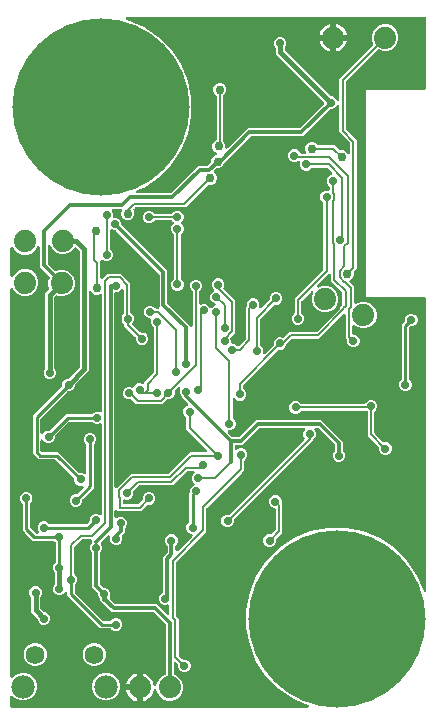
<source format=gbr>
G04 EAGLE Gerber RS-274X export*
G75*
%MOMM*%
%FSLAX34Y34*%
%LPD*%
%INBottom Copper*%
%IPPOS*%
%AMOC8*
5,1,8,0,0,1.08239X$1,22.5*%
G01*
%ADD10C,1.879600*%
%ADD11C,0.908000*%
%ADD12C,1.582200*%
%ADD13C,1.980000*%
%ADD14C,0.705600*%
%ADD15C,0.755600*%
%ADD16C,0.203200*%
%ADD17C,1.200000*%
%ADD18C,0.254000*%
%ADD19C,0.400000*%
%ADD20C,0.304800*%
%ADD21C,15.000000*%

G36*
X259037Y7629D02*
X259037Y7629D01*
X259107Y7628D01*
X259195Y7649D01*
X259284Y7661D01*
X259349Y7686D01*
X259417Y7703D01*
X259496Y7745D01*
X259579Y7778D01*
X259636Y7819D01*
X259698Y7851D01*
X259764Y7912D01*
X259837Y7964D01*
X259881Y8018D01*
X259933Y8065D01*
X259982Y8140D01*
X260040Y8209D01*
X260069Y8273D01*
X260108Y8331D01*
X260137Y8416D01*
X260175Y8497D01*
X260188Y8566D01*
X260211Y8632D01*
X260218Y8721D01*
X260235Y8809D01*
X260231Y8879D01*
X260236Y8949D01*
X260221Y9037D01*
X260215Y9127D01*
X260194Y9193D01*
X260182Y9262D01*
X260145Y9344D01*
X260117Y9429D01*
X260080Y9488D01*
X260051Y9552D01*
X259995Y9622D01*
X259947Y9698D01*
X259896Y9746D01*
X259853Y9800D01*
X259781Y9855D01*
X259715Y9916D01*
X259654Y9950D01*
X259598Y9992D01*
X259454Y10063D01*
X247632Y14960D01*
X235056Y23362D01*
X224362Y34056D01*
X215960Y46632D01*
X210172Y60604D01*
X207221Y75438D01*
X207221Y90562D01*
X210172Y105396D01*
X215960Y119368D01*
X224362Y131944D01*
X235056Y142638D01*
X247632Y151040D01*
X261604Y156828D01*
X276438Y159779D01*
X291562Y159779D01*
X306396Y156828D01*
X320368Y151040D01*
X332944Y142638D01*
X343638Y131944D01*
X352040Y119368D01*
X357437Y106339D01*
X357472Y106278D01*
X357498Y106213D01*
X357550Y106141D01*
X357595Y106063D01*
X357644Y106013D01*
X357684Y105956D01*
X357754Y105899D01*
X357816Y105834D01*
X357876Y105798D01*
X357929Y105753D01*
X358011Y105715D01*
X358087Y105668D01*
X358154Y105647D01*
X358217Y105618D01*
X358305Y105601D01*
X358391Y105574D01*
X358461Y105571D01*
X358530Y105558D01*
X358619Y105564D01*
X358709Y105559D01*
X358777Y105573D01*
X358847Y105578D01*
X358932Y105605D01*
X359020Y105624D01*
X359083Y105654D01*
X359149Y105676D01*
X359225Y105724D01*
X359306Y105763D01*
X359359Y105809D01*
X359418Y105846D01*
X359480Y105911D01*
X359548Y105970D01*
X359588Y106027D01*
X359636Y106078D01*
X359679Y106156D01*
X359731Y106230D01*
X359756Y106295D01*
X359790Y106356D01*
X359812Y106443D01*
X359844Y106527D01*
X359852Y106596D01*
X359869Y106664D01*
X359879Y106825D01*
X359879Y353730D01*
X359864Y353848D01*
X359857Y353967D01*
X359845Y354005D01*
X359839Y354046D01*
X359796Y354156D01*
X359759Y354269D01*
X359737Y354304D01*
X359722Y354341D01*
X359653Y354437D01*
X359589Y354538D01*
X359559Y354566D01*
X359536Y354599D01*
X359444Y354675D01*
X359357Y354756D01*
X359322Y354776D01*
X359291Y354801D01*
X359183Y354852D01*
X359079Y354910D01*
X359039Y354920D01*
X359003Y354937D01*
X358886Y354959D01*
X358771Y354989D01*
X358711Y354993D01*
X358691Y354997D01*
X358670Y354995D01*
X358610Y354999D01*
X309000Y354999D01*
X308999Y355000D01*
X308999Y531000D01*
X309000Y531001D01*
X358610Y531001D01*
X358728Y531016D01*
X358847Y531023D01*
X358885Y531036D01*
X358926Y531041D01*
X359036Y531084D01*
X359149Y531121D01*
X359184Y531143D01*
X359221Y531158D01*
X359317Y531227D01*
X359418Y531291D01*
X359446Y531321D01*
X359479Y531344D01*
X359555Y531436D01*
X359636Y531523D01*
X359656Y531558D01*
X359681Y531589D01*
X359732Y531697D01*
X359790Y531801D01*
X359800Y531841D01*
X359817Y531877D01*
X359839Y531994D01*
X359869Y532109D01*
X359873Y532169D01*
X359877Y532189D01*
X359875Y532210D01*
X359879Y532270D01*
X359879Y591110D01*
X359864Y591228D01*
X359857Y591347D01*
X359844Y591385D01*
X359839Y591426D01*
X359796Y591536D01*
X359759Y591649D01*
X359737Y591684D01*
X359722Y591721D01*
X359653Y591817D01*
X359589Y591918D01*
X359559Y591946D01*
X359536Y591979D01*
X359444Y592055D01*
X359357Y592136D01*
X359322Y592156D01*
X359291Y592181D01*
X359183Y592232D01*
X359079Y592290D01*
X359039Y592300D01*
X359003Y592317D01*
X358886Y592339D01*
X358771Y592369D01*
X358711Y592373D01*
X358691Y592377D01*
X358670Y592375D01*
X358610Y592379D01*
X106457Y592379D01*
X106422Y592375D01*
X106387Y592377D01*
X106265Y592355D01*
X106142Y592339D01*
X106109Y592327D01*
X106074Y592320D01*
X105961Y592268D01*
X105846Y592222D01*
X105818Y592202D01*
X105786Y592187D01*
X105689Y592108D01*
X105588Y592036D01*
X105566Y592009D01*
X105539Y591986D01*
X105465Y591886D01*
X105386Y591791D01*
X105371Y591759D01*
X105350Y591731D01*
X105303Y591615D01*
X105250Y591503D01*
X105244Y591469D01*
X105230Y591436D01*
X105214Y591312D01*
X105190Y591191D01*
X105193Y591156D01*
X105188Y591121D01*
X105202Y590997D01*
X105210Y590873D01*
X105221Y590840D01*
X105225Y590805D01*
X105270Y590689D01*
X105308Y590571D01*
X105327Y590541D01*
X105340Y590508D01*
X105412Y590407D01*
X105478Y590302D01*
X105504Y590278D01*
X105524Y590249D01*
X105619Y590169D01*
X105710Y590084D01*
X105741Y590067D01*
X105767Y590044D01*
X105880Y589990D01*
X105988Y589930D01*
X106022Y589922D01*
X106054Y589906D01*
X106210Y589865D01*
X106396Y589828D01*
X120368Y584040D01*
X132944Y575638D01*
X143638Y564944D01*
X152040Y552368D01*
X157828Y538396D01*
X160779Y523562D01*
X160779Y508438D01*
X157828Y493604D01*
X152040Y479632D01*
X143638Y467056D01*
X132944Y456362D01*
X120368Y447960D01*
X114810Y445657D01*
X114749Y445623D01*
X114684Y445597D01*
X114612Y445544D01*
X114533Y445500D01*
X114483Y445451D01*
X114427Y445410D01*
X114370Y445341D01*
X114305Y445278D01*
X114269Y445219D01*
X114224Y445165D01*
X114186Y445084D01*
X114139Y445007D01*
X114118Y444940D01*
X114089Y444877D01*
X114072Y444789D01*
X114045Y444703D01*
X114042Y444634D01*
X114029Y444565D01*
X114034Y444475D01*
X114030Y444386D01*
X114044Y444317D01*
X114048Y444248D01*
X114076Y444162D01*
X114094Y444074D01*
X114125Y444011D01*
X114147Y443945D01*
X114195Y443869D01*
X114234Y443788D01*
X114279Y443735D01*
X114317Y443676D01*
X114382Y443615D01*
X114440Y443546D01*
X114498Y443506D01*
X114548Y443458D01*
X114627Y443415D01*
X114700Y443363D01*
X114766Y443339D01*
X114827Y443305D01*
X114914Y443283D01*
X114998Y443251D01*
X115067Y443243D01*
X115135Y443225D01*
X115295Y443215D01*
X142744Y443215D01*
X142842Y443228D01*
X142941Y443231D01*
X142999Y443247D01*
X143059Y443255D01*
X143151Y443292D01*
X143246Y443319D01*
X143299Y443350D01*
X143355Y443372D01*
X143435Y443430D01*
X143520Y443481D01*
X143596Y443547D01*
X143612Y443559D01*
X143620Y443568D01*
X143641Y443587D01*
X164188Y464134D01*
X166494Y466440D01*
X174244Y466440D01*
X174342Y466453D01*
X174441Y466456D01*
X174499Y466472D01*
X174559Y466480D01*
X174651Y466517D01*
X174746Y466544D01*
X174799Y466575D01*
X174855Y466597D01*
X174935Y466655D01*
X175020Y466706D01*
X175096Y466772D01*
X175112Y466784D01*
X175120Y466793D01*
X175141Y466812D01*
X177072Y468742D01*
X177132Y468821D01*
X177200Y468893D01*
X177224Y468936D01*
X177233Y468947D01*
X177238Y468957D01*
X177266Y468994D01*
X177306Y469085D01*
X177354Y469171D01*
X177369Y469230D01*
X177393Y469285D01*
X177408Y469383D01*
X177433Y469479D01*
X177439Y469579D01*
X177443Y469600D01*
X177441Y469612D01*
X177443Y469640D01*
X177443Y471105D01*
X178289Y473148D01*
X179852Y474711D01*
X181841Y475534D01*
X181962Y475604D01*
X182085Y475668D01*
X182100Y475682D01*
X182117Y475692D01*
X182217Y475789D01*
X182320Y475882D01*
X182331Y475899D01*
X182346Y475913D01*
X182418Y476032D01*
X182495Y476148D01*
X182501Y476167D01*
X182512Y476184D01*
X182553Y476317D01*
X182598Y476449D01*
X182600Y476469D01*
X182606Y476488D01*
X182612Y476627D01*
X182623Y476766D01*
X182620Y476786D01*
X182621Y476806D01*
X182593Y476942D01*
X182569Y477079D01*
X182560Y477098D01*
X182556Y477117D01*
X182495Y477243D01*
X182438Y477369D01*
X182426Y477385D01*
X182417Y477403D01*
X182326Y477509D01*
X182240Y477618D01*
X182223Y477630D01*
X182210Y477645D01*
X182096Y477725D01*
X181986Y477809D01*
X181960Y477821D01*
X181950Y477828D01*
X181931Y477836D01*
X181841Y477880D01*
X180852Y478289D01*
X179289Y479852D01*
X178443Y481895D01*
X178443Y484105D01*
X179289Y486148D01*
X180852Y487711D01*
X181422Y487947D01*
X181447Y487961D01*
X181475Y487970D01*
X181585Y488040D01*
X181698Y488104D01*
X181719Y488125D01*
X181744Y488140D01*
X181833Y488235D01*
X181926Y488325D01*
X181942Y488351D01*
X181962Y488372D01*
X182025Y488486D01*
X182093Y488597D01*
X182101Y488625D01*
X182116Y488651D01*
X182148Y488776D01*
X182186Y488900D01*
X182188Y488930D01*
X182195Y488959D01*
X182205Y489119D01*
X182205Y525411D01*
X182193Y525509D01*
X182190Y525608D01*
X182173Y525666D01*
X182165Y525726D01*
X182129Y525818D01*
X182101Y525913D01*
X182071Y525965D01*
X182048Y526022D01*
X181990Y526102D01*
X181940Y526187D01*
X181874Y526263D01*
X181862Y526279D01*
X181852Y526287D01*
X181834Y526308D01*
X180289Y527852D01*
X179443Y529895D01*
X179443Y532105D01*
X180289Y534148D01*
X181852Y535711D01*
X183895Y536557D01*
X186105Y536557D01*
X188148Y535711D01*
X189711Y534148D01*
X190557Y532105D01*
X190557Y529895D01*
X189711Y527852D01*
X188166Y526308D01*
X188106Y526230D01*
X188038Y526158D01*
X188009Y526105D01*
X187972Y526057D01*
X187932Y525966D01*
X187884Y525879D01*
X187869Y525821D01*
X187845Y525765D01*
X187830Y525667D01*
X187805Y525571D01*
X187799Y525471D01*
X187795Y525451D01*
X187797Y525439D01*
X187795Y525411D01*
X187795Y487589D01*
X187807Y487491D01*
X187810Y487392D01*
X187827Y487334D01*
X187835Y487274D01*
X187871Y487182D01*
X187899Y487087D01*
X187929Y487035D01*
X187952Y486978D01*
X188010Y486898D01*
X188060Y486813D01*
X188126Y486737D01*
X188138Y486721D01*
X188148Y486713D01*
X188166Y486692D01*
X188711Y486148D01*
X189557Y484105D01*
X189557Y482292D01*
X189574Y482154D01*
X189576Y482137D01*
X189579Y482083D01*
X189581Y482076D01*
X189587Y482015D01*
X189594Y481996D01*
X189597Y481976D01*
X189648Y481847D01*
X189695Y481716D01*
X189706Y481699D01*
X189714Y481681D01*
X189795Y481568D01*
X189873Y481453D01*
X189889Y481440D01*
X189900Y481423D01*
X190008Y481335D01*
X190112Y481242D01*
X190130Y481233D01*
X190145Y481220D01*
X190271Y481161D01*
X190395Y481098D01*
X190415Y481093D01*
X190433Y481085D01*
X190569Y481059D01*
X190705Y481028D01*
X190726Y481029D01*
X190745Y481025D01*
X190884Y481034D01*
X191023Y481038D01*
X191043Y481044D01*
X191063Y481045D01*
X191195Y481088D01*
X191329Y481126D01*
X191346Y481137D01*
X191365Y481143D01*
X191483Y481217D01*
X191603Y481288D01*
X191624Y481306D01*
X191634Y481313D01*
X191648Y481328D01*
X191723Y481394D01*
X208632Y498303D01*
X252106Y498303D01*
X252204Y498315D01*
X252303Y498318D01*
X252362Y498335D01*
X252422Y498343D01*
X252514Y498379D01*
X252609Y498407D01*
X252661Y498437D01*
X252717Y498460D01*
X252797Y498518D01*
X252883Y498568D01*
X252958Y498634D01*
X252975Y498646D01*
X252983Y498656D01*
X253004Y498674D01*
X273095Y518766D01*
X273168Y518860D01*
X273247Y518949D01*
X273265Y518985D01*
X273290Y519017D01*
X273337Y519127D01*
X273392Y519232D01*
X273400Y519272D01*
X273416Y519309D01*
X273435Y519427D01*
X273461Y519543D01*
X273460Y519583D01*
X273466Y519623D01*
X273455Y519742D01*
X273452Y519861D01*
X273440Y519899D01*
X273436Y519940D01*
X273396Y520052D01*
X273363Y520166D01*
X273343Y520201D01*
X273329Y520239D01*
X273262Y520338D01*
X273202Y520440D01*
X273162Y520485D01*
X273150Y520502D01*
X273135Y520516D01*
X273095Y520561D01*
X234807Y558850D01*
X232221Y561435D01*
X232221Y565748D01*
X232209Y565847D01*
X232206Y565945D01*
X232189Y566003D01*
X232181Y566064D01*
X232145Y566156D01*
X232117Y566251D01*
X232087Y566303D01*
X232064Y566359D01*
X232006Y566439D01*
X231956Y566525D01*
X231890Y566600D01*
X231878Y566617D01*
X231868Y566625D01*
X231849Y566646D01*
X231501Y566994D01*
X230693Y568944D01*
X230693Y571056D01*
X231501Y573006D01*
X232994Y574499D01*
X234944Y575307D01*
X237056Y575307D01*
X239006Y574499D01*
X240499Y573006D01*
X241307Y571056D01*
X241307Y568944D01*
X240499Y566994D01*
X240151Y566646D01*
X240090Y566567D01*
X240022Y566495D01*
X239993Y566442D01*
X239956Y566394D01*
X239916Y566303D01*
X239868Y566217D01*
X239853Y566158D01*
X239829Y566103D01*
X239814Y566005D01*
X239789Y565909D01*
X239783Y565809D01*
X239779Y565788D01*
X239781Y565776D01*
X239779Y565748D01*
X239779Y565091D01*
X239791Y564993D01*
X239794Y564894D01*
X239811Y564836D01*
X239819Y564775D01*
X239855Y564683D01*
X239883Y564588D01*
X239913Y564536D01*
X239936Y564480D01*
X239994Y564400D01*
X240044Y564314D01*
X240110Y564239D01*
X240122Y564222D01*
X240132Y564215D01*
X240150Y564193D01*
X278665Y525678D01*
X278744Y525618D01*
X278816Y525550D01*
X278869Y525521D01*
X278917Y525484D01*
X279008Y525444D01*
X279094Y525396D01*
X279153Y525381D01*
X279209Y525357D01*
X279307Y525342D01*
X279402Y525317D01*
X279502Y525311D01*
X279523Y525307D01*
X279535Y525309D01*
X279563Y525307D01*
X280056Y525307D01*
X282006Y524499D01*
X283499Y523006D01*
X283763Y522367D01*
X283798Y522307D01*
X283824Y522242D01*
X283876Y522169D01*
X283921Y522091D01*
X283969Y522041D01*
X284010Y521984D01*
X284080Y521927D01*
X284142Y521863D01*
X284202Y521826D01*
X284255Y521782D01*
X284337Y521743D01*
X284413Y521696D01*
X284480Y521676D01*
X284543Y521646D01*
X284631Y521629D01*
X284717Y521603D01*
X284787Y521599D01*
X284856Y521586D01*
X284945Y521592D01*
X285035Y521588D01*
X285103Y521602D01*
X285173Y521606D01*
X285258Y521634D01*
X285346Y521652D01*
X285409Y521683D01*
X285475Y521704D01*
X285551Y521752D01*
X285632Y521792D01*
X285685Y521837D01*
X285744Y521874D01*
X285806Y521940D01*
X285874Y521998D01*
X285914Y522055D01*
X285962Y522106D01*
X286006Y522185D01*
X286057Y522258D01*
X286082Y522323D01*
X286116Y522384D01*
X286138Y522472D01*
X286170Y522555D01*
X286178Y522625D01*
X286195Y522692D01*
X286205Y522853D01*
X286205Y540158D01*
X288214Y542166D01*
X314688Y568641D01*
X314707Y568664D01*
X314729Y568683D01*
X314804Y568789D01*
X314883Y568892D01*
X314895Y568919D01*
X314912Y568943D01*
X314958Y569065D01*
X315010Y569184D01*
X315014Y569213D01*
X315025Y569241D01*
X315039Y569370D01*
X315060Y569498D01*
X315057Y569527D01*
X315060Y569557D01*
X315042Y569685D01*
X315030Y569815D01*
X315020Y569842D01*
X315016Y569872D01*
X314964Y570024D01*
X313823Y572777D01*
X313823Y577223D01*
X315525Y581331D01*
X318669Y584475D01*
X322777Y586177D01*
X327223Y586177D01*
X331331Y584475D01*
X334475Y581331D01*
X336177Y577223D01*
X336177Y572777D01*
X334475Y568669D01*
X331331Y565525D01*
X327223Y563823D01*
X322777Y563823D01*
X320024Y564964D01*
X319996Y564971D01*
X319969Y564985D01*
X319842Y565013D01*
X319717Y565047D01*
X319688Y565048D01*
X319659Y565054D01*
X319529Y565050D01*
X319399Y565053D01*
X319371Y565046D01*
X319341Y565045D01*
X319216Y565009D01*
X319090Y564978D01*
X319064Y564965D01*
X319036Y564956D01*
X318924Y564890D01*
X318809Y564830D01*
X318787Y564810D01*
X318762Y564795D01*
X318641Y564688D01*
X292166Y538214D01*
X292106Y538136D01*
X292038Y538064D01*
X292009Y538011D01*
X291972Y537963D01*
X291932Y537872D01*
X291884Y537785D01*
X291869Y537727D01*
X291845Y537671D01*
X291830Y537573D01*
X291805Y537477D01*
X291799Y537377D01*
X291795Y537357D01*
X291797Y537345D01*
X291795Y537317D01*
X291795Y497683D01*
X291807Y497585D01*
X291810Y497486D01*
X291827Y497428D01*
X291835Y497368D01*
X291871Y497276D01*
X291899Y497181D01*
X291929Y497128D01*
X291952Y497072D01*
X292010Y496992D01*
X292060Y496907D01*
X292126Y496831D01*
X292138Y496815D01*
X292148Y496807D01*
X292166Y496786D01*
X300795Y488158D01*
X300795Y378842D01*
X298928Y376976D01*
X298868Y376898D01*
X298800Y376826D01*
X298771Y376773D01*
X298734Y376725D01*
X298694Y376634D01*
X298646Y376547D01*
X298631Y376489D01*
X298607Y376433D01*
X298592Y376335D01*
X298567Y376239D01*
X298561Y376139D01*
X298557Y376119D01*
X298559Y376107D01*
X298557Y376079D01*
X298557Y373895D01*
X297711Y371852D01*
X296148Y370289D01*
X295439Y369996D01*
X295396Y369971D01*
X295349Y369954D01*
X295258Y369892D01*
X295162Y369838D01*
X295127Y369803D01*
X295086Y369776D01*
X295013Y369693D01*
X294934Y369617D01*
X294908Y369574D01*
X294875Y369537D01*
X294825Y369439D01*
X294768Y369346D01*
X294753Y369298D01*
X294731Y369254D01*
X294706Y369147D01*
X294674Y369042D01*
X294672Y368992D01*
X294661Y368944D01*
X294664Y368834D01*
X294659Y368724D01*
X294669Y368675D01*
X294671Y368626D01*
X294701Y368520D01*
X294723Y368413D01*
X294745Y368368D01*
X294759Y368320D01*
X294815Y368226D01*
X294863Y368127D01*
X294895Y368089D01*
X294921Y368046D01*
X295027Y367925D01*
X298795Y364158D01*
X298795Y350806D01*
X298801Y350756D01*
X298799Y350707D01*
X298821Y350599D01*
X298835Y350490D01*
X298853Y350444D01*
X298863Y350395D01*
X298911Y350296D01*
X298952Y350194D01*
X298981Y350154D01*
X299003Y350109D01*
X299074Y350026D01*
X299138Y349937D01*
X299177Y349905D01*
X299209Y349867D01*
X299299Y349804D01*
X299383Y349734D01*
X299428Y349713D01*
X299469Y349684D01*
X299572Y349645D01*
X299671Y349599D01*
X299720Y349589D01*
X299766Y349572D01*
X299876Y349559D01*
X299983Y349539D01*
X300033Y349542D01*
X300082Y349536D01*
X300191Y349552D01*
X300301Y349559D01*
X300348Y349574D01*
X300397Y349581D01*
X300550Y349633D01*
X304277Y351177D01*
X308723Y351177D01*
X312831Y349475D01*
X315975Y346331D01*
X317677Y342223D01*
X317677Y337777D01*
X315975Y333669D01*
X312831Y330525D01*
X308723Y328823D01*
X304277Y328823D01*
X300169Y330525D01*
X299269Y331424D01*
X299160Y331509D01*
X299053Y331598D01*
X299034Y331607D01*
X299018Y331619D01*
X298891Y331674D01*
X298765Y331734D01*
X298745Y331737D01*
X298726Y331746D01*
X298588Y331767D01*
X298452Y331793D01*
X298432Y331792D01*
X298412Y331795D01*
X298273Y331782D01*
X298135Y331774D01*
X298116Y331767D01*
X298096Y331766D01*
X297964Y331718D01*
X297833Y331676D01*
X297815Y331665D01*
X297796Y331658D01*
X297681Y331580D01*
X297564Y331506D01*
X297550Y331491D01*
X297533Y331479D01*
X297441Y331375D01*
X297346Y331274D01*
X297336Y331256D01*
X297323Y331241D01*
X297260Y331117D01*
X297192Y330995D01*
X297187Y330976D01*
X297178Y330958D01*
X297148Y330822D01*
X297113Y330687D01*
X297111Y330659D01*
X297108Y330647D01*
X297109Y330627D01*
X297103Y330527D01*
X297103Y324576D01*
X297118Y324458D01*
X297125Y324339D01*
X297138Y324301D01*
X297143Y324260D01*
X297186Y324150D01*
X297223Y324037D01*
X297245Y324002D01*
X297260Y323965D01*
X297329Y323869D01*
X297393Y323768D01*
X297423Y323740D01*
X297446Y323707D01*
X297538Y323631D01*
X297625Y323550D01*
X297660Y323530D01*
X297691Y323505D01*
X297799Y323454D01*
X297903Y323396D01*
X297943Y323386D01*
X297979Y323369D01*
X298096Y323347D01*
X298211Y323317D01*
X298271Y323313D01*
X298291Y323309D01*
X298312Y323311D01*
X298372Y323307D01*
X299056Y323307D01*
X301006Y322499D01*
X302499Y321006D01*
X303307Y319056D01*
X303307Y316944D01*
X302499Y314994D01*
X301006Y313501D01*
X299056Y312693D01*
X296944Y312693D01*
X294994Y313501D01*
X293501Y314994D01*
X292693Y316944D01*
X292693Y318829D01*
X292681Y318927D01*
X292678Y319026D01*
X292661Y319084D01*
X292653Y319144D01*
X292617Y319236D01*
X292589Y319331D01*
X292559Y319384D01*
X292536Y319440D01*
X292478Y319520D01*
X292428Y319605D01*
X292362Y319681D01*
X292350Y319697D01*
X292340Y319705D01*
X292322Y319726D01*
X291513Y320534D01*
X291513Y339742D01*
X291496Y339879D01*
X291483Y340018D01*
X291476Y340037D01*
X291473Y340057D01*
X291422Y340186D01*
X291375Y340317D01*
X291364Y340334D01*
X291356Y340353D01*
X291275Y340465D01*
X291197Y340580D01*
X291181Y340594D01*
X291170Y340610D01*
X291062Y340699D01*
X290958Y340791D01*
X290940Y340800D01*
X290925Y340813D01*
X290799Y340872D01*
X290675Y340936D01*
X290655Y340940D01*
X290637Y340949D01*
X290501Y340975D01*
X290365Y341005D01*
X290344Y341005D01*
X290325Y341008D01*
X290186Y341000D01*
X290047Y340996D01*
X290027Y340990D01*
X290007Y340989D01*
X289875Y340946D01*
X289741Y340907D01*
X289724Y340897D01*
X289705Y340891D01*
X289587Y340816D01*
X289467Y340746D01*
X289446Y340727D01*
X289436Y340720D01*
X289422Y340706D01*
X289347Y340639D01*
X270819Y322112D01*
X268810Y320103D01*
X246476Y320103D01*
X246378Y320090D01*
X246279Y320087D01*
X246220Y320071D01*
X246160Y320063D01*
X246068Y320026D01*
X245973Y319999D01*
X245921Y319968D01*
X245865Y319946D01*
X245785Y319888D01*
X245699Y319837D01*
X245624Y319771D01*
X245607Y319759D01*
X245600Y319750D01*
X245578Y319731D01*
X241678Y315831D01*
X241618Y315753D01*
X241550Y315681D01*
X241521Y315628D01*
X241484Y315580D01*
X241444Y315489D01*
X241396Y315402D01*
X241381Y315344D01*
X241357Y315288D01*
X241342Y315190D01*
X241317Y315094D01*
X241311Y314994D01*
X241307Y314974D01*
X241309Y314962D01*
X241308Y314946D01*
X240499Y312994D01*
X239006Y311501D01*
X237056Y310693D01*
X235171Y310693D01*
X235073Y310681D01*
X234974Y310678D01*
X234916Y310661D01*
X234856Y310653D01*
X234764Y310617D01*
X234669Y310589D01*
X234616Y310559D01*
X234560Y310536D01*
X234480Y310478D01*
X234395Y310428D01*
X234319Y310362D01*
X234303Y310350D01*
X234295Y310340D01*
X234274Y310322D01*
X205166Y281214D01*
X205106Y281136D01*
X205038Y281064D01*
X205009Y281011D01*
X204972Y280963D01*
X204932Y280872D01*
X204884Y280785D01*
X204869Y280727D01*
X204845Y280671D01*
X204830Y280573D01*
X204805Y280477D01*
X204799Y280377D01*
X204795Y280357D01*
X204797Y280345D01*
X204795Y280317D01*
X204795Y278236D01*
X204807Y278138D01*
X204810Y278039D01*
X204827Y277980D01*
X204835Y277920D01*
X204871Y277828D01*
X204899Y277733D01*
X204929Y277681D01*
X204952Y277625D01*
X205010Y277545D01*
X205060Y277459D01*
X205126Y277384D01*
X205138Y277367D01*
X205148Y277360D01*
X205166Y277338D01*
X206499Y276006D01*
X207307Y274056D01*
X207307Y271944D01*
X206499Y269994D01*
X205006Y268501D01*
X203056Y267693D01*
X200944Y267693D01*
X198994Y268501D01*
X197961Y269534D01*
X197852Y269618D01*
X197745Y269708D01*
X197726Y269716D01*
X197710Y269729D01*
X197583Y269784D01*
X197457Y269843D01*
X197437Y269847D01*
X197418Y269855D01*
X197280Y269877D01*
X197144Y269903D01*
X197124Y269902D01*
X197104Y269905D01*
X196965Y269892D01*
X196827Y269883D01*
X196808Y269877D01*
X196788Y269875D01*
X196656Y269828D01*
X196525Y269785D01*
X196507Y269774D01*
X196488Y269767D01*
X196373Y269689D01*
X196256Y269615D01*
X196242Y269600D01*
X196225Y269589D01*
X196133Y269485D01*
X196038Y269383D01*
X196028Y269366D01*
X196015Y269350D01*
X195952Y269227D01*
X195884Y269105D01*
X195879Y269085D01*
X195870Y269067D01*
X195840Y268931D01*
X195805Y268797D01*
X195803Y268769D01*
X195800Y268757D01*
X195801Y268736D01*
X195795Y268636D01*
X195795Y253236D01*
X195807Y253138D01*
X195810Y253039D01*
X195827Y252980D01*
X195835Y252920D01*
X195871Y252828D01*
X195899Y252733D01*
X195929Y252681D01*
X195952Y252625D01*
X196010Y252545D01*
X196060Y252459D01*
X196126Y252384D01*
X196138Y252367D01*
X196148Y252360D01*
X196166Y252338D01*
X197499Y251006D01*
X198307Y249056D01*
X198307Y246944D01*
X197499Y244994D01*
X196006Y243501D01*
X194056Y242693D01*
X192714Y242693D01*
X192577Y242676D01*
X192438Y242663D01*
X192419Y242656D01*
X192399Y242653D01*
X192270Y242602D01*
X192139Y242555D01*
X192122Y242544D01*
X192103Y242536D01*
X191991Y242455D01*
X191875Y242377D01*
X191862Y242361D01*
X191846Y242350D01*
X191757Y242242D01*
X191665Y242138D01*
X191656Y242120D01*
X191643Y242105D01*
X191584Y241979D01*
X191520Y241855D01*
X191516Y241835D01*
X191507Y241817D01*
X191481Y241681D01*
X191451Y241545D01*
X191451Y241524D01*
X191448Y241505D01*
X191456Y241366D01*
X191460Y241227D01*
X191466Y241207D01*
X191467Y241187D01*
X191510Y241055D01*
X191549Y240921D01*
X191559Y240904D01*
X191565Y240885D01*
X191640Y240767D01*
X191710Y240647D01*
X191729Y240626D01*
X191735Y240616D01*
X191750Y240602D01*
X191817Y240527D01*
X195306Y237037D01*
X195385Y236976D01*
X195457Y236908D01*
X195510Y236879D01*
X195558Y236842D01*
X195649Y236803D01*
X195735Y236755D01*
X195794Y236740D01*
X195849Y236716D01*
X195947Y236700D01*
X196043Y236675D01*
X196143Y236669D01*
X196164Y236666D01*
X196176Y236667D01*
X196204Y236665D01*
X200989Y236665D01*
X201087Y236678D01*
X201186Y236681D01*
X201244Y236697D01*
X201304Y236705D01*
X201396Y236742D01*
X201491Y236769D01*
X201544Y236800D01*
X201600Y236822D01*
X201680Y236880D01*
X201765Y236931D01*
X201841Y236997D01*
X201857Y237009D01*
X201865Y237018D01*
X201886Y237037D01*
X215897Y251048D01*
X270926Y251048D01*
X289053Y232921D01*
X289053Y225708D01*
X289065Y225610D01*
X289068Y225511D01*
X289085Y225452D01*
X289093Y225392D01*
X289129Y225300D01*
X289157Y225205D01*
X289187Y225153D01*
X289210Y225097D01*
X289268Y225017D01*
X289318Y224931D01*
X289384Y224856D01*
X289396Y224839D01*
X289406Y224832D01*
X289424Y224810D01*
X290249Y223986D01*
X291057Y222036D01*
X291057Y219924D01*
X290249Y217974D01*
X288756Y216481D01*
X286806Y215673D01*
X284694Y215673D01*
X282744Y216481D01*
X281251Y217974D01*
X280443Y219924D01*
X280443Y222036D01*
X281251Y223986D01*
X282076Y224810D01*
X282136Y224889D01*
X282204Y224961D01*
X282233Y225014D01*
X282270Y225062D01*
X282310Y225153D01*
X282358Y225239D01*
X282373Y225298D01*
X282397Y225354D01*
X282412Y225451D01*
X282437Y225547D01*
X282443Y225647D01*
X282447Y225668D01*
X282445Y225680D01*
X282447Y225708D01*
X282447Y229659D01*
X282435Y229757D01*
X282432Y229856D01*
X282415Y229914D01*
X282407Y229974D01*
X282371Y230066D01*
X282343Y230161D01*
X282313Y230214D01*
X282290Y230270D01*
X282232Y230350D01*
X282182Y230435D01*
X282116Y230511D01*
X282104Y230527D01*
X282094Y230535D01*
X282076Y230556D01*
X268561Y244071D01*
X268483Y244131D01*
X268411Y244199D01*
X268358Y244228D01*
X268310Y244265D01*
X268219Y244305D01*
X268132Y244353D01*
X268074Y244368D01*
X268018Y244392D01*
X267920Y244407D01*
X267824Y244432D01*
X267724Y244438D01*
X267704Y244442D01*
X267692Y244440D01*
X267664Y244442D01*
X266189Y244442D01*
X266051Y244425D01*
X265913Y244412D01*
X265894Y244405D01*
X265874Y244402D01*
X265745Y244351D01*
X265614Y244304D01*
X265597Y244293D01*
X265578Y244285D01*
X265466Y244204D01*
X265351Y244126D01*
X265337Y244110D01*
X265321Y244099D01*
X265232Y243991D01*
X265140Y243887D01*
X265131Y243869D01*
X265118Y243854D01*
X265059Y243728D01*
X264995Y243604D01*
X264991Y243584D01*
X264982Y243566D01*
X264956Y243430D01*
X264926Y243294D01*
X264926Y243273D01*
X264923Y243254D01*
X264931Y243115D01*
X264936Y242976D01*
X264941Y242956D01*
X264942Y242936D01*
X264985Y242804D01*
X265024Y242670D01*
X265034Y242653D01*
X265040Y242634D01*
X265115Y242516D01*
X265185Y242396D01*
X265204Y242375D01*
X265211Y242365D01*
X265226Y242351D01*
X265292Y242275D01*
X265484Y242083D01*
X266292Y240133D01*
X266292Y238022D01*
X265484Y236071D01*
X264151Y234739D01*
X264091Y234661D01*
X264023Y234589D01*
X263994Y234536D01*
X263957Y234488D01*
X263917Y234397D01*
X263869Y234310D01*
X263854Y234252D01*
X263830Y234196D01*
X263815Y234098D01*
X263790Y234002D01*
X263785Y233925D01*
X197273Y167414D01*
X197213Y167335D01*
X197145Y167263D01*
X197116Y167210D01*
X197079Y167162D01*
X197039Y167071D01*
X196991Y166985D01*
X196976Y166926D01*
X196952Y166871D01*
X196937Y166773D01*
X196912Y166677D01*
X196906Y166577D01*
X196902Y166556D01*
X196904Y166544D01*
X196902Y166516D01*
X196902Y164632D01*
X196094Y162681D01*
X194601Y161189D01*
X192651Y160381D01*
X190539Y160381D01*
X188589Y161189D01*
X187096Y162681D01*
X186288Y164632D01*
X186288Y166743D01*
X187096Y168694D01*
X188589Y170186D01*
X190539Y170994D01*
X192424Y170994D01*
X192522Y171007D01*
X192621Y171010D01*
X192679Y171026D01*
X192739Y171034D01*
X192831Y171071D01*
X192926Y171098D01*
X192979Y171129D01*
X193035Y171151D01*
X193115Y171209D01*
X193200Y171260D01*
X193276Y171326D01*
X193292Y171338D01*
X193300Y171347D01*
X193321Y171366D01*
X256359Y234404D01*
X256432Y234498D01*
X256511Y234587D01*
X256529Y234623D01*
X256554Y234655D01*
X256601Y234765D01*
X256655Y234871D01*
X256664Y234910D01*
X256680Y234947D01*
X256699Y235065D01*
X256725Y235181D01*
X256724Y235221D01*
X256730Y235261D01*
X256719Y235380D01*
X256715Y235499D01*
X256704Y235538D01*
X256700Y235578D01*
X256660Y235690D01*
X256627Y235804D01*
X256606Y235839D01*
X256593Y235877D01*
X256526Y235975D01*
X255678Y238022D01*
X255678Y240133D01*
X256486Y242083D01*
X256678Y242275D01*
X256763Y242385D01*
X256852Y242492D01*
X256861Y242511D01*
X256873Y242527D01*
X256928Y242654D01*
X256988Y242780D01*
X256991Y242800D01*
X256999Y242819D01*
X257021Y242956D01*
X257047Y243093D01*
X257046Y243113D01*
X257049Y243133D01*
X257036Y243271D01*
X257028Y243410D01*
X257021Y243429D01*
X257019Y243449D01*
X256972Y243581D01*
X256930Y243712D01*
X256919Y243729D01*
X256912Y243749D01*
X256834Y243864D01*
X256759Y243981D01*
X256745Y243995D01*
X256733Y244012D01*
X256629Y244104D01*
X256528Y244199D01*
X256510Y244209D01*
X256495Y244222D01*
X256371Y244286D01*
X256249Y244353D01*
X256230Y244358D01*
X256212Y244367D01*
X256076Y244397D01*
X255941Y244432D01*
X255913Y244434D01*
X255901Y244437D01*
X255881Y244436D01*
X255781Y244442D01*
X219159Y244442D01*
X219061Y244430D01*
X218962Y244427D01*
X218903Y244410D01*
X218843Y244402D01*
X218751Y244366D01*
X218656Y244338D01*
X218604Y244308D01*
X218548Y244285D01*
X218468Y244227D01*
X218382Y244177D01*
X218307Y244111D01*
X218290Y244099D01*
X218282Y244089D01*
X218261Y244071D01*
X204251Y230060D01*
X198882Y230060D01*
X198764Y230045D01*
X198645Y230037D01*
X198607Y230025D01*
X198566Y230020D01*
X198456Y229976D01*
X198343Y229939D01*
X198308Y229918D01*
X198271Y229903D01*
X198175Y229833D01*
X198074Y229769D01*
X198046Y229740D01*
X198013Y229716D01*
X197937Y229624D01*
X197856Y229538D01*
X197836Y229502D01*
X197811Y229471D01*
X197760Y229363D01*
X197702Y229259D01*
X197692Y229220D01*
X197675Y229183D01*
X197653Y229067D01*
X197623Y228951D01*
X197619Y228891D01*
X197615Y228871D01*
X197617Y228851D01*
X197613Y228791D01*
X197613Y227182D01*
X197630Y227045D01*
X197635Y226964D01*
X197639Y226953D01*
X197643Y226905D01*
X197650Y226886D01*
X197653Y226866D01*
X197704Y226737D01*
X197751Y226606D01*
X197762Y226589D01*
X197770Y226571D01*
X197851Y226458D01*
X197929Y226343D01*
X197945Y226330D01*
X197956Y226313D01*
X198064Y226225D01*
X198168Y226133D01*
X198186Y226123D01*
X198201Y226110D01*
X198327Y226051D01*
X198451Y225988D01*
X198471Y225983D01*
X198489Y225975D01*
X198625Y225949D01*
X198761Y225918D01*
X198782Y225919D01*
X198801Y225915D01*
X198940Y225924D01*
X199079Y225928D01*
X199099Y225934D01*
X199119Y225935D01*
X199251Y225978D01*
X199385Y226016D01*
X199402Y226027D01*
X199421Y226033D01*
X199504Y226085D01*
X199512Y226089D01*
X199533Y226103D01*
X199539Y226107D01*
X199659Y226178D01*
X199680Y226197D01*
X199690Y226203D01*
X199704Y226218D01*
X199768Y226274D01*
X199770Y226275D01*
X199771Y226276D01*
X199780Y226284D01*
X199994Y226499D01*
X201944Y227307D01*
X204056Y227307D01*
X206006Y226499D01*
X207499Y225006D01*
X208307Y223056D01*
X208307Y220944D01*
X207499Y218994D01*
X206166Y217662D01*
X206106Y217583D01*
X206038Y217511D01*
X206009Y217458D01*
X205972Y217410D01*
X205932Y217319D01*
X205884Y217233D01*
X205869Y217174D01*
X205845Y217118D01*
X205830Y217021D01*
X205805Y216925D01*
X205799Y216825D01*
X205795Y216804D01*
X205797Y216792D01*
X205795Y216764D01*
X205795Y208783D01*
X203786Y206774D01*
X173844Y176833D01*
X173784Y176755D01*
X173716Y176682D01*
X173687Y176629D01*
X173650Y176582D01*
X173610Y176491D01*
X173562Y176404D01*
X173547Y176345D01*
X173523Y176290D01*
X173508Y176192D01*
X173483Y176096D01*
X173477Y175996D01*
X173473Y175976D01*
X173475Y175963D01*
X173473Y175935D01*
X173473Y156520D01*
X148166Y131214D01*
X148106Y131136D01*
X148038Y131064D01*
X148009Y131011D01*
X147972Y130963D01*
X147932Y130872D01*
X147884Y130785D01*
X147869Y130727D01*
X147845Y130671D01*
X147830Y130573D01*
X147805Y130477D01*
X147799Y130377D01*
X147795Y130357D01*
X147797Y130345D01*
X147795Y130317D01*
X147795Y85463D01*
X147807Y85365D01*
X147810Y85266D01*
X147827Y85208D01*
X147835Y85148D01*
X147871Y85055D01*
X147899Y84960D01*
X147929Y84908D01*
X147952Y84852D01*
X148010Y84772D01*
X148060Y84686D01*
X148126Y84611D01*
X148138Y84595D01*
X148148Y84587D01*
X148166Y84566D01*
X150089Y82643D01*
X150089Y52389D01*
X150101Y52291D01*
X150104Y52192D01*
X150121Y52134D01*
X150129Y52074D01*
X150165Y51982D01*
X150193Y51887D01*
X150223Y51834D01*
X150246Y51778D01*
X150304Y51698D01*
X150354Y51613D01*
X150420Y51537D01*
X150432Y51521D01*
X150442Y51513D01*
X150460Y51492D01*
X153274Y48678D01*
X153352Y48618D01*
X153424Y48550D01*
X153477Y48521D01*
X153525Y48484D01*
X153616Y48444D01*
X153703Y48396D01*
X153761Y48381D01*
X153817Y48357D01*
X153915Y48342D01*
X154011Y48317D01*
X154111Y48311D01*
X154131Y48307D01*
X154143Y48309D01*
X154171Y48307D01*
X156056Y48307D01*
X158006Y47499D01*
X159499Y46006D01*
X160307Y44056D01*
X160307Y41944D01*
X159499Y39994D01*
X158006Y38501D01*
X156056Y37693D01*
X153944Y37693D01*
X151994Y38501D01*
X150501Y39994D01*
X149693Y41944D01*
X149693Y43829D01*
X149681Y43927D01*
X149678Y44026D01*
X149661Y44084D01*
X149653Y44144D01*
X149617Y44236D01*
X149589Y44331D01*
X149559Y44384D01*
X149536Y44440D01*
X149478Y44520D01*
X149428Y44605D01*
X149362Y44681D01*
X149350Y44697D01*
X149340Y44705D01*
X149322Y44726D01*
X147969Y46078D01*
X147860Y46163D01*
X147753Y46252D01*
X147734Y46261D01*
X147718Y46273D01*
X147591Y46328D01*
X147465Y46388D01*
X147445Y46391D01*
X147426Y46399D01*
X147288Y46421D01*
X147152Y46447D01*
X147132Y46446D01*
X147112Y46449D01*
X146973Y46436D01*
X146835Y46428D01*
X146816Y46421D01*
X146796Y46420D01*
X146664Y46372D01*
X146533Y46330D01*
X146515Y46319D01*
X146496Y46312D01*
X146381Y46234D01*
X146264Y46159D01*
X146250Y46145D01*
X146233Y46133D01*
X146141Y46029D01*
X146046Y45928D01*
X146036Y45910D01*
X146023Y45895D01*
X145959Y45771D01*
X145892Y45649D01*
X145887Y45630D01*
X145878Y45612D01*
X145848Y45476D01*
X145813Y45341D01*
X145811Y45313D01*
X145808Y45301D01*
X145809Y45281D01*
X145803Y45181D01*
X145803Y36378D01*
X145806Y36348D01*
X145804Y36319D01*
X145826Y36191D01*
X145843Y36062D01*
X145853Y36035D01*
X145858Y36006D01*
X145912Y35887D01*
X145960Y35766D01*
X145977Y35743D01*
X145989Y35716D01*
X146070Y35614D01*
X146146Y35509D01*
X146169Y35490D01*
X146188Y35467D01*
X146291Y35389D01*
X146391Y35306D01*
X146418Y35294D01*
X146442Y35276D01*
X146586Y35205D01*
X148831Y34275D01*
X151975Y31131D01*
X153677Y27023D01*
X153677Y22577D01*
X151975Y18469D01*
X148831Y15325D01*
X144723Y13623D01*
X140277Y13623D01*
X136169Y15325D01*
X133025Y18469D01*
X131246Y22764D01*
X131182Y22876D01*
X131123Y22991D01*
X131103Y23014D01*
X131088Y23040D01*
X130998Y23133D01*
X130913Y23230D01*
X130888Y23247D01*
X130867Y23269D01*
X130757Y23336D01*
X130650Y23409D01*
X130622Y23419D01*
X130596Y23435D01*
X130472Y23473D01*
X130351Y23517D01*
X130321Y23520D01*
X130292Y23528D01*
X130163Y23534D01*
X130034Y23547D01*
X130004Y23542D01*
X129974Y23543D01*
X129848Y23517D01*
X129720Y23497D01*
X129692Y23485D01*
X129663Y23479D01*
X129546Y23422D01*
X129428Y23371D01*
X129404Y23353D01*
X129377Y23339D01*
X129279Y23255D01*
X129177Y23177D01*
X129158Y23153D01*
X129135Y23133D01*
X129061Y23027D01*
X128981Y22925D01*
X128969Y22898D01*
X128952Y22873D01*
X128906Y22752D01*
X128855Y22634D01*
X128845Y22592D01*
X128839Y22576D01*
X128837Y22554D01*
X128820Y22477D01*
X128745Y22004D01*
X128164Y20217D01*
X127311Y18543D01*
X126206Y17022D01*
X124878Y15694D01*
X123357Y14589D01*
X121683Y13736D01*
X119896Y13155D01*
X119639Y13115D01*
X119639Y23530D01*
X119624Y23648D01*
X119617Y23767D01*
X119604Y23805D01*
X119599Y23845D01*
X119556Y23956D01*
X119519Y24069D01*
X119497Y24103D01*
X119482Y24141D01*
X119412Y24237D01*
X119349Y24338D01*
X119319Y24366D01*
X119295Y24398D01*
X119204Y24474D01*
X119117Y24556D01*
X119082Y24575D01*
X119051Y24601D01*
X118943Y24652D01*
X118839Y24709D01*
X118799Y24720D01*
X118763Y24737D01*
X118646Y24759D01*
X118531Y24789D01*
X118470Y24793D01*
X118450Y24797D01*
X118430Y24795D01*
X118370Y24799D01*
X117099Y24799D01*
X117099Y24801D01*
X118370Y24801D01*
X118488Y24816D01*
X118607Y24823D01*
X118645Y24836D01*
X118685Y24841D01*
X118796Y24885D01*
X118909Y24921D01*
X118944Y24943D01*
X118981Y24958D01*
X119077Y25028D01*
X119178Y25091D01*
X119206Y25121D01*
X119239Y25145D01*
X119314Y25236D01*
X119396Y25323D01*
X119416Y25358D01*
X119441Y25390D01*
X119492Y25497D01*
X119550Y25602D01*
X119560Y25641D01*
X119577Y25677D01*
X119599Y25794D01*
X119629Y25909D01*
X119633Y25970D01*
X119637Y25990D01*
X119635Y26010D01*
X119639Y26070D01*
X119639Y36485D01*
X119896Y36445D01*
X121683Y35864D01*
X123357Y35011D01*
X124878Y33906D01*
X126206Y32578D01*
X127311Y31057D01*
X128164Y29383D01*
X128745Y27596D01*
X128820Y27123D01*
X128855Y27000D01*
X128886Y26874D01*
X128900Y26847D01*
X128908Y26818D01*
X128974Y26707D01*
X129034Y26593D01*
X129055Y26570D01*
X129070Y26544D01*
X129162Y26453D01*
X129248Y26357D01*
X129274Y26341D01*
X129295Y26319D01*
X129406Y26253D01*
X129514Y26182D01*
X129543Y26173D01*
X129569Y26157D01*
X129693Y26121D01*
X129815Y26079D01*
X129845Y26077D01*
X129874Y26068D01*
X130003Y26064D01*
X130132Y26054D01*
X130162Y26059D01*
X130192Y26058D01*
X130318Y26086D01*
X130445Y26108D01*
X130473Y26121D01*
X130502Y26127D01*
X130617Y26186D01*
X130735Y26239D01*
X130759Y26258D01*
X130786Y26271D01*
X130882Y26357D01*
X130984Y26438D01*
X131002Y26462D01*
X131024Y26482D01*
X131097Y26588D01*
X131175Y26692D01*
X131194Y26730D01*
X131203Y26744D01*
X131211Y26765D01*
X131246Y26836D01*
X133025Y31131D01*
X136169Y34275D01*
X138414Y35205D01*
X138439Y35220D01*
X138467Y35229D01*
X138577Y35298D01*
X138690Y35363D01*
X138711Y35383D01*
X138736Y35399D01*
X138825Y35494D01*
X138918Y35584D01*
X138934Y35609D01*
X138954Y35631D01*
X139017Y35744D01*
X139085Y35855D01*
X139093Y35883D01*
X139108Y35909D01*
X139140Y36035D01*
X139178Y36159D01*
X139180Y36188D01*
X139187Y36217D01*
X139197Y36378D01*
X139197Y77606D01*
X139185Y77704D01*
X139182Y77803D01*
X139165Y77862D01*
X139157Y77922D01*
X139121Y78014D01*
X139093Y78109D01*
X139063Y78161D01*
X139040Y78217D01*
X138982Y78297D01*
X138932Y78383D01*
X138866Y78458D01*
X138854Y78475D01*
X138844Y78483D01*
X138826Y78504D01*
X129004Y88326D01*
X128925Y88386D01*
X128853Y88454D01*
X128800Y88483D01*
X128752Y88520D01*
X128661Y88560D01*
X128575Y88608D01*
X128516Y88623D01*
X128461Y88647D01*
X128363Y88662D01*
X128267Y88687D01*
X128167Y88693D01*
X128146Y88697D01*
X128134Y88695D01*
X128106Y88697D01*
X93632Y88697D01*
X86480Y95850D01*
X86401Y95910D01*
X86329Y95978D01*
X86276Y96007D01*
X86228Y96044D01*
X86137Y96084D01*
X86051Y96132D01*
X85992Y96147D01*
X85937Y96171D01*
X85839Y96186D01*
X85743Y96211D01*
X85643Y96217D01*
X85623Y96221D01*
X85610Y96219D01*
X85582Y96221D01*
X85435Y96221D01*
X83221Y98435D01*
X83221Y99748D01*
X83209Y99846D01*
X83206Y99945D01*
X83189Y100004D01*
X83181Y100064D01*
X83145Y100156D01*
X83117Y100251D01*
X83087Y100303D01*
X83064Y100359D01*
X83006Y100439D01*
X82956Y100525D01*
X82890Y100600D01*
X82878Y100617D01*
X82868Y100624D01*
X82850Y100646D01*
X82501Y100994D01*
X81693Y102944D01*
X81693Y104110D01*
X81681Y104208D01*
X81678Y104307D01*
X81661Y104366D01*
X81653Y104426D01*
X81617Y104518D01*
X81589Y104613D01*
X81559Y104665D01*
X81536Y104721D01*
X81478Y104801D01*
X81428Y104887D01*
X81362Y104962D01*
X81350Y104979D01*
X81340Y104987D01*
X81322Y105008D01*
X76697Y109632D01*
X76697Y138272D01*
X76685Y138370D01*
X76682Y138469D01*
X76665Y138528D01*
X76657Y138588D01*
X76621Y138680D01*
X76593Y138775D01*
X76563Y138827D01*
X76540Y138883D01*
X76482Y138963D01*
X76432Y139049D01*
X76366Y139124D01*
X76354Y139141D01*
X76344Y139148D01*
X76326Y139170D01*
X75501Y139994D01*
X74693Y141944D01*
X74693Y144056D01*
X75501Y146006D01*
X76326Y146830D01*
X76386Y146909D01*
X76454Y146981D01*
X76483Y147034D01*
X76520Y147082D01*
X76560Y147173D01*
X76608Y147259D01*
X76623Y147318D01*
X76647Y147374D01*
X76662Y147471D01*
X76687Y147567D01*
X76693Y147667D01*
X76697Y147688D01*
X76695Y147700D01*
X76697Y147728D01*
X76697Y148936D01*
X76682Y149054D01*
X76675Y149173D01*
X76662Y149211D01*
X76657Y149252D01*
X76614Y149362D01*
X76577Y149475D01*
X76555Y149510D01*
X76540Y149547D01*
X76471Y149643D01*
X76407Y149744D01*
X76377Y149772D01*
X76354Y149805D01*
X76262Y149881D01*
X76175Y149962D01*
X76140Y149982D01*
X76109Y150007D01*
X76001Y150058D01*
X75897Y150116D01*
X75857Y150126D01*
X75821Y150143D01*
X75704Y150165D01*
X75589Y150195D01*
X75529Y150199D01*
X75509Y150203D01*
X75488Y150201D01*
X75428Y150205D01*
X68683Y150205D01*
X68585Y150193D01*
X68486Y150190D01*
X68428Y150173D01*
X68368Y150165D01*
X68276Y150129D01*
X68181Y150101D01*
X68128Y150071D01*
X68072Y150048D01*
X67992Y149990D01*
X67907Y149940D01*
X67831Y149874D01*
X67815Y149862D01*
X67807Y149852D01*
X67786Y149834D01*
X62166Y144214D01*
X62106Y144136D01*
X62038Y144064D01*
X62009Y144011D01*
X61972Y143963D01*
X61932Y143872D01*
X61884Y143785D01*
X61869Y143727D01*
X61845Y143671D01*
X61830Y143573D01*
X61805Y143477D01*
X61799Y143377D01*
X61795Y143357D01*
X61797Y143345D01*
X61795Y143317D01*
X61795Y121236D01*
X61807Y121138D01*
X61810Y121039D01*
X61827Y120980D01*
X61835Y120920D01*
X61871Y120828D01*
X61899Y120733D01*
X61929Y120681D01*
X61952Y120625D01*
X62010Y120545D01*
X62060Y120459D01*
X62126Y120384D01*
X62138Y120367D01*
X62148Y120360D01*
X62166Y120338D01*
X63499Y119006D01*
X64307Y117056D01*
X64307Y114944D01*
X63499Y112994D01*
X62420Y111916D01*
X62360Y111837D01*
X62292Y111765D01*
X62263Y111712D01*
X62226Y111664D01*
X62186Y111573D01*
X62138Y111487D01*
X62123Y111428D01*
X62099Y111372D01*
X62084Y111275D01*
X62059Y111179D01*
X62053Y111079D01*
X62049Y111058D01*
X62051Y111046D01*
X62049Y111018D01*
X62049Y105789D01*
X62061Y105690D01*
X62064Y105591D01*
X62081Y105533D01*
X62089Y105473D01*
X62125Y105381D01*
X62153Y105286D01*
X62183Y105234D01*
X62206Y105177D01*
X62264Y105097D01*
X62314Y105012D01*
X62380Y104937D01*
X62392Y104920D01*
X62402Y104912D01*
X62420Y104891D01*
X85891Y81420D01*
X85969Y81360D01*
X86041Y81292D01*
X86094Y81263D01*
X86142Y81226D01*
X86233Y81186D01*
X86320Y81138D01*
X86379Y81123D01*
X86434Y81099D01*
X86532Y81084D01*
X86628Y81059D01*
X86728Y81053D01*
X86748Y81049D01*
X86761Y81051D01*
X86789Y81049D01*
X92018Y81049D01*
X92116Y81061D01*
X92215Y81064D01*
X92274Y81081D01*
X92334Y81089D01*
X92426Y81125D01*
X92521Y81153D01*
X92573Y81183D01*
X92629Y81206D01*
X92709Y81264D01*
X92795Y81314D01*
X92870Y81380D01*
X92887Y81392D01*
X92894Y81402D01*
X92916Y81420D01*
X93994Y82499D01*
X95944Y83307D01*
X98056Y83307D01*
X100006Y82499D01*
X101499Y81006D01*
X102307Y79056D01*
X102307Y76944D01*
X101499Y74994D01*
X100006Y73501D01*
X98056Y72693D01*
X95944Y72693D01*
X93994Y73501D01*
X92916Y74580D01*
X92837Y74640D01*
X92765Y74708D01*
X92712Y74737D01*
X92664Y74774D01*
X92573Y74814D01*
X92487Y74862D01*
X92428Y74877D01*
X92372Y74901D01*
X92275Y74916D01*
X92179Y74941D01*
X92079Y74947D01*
X92058Y74951D01*
X92046Y74949D01*
X92018Y74951D01*
X83737Y74951D01*
X55951Y102737D01*
X55951Y104534D01*
X55943Y104603D01*
X55944Y104673D01*
X55923Y104760D01*
X55911Y104849D01*
X55886Y104914D01*
X55869Y104982D01*
X55827Y105062D01*
X55794Y105145D01*
X55753Y105201D01*
X55721Y105263D01*
X55660Y105330D01*
X55608Y105402D01*
X55554Y105447D01*
X55507Y105499D01*
X55432Y105548D01*
X55363Y105605D01*
X55299Y105635D01*
X55241Y105673D01*
X55156Y105702D01*
X55075Y105741D01*
X55006Y105754D01*
X54940Y105776D01*
X54851Y105784D01*
X54763Y105800D01*
X54693Y105796D01*
X54623Y105802D01*
X54535Y105786D01*
X54445Y105781D01*
X54379Y105759D01*
X54310Y105747D01*
X54228Y105710D01*
X54143Y105683D01*
X54084Y105645D01*
X54020Y105617D01*
X53950Y105560D01*
X53874Y105512D01*
X53826Y105462D01*
X53771Y105418D01*
X53717Y105346D01*
X53656Y105281D01*
X53622Y105220D01*
X53580Y105164D01*
X53509Y105019D01*
X53499Y104994D01*
X52006Y103501D01*
X50056Y102693D01*
X47944Y102693D01*
X45994Y103501D01*
X44501Y104994D01*
X43693Y106944D01*
X43693Y109056D01*
X44501Y111006D01*
X44850Y111354D01*
X44910Y111433D01*
X44978Y111505D01*
X45007Y111558D01*
X45044Y111606D01*
X45084Y111697D01*
X45132Y111783D01*
X45147Y111842D01*
X45171Y111898D01*
X45186Y111995D01*
X45211Y112091D01*
X45217Y112191D01*
X45221Y112212D01*
X45219Y112224D01*
X45221Y112252D01*
X45221Y121748D01*
X45209Y121846D01*
X45206Y121945D01*
X45189Y122004D01*
X45181Y122064D01*
X45145Y122156D01*
X45117Y122251D01*
X45087Y122303D01*
X45064Y122359D01*
X45006Y122439D01*
X44956Y122525D01*
X44890Y122600D01*
X44878Y122617D01*
X44868Y122624D01*
X44850Y122646D01*
X44501Y122994D01*
X43693Y124944D01*
X43693Y127056D01*
X44501Y129006D01*
X45580Y130084D01*
X45640Y130163D01*
X45708Y130235D01*
X45737Y130288D01*
X45774Y130336D01*
X45814Y130427D01*
X45862Y130513D01*
X45877Y130572D01*
X45901Y130628D01*
X45916Y130725D01*
X45941Y130821D01*
X45947Y130921D01*
X45951Y130942D01*
X45949Y130954D01*
X45951Y130982D01*
X45951Y147018D01*
X45939Y147116D01*
X45936Y147215D01*
X45919Y147274D01*
X45911Y147334D01*
X45875Y147426D01*
X45847Y147521D01*
X45817Y147573D01*
X45794Y147629D01*
X45736Y147709D01*
X45686Y147795D01*
X45620Y147870D01*
X45608Y147887D01*
X45598Y147894D01*
X45580Y147916D01*
X44916Y148580D01*
X44837Y148640D01*
X44765Y148708D01*
X44712Y148737D01*
X44664Y148774D01*
X44573Y148814D01*
X44487Y148862D01*
X44428Y148877D01*
X44372Y148901D01*
X44275Y148916D01*
X44179Y148941D01*
X44079Y148947D01*
X44058Y148951D01*
X44046Y148949D01*
X44018Y148951D01*
X26737Y148951D01*
X24580Y151109D01*
X20109Y155580D01*
X17951Y157737D01*
X17951Y180018D01*
X17939Y180116D01*
X17936Y180215D01*
X17919Y180274D01*
X17911Y180334D01*
X17875Y180426D01*
X17847Y180521D01*
X17817Y180573D01*
X17794Y180629D01*
X17736Y180710D01*
X17686Y180795D01*
X17620Y180870D01*
X17608Y180887D01*
X17598Y180895D01*
X17579Y180916D01*
X16501Y181994D01*
X15693Y183944D01*
X15693Y186056D01*
X16501Y188006D01*
X17994Y189499D01*
X19944Y190307D01*
X22056Y190307D01*
X24006Y189499D01*
X25499Y188006D01*
X26307Y186056D01*
X26307Y183944D01*
X25499Y181994D01*
X24421Y180916D01*
X24360Y180838D01*
X24292Y180765D01*
X24263Y180712D01*
X24226Y180664D01*
X24186Y180574D01*
X24138Y180487D01*
X24123Y180428D01*
X24099Y180373D01*
X24084Y180275D01*
X24059Y180179D01*
X24053Y180079D01*
X24049Y180058D01*
X24051Y180046D01*
X24049Y180018D01*
X24049Y160789D01*
X24061Y160690D01*
X24064Y160591D01*
X24081Y160533D01*
X24089Y160473D01*
X24125Y160381D01*
X24153Y160286D01*
X24183Y160234D01*
X24206Y160177D01*
X24264Y160097D01*
X24314Y160012D01*
X24380Y159936D01*
X24392Y159920D01*
X24402Y159912D01*
X24420Y159891D01*
X28891Y155420D01*
X28969Y155360D01*
X29041Y155292D01*
X29094Y155263D01*
X29142Y155226D01*
X29233Y155186D01*
X29320Y155138D01*
X29378Y155123D01*
X29434Y155099D01*
X29532Y155084D01*
X29628Y155059D01*
X29728Y155053D01*
X29748Y155049D01*
X29761Y155051D01*
X29789Y155049D01*
X30407Y155049D01*
X30457Y155055D01*
X30506Y155053D01*
X30614Y155075D01*
X30723Y155089D01*
X30769Y155107D01*
X30818Y155117D01*
X30916Y155165D01*
X31019Y155206D01*
X31059Y155235D01*
X31103Y155257D01*
X31187Y155328D01*
X31276Y155392D01*
X31308Y155431D01*
X31345Y155463D01*
X31409Y155553D01*
X31479Y155637D01*
X31500Y155682D01*
X31529Y155723D01*
X31567Y155826D01*
X31614Y155925D01*
X31624Y155974D01*
X31641Y156020D01*
X31653Y156130D01*
X31674Y156237D01*
X31671Y156287D01*
X31676Y156336D01*
X31661Y156445D01*
X31654Y156555D01*
X31639Y156602D01*
X31632Y156651D01*
X31580Y156804D01*
X30693Y158944D01*
X30693Y161056D01*
X31501Y163006D01*
X32994Y164499D01*
X34944Y165307D01*
X37056Y165307D01*
X39006Y164499D01*
X40084Y163420D01*
X40163Y163360D01*
X40235Y163292D01*
X40288Y163263D01*
X40336Y163226D01*
X40427Y163186D01*
X40513Y163138D01*
X40572Y163123D01*
X40628Y163099D01*
X40725Y163084D01*
X40821Y163059D01*
X40921Y163053D01*
X40942Y163049D01*
X40954Y163051D01*
X40982Y163049D01*
X71553Y163049D01*
X71652Y163061D01*
X71751Y163064D01*
X71809Y163081D01*
X71869Y163089D01*
X71961Y163125D01*
X72056Y163153D01*
X72108Y163183D01*
X72165Y163206D01*
X72245Y163264D01*
X72330Y163314D01*
X72405Y163380D01*
X72422Y163392D01*
X72430Y163402D01*
X72451Y163420D01*
X74322Y165291D01*
X74382Y165369D01*
X74450Y165441D01*
X74479Y165494D01*
X74516Y165542D01*
X74556Y165633D01*
X74604Y165720D01*
X74619Y165779D01*
X74643Y165834D01*
X74658Y165932D01*
X74683Y166028D01*
X74689Y166128D01*
X74693Y166148D01*
X74691Y166161D01*
X74693Y166189D01*
X74693Y167714D01*
X75501Y169664D01*
X76994Y171157D01*
X78944Y171965D01*
X81056Y171965D01*
X83006Y171157D01*
X83038Y171124D01*
X83148Y171039D01*
X83255Y170950D01*
X83274Y170942D01*
X83290Y170929D01*
X83418Y170874D01*
X83543Y170815D01*
X83563Y170811D01*
X83582Y170803D01*
X83719Y170781D01*
X83856Y170755D01*
X83876Y170756D01*
X83896Y170753D01*
X84034Y170766D01*
X84173Y170775D01*
X84192Y170781D01*
X84212Y170783D01*
X84343Y170830D01*
X84475Y170873D01*
X84493Y170884D01*
X84512Y170891D01*
X84626Y170969D01*
X84744Y171043D01*
X84758Y171058D01*
X84775Y171069D01*
X84867Y171173D01*
X84962Y171275D01*
X84972Y171292D01*
X84985Y171308D01*
X85048Y171431D01*
X85116Y171553D01*
X85121Y171573D01*
X85130Y171591D01*
X85160Y171727D01*
X85195Y171861D01*
X85197Y171889D01*
X85200Y171901D01*
X85199Y171922D01*
X85205Y172022D01*
X85205Y247098D01*
X85199Y247148D01*
X85201Y247197D01*
X85179Y247305D01*
X85165Y247414D01*
X85147Y247460D01*
X85137Y247509D01*
X85089Y247607D01*
X85048Y247710D01*
X85019Y247750D01*
X84997Y247794D01*
X84926Y247878D01*
X84862Y247967D01*
X84823Y247999D01*
X84791Y248036D01*
X84701Y248100D01*
X84617Y248170D01*
X84572Y248191D01*
X84531Y248220D01*
X84428Y248258D01*
X84329Y248305D01*
X84280Y248315D01*
X84234Y248332D01*
X84124Y248344D01*
X84017Y248365D01*
X83967Y248362D01*
X83918Y248367D01*
X83809Y248352D01*
X83699Y248345D01*
X83652Y248330D01*
X83603Y248323D01*
X83450Y248271D01*
X82056Y247693D01*
X79944Y247693D01*
X77994Y248501D01*
X76916Y249580D01*
X76837Y249640D01*
X76765Y249708D01*
X76712Y249737D01*
X76664Y249774D01*
X76573Y249814D01*
X76487Y249862D01*
X76428Y249877D01*
X76372Y249901D01*
X76275Y249916D01*
X76179Y249941D01*
X76079Y249947D01*
X76058Y249951D01*
X76046Y249949D01*
X76018Y249951D01*
X57789Y249951D01*
X57690Y249939D01*
X57591Y249936D01*
X57533Y249919D01*
X57473Y249911D01*
X57381Y249875D01*
X57286Y249847D01*
X57234Y249817D01*
X57177Y249794D01*
X57097Y249736D01*
X57012Y249686D01*
X56937Y249620D01*
X56920Y249608D01*
X56912Y249598D01*
X56891Y249580D01*
X45678Y238367D01*
X45618Y238289D01*
X45550Y238217D01*
X45521Y238164D01*
X45484Y238116D01*
X45444Y238025D01*
X45396Y237938D01*
X45381Y237879D01*
X45357Y237824D01*
X45342Y237726D01*
X45317Y237630D01*
X45311Y237530D01*
X45307Y237510D01*
X45309Y237497D01*
X45307Y237469D01*
X45307Y235944D01*
X44499Y233994D01*
X43006Y232501D01*
X41056Y231693D01*
X38944Y231693D01*
X36994Y232501D01*
X35501Y233994D01*
X35491Y234019D01*
X35456Y234080D01*
X35430Y234145D01*
X35378Y234218D01*
X35333Y234296D01*
X35285Y234346D01*
X35244Y234402D01*
X35174Y234460D01*
X35112Y234524D01*
X35052Y234561D01*
X34999Y234605D01*
X34917Y234643D01*
X34841Y234690D01*
X34774Y234711D01*
X34711Y234741D01*
X34623Y234757D01*
X34537Y234784D01*
X34467Y234787D01*
X34398Y234800D01*
X34309Y234795D01*
X34219Y234799D01*
X34151Y234785D01*
X34081Y234781D01*
X33996Y234753D01*
X33908Y234735D01*
X33845Y234704D01*
X33779Y234683D01*
X33703Y234635D01*
X33622Y234595D01*
X33569Y234550D01*
X33510Y234512D01*
X33448Y234447D01*
X33380Y234389D01*
X33340Y234332D01*
X33292Y234281D01*
X33249Y234202D01*
X33197Y234129D01*
X33172Y234063D01*
X33138Y234002D01*
X33116Y233915D01*
X33084Y233831D01*
X33076Y233762D01*
X33059Y233694D01*
X33049Y233534D01*
X33049Y225789D01*
X33061Y225690D01*
X33064Y225591D01*
X33081Y225533D01*
X33089Y225473D01*
X33125Y225381D01*
X33153Y225286D01*
X33183Y225234D01*
X33206Y225177D01*
X33264Y225097D01*
X33314Y225012D01*
X33380Y224937D01*
X33392Y224920D01*
X33402Y224912D01*
X33420Y224891D01*
X33891Y224420D01*
X33969Y224360D01*
X34041Y224292D01*
X34094Y224263D01*
X34142Y224226D01*
X34233Y224186D01*
X34320Y224138D01*
X34379Y224123D01*
X34434Y224099D01*
X34532Y224084D01*
X34628Y224059D01*
X34728Y224053D01*
X34748Y224049D01*
X34761Y224051D01*
X34789Y224049D01*
X48263Y224049D01*
X65633Y206678D01*
X65711Y206618D01*
X65783Y206550D01*
X65836Y206521D01*
X65884Y206484D01*
X65975Y206444D01*
X66062Y206396D01*
X66121Y206381D01*
X66176Y206357D01*
X66274Y206342D01*
X66370Y206317D01*
X66470Y206311D01*
X66490Y206307D01*
X66503Y206309D01*
X66531Y206307D01*
X68056Y206307D01*
X70196Y205420D01*
X70244Y205407D01*
X70289Y205386D01*
X70397Y205365D01*
X70503Y205336D01*
X70553Y205335D01*
X70602Y205326D01*
X70711Y205333D01*
X70821Y205331D01*
X70869Y205343D01*
X70919Y205346D01*
X71023Y205380D01*
X71130Y205405D01*
X71174Y205428D01*
X71221Y205444D01*
X71314Y205503D01*
X71411Y205554D01*
X71448Y205587D01*
X71490Y205614D01*
X71565Y205694D01*
X71647Y205768D01*
X71674Y205809D01*
X71708Y205846D01*
X71761Y205942D01*
X71821Y206034D01*
X71838Y206081D01*
X71862Y206124D01*
X71889Y206230D01*
X71925Y206334D01*
X71929Y206384D01*
X71941Y206432D01*
X71951Y206593D01*
X71951Y230018D01*
X71939Y230116D01*
X71936Y230215D01*
X71919Y230274D01*
X71911Y230334D01*
X71875Y230426D01*
X71847Y230521D01*
X71817Y230573D01*
X71794Y230629D01*
X71736Y230709D01*
X71686Y230795D01*
X71620Y230870D01*
X71608Y230887D01*
X71598Y230894D01*
X71580Y230916D01*
X70501Y231994D01*
X69693Y233944D01*
X69693Y236056D01*
X70501Y238006D01*
X71994Y239499D01*
X73944Y240307D01*
X76056Y240307D01*
X78006Y239499D01*
X79499Y238006D01*
X80307Y236056D01*
X80307Y233944D01*
X79499Y231994D01*
X78420Y230916D01*
X78360Y230837D01*
X78292Y230765D01*
X78263Y230712D01*
X78226Y230664D01*
X78186Y230573D01*
X78138Y230487D01*
X78123Y230428D01*
X78099Y230372D01*
X78084Y230275D01*
X78059Y230179D01*
X78053Y230079D01*
X78049Y230058D01*
X78051Y230046D01*
X78049Y230018D01*
X78049Y193737D01*
X68678Y184367D01*
X68618Y184289D01*
X68550Y184217D01*
X68521Y184164D01*
X68484Y184116D01*
X68444Y184025D01*
X68396Y183938D01*
X68381Y183879D01*
X68357Y183824D01*
X68342Y183726D01*
X68317Y183630D01*
X68311Y183530D01*
X68307Y183510D01*
X68309Y183497D01*
X68307Y183469D01*
X68307Y181944D01*
X67499Y179994D01*
X66006Y178501D01*
X64056Y177693D01*
X61944Y177693D01*
X59994Y178501D01*
X58501Y179994D01*
X57693Y181944D01*
X57693Y184056D01*
X58501Y186006D01*
X59994Y187499D01*
X61944Y188307D01*
X63469Y188307D01*
X63568Y188319D01*
X63667Y188322D01*
X63725Y188339D01*
X63785Y188347D01*
X63877Y188383D01*
X63972Y188411D01*
X64024Y188441D01*
X64081Y188464D01*
X64161Y188522D01*
X64246Y188572D01*
X64321Y188638D01*
X64338Y188650D01*
X64346Y188660D01*
X64367Y188678D01*
X69222Y193533D01*
X69265Y193589D01*
X69315Y193637D01*
X69362Y193714D01*
X69417Y193784D01*
X69444Y193849D01*
X69481Y193909D01*
X69507Y193994D01*
X69543Y194076D01*
X69554Y194146D01*
X69575Y194213D01*
X69579Y194302D01*
X69593Y194390D01*
X69586Y194460D01*
X69590Y194530D01*
X69571Y194618D01*
X69563Y194707D01*
X69539Y194773D01*
X69525Y194842D01*
X69486Y194922D01*
X69455Y195006D01*
X69416Y195064D01*
X69385Y195127D01*
X69327Y195195D01*
X69277Y195269D01*
X69224Y195316D01*
X69179Y195369D01*
X69106Y195421D01*
X69038Y195480D01*
X68976Y195512D01*
X68919Y195552D01*
X68835Y195584D01*
X68755Y195625D01*
X68687Y195640D01*
X68621Y195665D01*
X68532Y195675D01*
X68445Y195694D01*
X68375Y195692D01*
X68305Y195700D01*
X68259Y195693D01*
X65944Y195693D01*
X63994Y196501D01*
X62501Y197994D01*
X61693Y199944D01*
X61693Y201469D01*
X61681Y201568D01*
X61678Y201667D01*
X61661Y201725D01*
X61653Y201785D01*
X61617Y201877D01*
X61589Y201972D01*
X61559Y202024D01*
X61536Y202081D01*
X61478Y202161D01*
X61428Y202246D01*
X61362Y202321D01*
X61350Y202338D01*
X61340Y202346D01*
X61322Y202367D01*
X46109Y217580D01*
X46031Y217640D01*
X45959Y217708D01*
X45906Y217737D01*
X45858Y217774D01*
X45767Y217814D01*
X45680Y217862D01*
X45621Y217877D01*
X45566Y217901D01*
X45468Y217916D01*
X45372Y217941D01*
X45272Y217947D01*
X45252Y217951D01*
X45239Y217949D01*
X45211Y217951D01*
X31737Y217951D01*
X26951Y222737D01*
X26951Y255263D01*
X51322Y279633D01*
X51382Y279711D01*
X51450Y279783D01*
X51479Y279836D01*
X51516Y279884D01*
X51556Y279975D01*
X51604Y280062D01*
X51619Y280121D01*
X51643Y280176D01*
X51658Y280274D01*
X51683Y280370D01*
X51689Y280470D01*
X51693Y280490D01*
X51691Y280503D01*
X51693Y280531D01*
X51693Y282056D01*
X52501Y284006D01*
X53994Y285499D01*
X55944Y286307D01*
X56437Y286307D01*
X56535Y286319D01*
X56634Y286322D01*
X56692Y286339D01*
X56753Y286347D01*
X56845Y286383D01*
X56940Y286411D01*
X56992Y286441D01*
X57048Y286464D01*
X57128Y286522D01*
X57214Y286572D01*
X57289Y286638D01*
X57306Y286650D01*
X57313Y286660D01*
X57335Y286678D01*
X65850Y295193D01*
X65910Y295272D01*
X65978Y295344D01*
X66007Y295397D01*
X66044Y295445D01*
X66084Y295536D01*
X66132Y295622D01*
X66147Y295681D01*
X66171Y295737D01*
X66186Y295835D01*
X66211Y295930D01*
X66217Y296030D01*
X66221Y296051D01*
X66219Y296063D01*
X66221Y296091D01*
X66221Y393909D01*
X66209Y394007D01*
X66206Y394106D01*
X66189Y394164D01*
X66181Y394225D01*
X66145Y394317D01*
X66117Y394412D01*
X66087Y394464D01*
X66064Y394520D01*
X66006Y394600D01*
X65956Y394686D01*
X65890Y394761D01*
X65878Y394778D01*
X65868Y394785D01*
X65850Y394807D01*
X63554Y397102D01*
X63515Y397132D01*
X63481Y397169D01*
X63390Y397230D01*
X63303Y397297D01*
X63257Y397317D01*
X63216Y397344D01*
X63112Y397380D01*
X63011Y397423D01*
X62962Y397431D01*
X62915Y397447D01*
X62805Y397456D01*
X62697Y397473D01*
X62647Y397468D01*
X62598Y397472D01*
X62490Y397454D01*
X62380Y397443D01*
X62333Y397426D01*
X62284Y397418D01*
X62184Y397373D01*
X62081Y397336D01*
X62040Y397308D01*
X61994Y397287D01*
X61909Y397219D01*
X61818Y397157D01*
X61785Y397120D01*
X61746Y397089D01*
X61680Y397001D01*
X61607Y396919D01*
X61585Y396874D01*
X61555Y396835D01*
X61484Y396690D01*
X61475Y396669D01*
X58331Y393525D01*
X54223Y391823D01*
X49777Y391823D01*
X45669Y393525D01*
X42525Y396669D01*
X41602Y398897D01*
X41568Y398957D01*
X41542Y399022D01*
X41489Y399095D01*
X41445Y399173D01*
X41396Y399223D01*
X41355Y399279D01*
X41286Y399337D01*
X41223Y399401D01*
X41164Y399438D01*
X41110Y399482D01*
X41029Y399521D01*
X40952Y399567D01*
X40885Y399588D01*
X40822Y399618D01*
X40734Y399635D01*
X40648Y399661D01*
X40578Y399664D01*
X40510Y399678D01*
X40420Y399672D01*
X40331Y399676D01*
X40262Y399662D01*
X40193Y399658D01*
X40107Y399630D01*
X40019Y399612D01*
X39956Y399581D01*
X39890Y399560D01*
X39814Y399512D01*
X39733Y399472D01*
X39680Y399427D01*
X39621Y399390D01*
X39560Y399324D01*
X39491Y399266D01*
X39451Y399209D01*
X39403Y399158D01*
X39360Y399079D01*
X39308Y399006D01*
X39284Y398940D01*
X39250Y398879D01*
X39228Y398793D01*
X39196Y398708D01*
X39188Y398639D01*
X39170Y398572D01*
X39160Y398411D01*
X39160Y384036D01*
X39173Y383938D01*
X39176Y383839D01*
X39192Y383781D01*
X39200Y383721D01*
X39237Y383629D01*
X39264Y383534D01*
X39295Y383481D01*
X39317Y383425D01*
X39375Y383345D01*
X39426Y383260D01*
X39492Y383184D01*
X39504Y383168D01*
X39513Y383160D01*
X39532Y383139D01*
X45149Y377522D01*
X45172Y377504D01*
X45191Y377481D01*
X45297Y377407D01*
X45400Y377327D01*
X45427Y377315D01*
X45451Y377298D01*
X45573Y377252D01*
X45692Y377201D01*
X45721Y377196D01*
X45749Y377186D01*
X45878Y377171D01*
X46006Y377151D01*
X46035Y377154D01*
X46065Y377150D01*
X46193Y377169D01*
X46323Y377181D01*
X46350Y377191D01*
X46380Y377195D01*
X46532Y377247D01*
X48777Y378177D01*
X53223Y378177D01*
X57331Y376475D01*
X60475Y373331D01*
X62177Y369223D01*
X62177Y364777D01*
X60475Y360669D01*
X57331Y357525D01*
X53223Y355823D01*
X48777Y355823D01*
X47008Y356556D01*
X46980Y356564D01*
X46953Y356577D01*
X46826Y356606D01*
X46701Y356640D01*
X46672Y356640D01*
X46643Y356647D01*
X46513Y356643D01*
X46383Y356645D01*
X46354Y356638D01*
X46325Y356637D01*
X46200Y356601D01*
X46074Y356571D01*
X46048Y356557D01*
X46019Y356549D01*
X45908Y356483D01*
X45793Y356422D01*
X45771Y356402D01*
X45746Y356387D01*
X45625Y356281D01*
X45150Y355807D01*
X45090Y355728D01*
X45022Y355656D01*
X44993Y355603D01*
X44956Y355555D01*
X44916Y355464D01*
X44868Y355378D01*
X44853Y355319D01*
X44829Y355263D01*
X44814Y355166D01*
X44789Y355070D01*
X44783Y354970D01*
X44779Y354949D01*
X44781Y354937D01*
X44779Y354909D01*
X44779Y295252D01*
X44791Y295154D01*
X44794Y295055D01*
X44811Y294996D01*
X44819Y294936D01*
X44855Y294844D01*
X44883Y294749D01*
X44913Y294697D01*
X44936Y294641D01*
X44994Y294561D01*
X45044Y294475D01*
X45110Y294400D01*
X45122Y294383D01*
X45132Y294376D01*
X45150Y294354D01*
X45499Y294006D01*
X46307Y292056D01*
X46307Y289944D01*
X45499Y287994D01*
X44006Y286501D01*
X42056Y285693D01*
X39944Y285693D01*
X37994Y286501D01*
X36501Y287994D01*
X35693Y289944D01*
X35693Y292056D01*
X36501Y294006D01*
X36850Y294354D01*
X36910Y294433D01*
X36978Y294505D01*
X37007Y294558D01*
X37044Y294606D01*
X37084Y294697D01*
X37132Y294783D01*
X37147Y294842D01*
X37171Y294898D01*
X37186Y294995D01*
X37211Y295091D01*
X37217Y295191D01*
X37221Y295212D01*
X37219Y295224D01*
X37221Y295252D01*
X37221Y358565D01*
X40281Y361625D01*
X40299Y361648D01*
X40321Y361667D01*
X40396Y361773D01*
X40476Y361876D01*
X40488Y361903D01*
X40504Y361927D01*
X40550Y362049D01*
X40602Y362168D01*
X40607Y362197D01*
X40617Y362225D01*
X40632Y362354D01*
X40652Y362482D01*
X40649Y362511D01*
X40652Y362541D01*
X40634Y362669D01*
X40622Y362799D01*
X40612Y362826D01*
X40608Y362856D01*
X40556Y363008D01*
X39823Y364777D01*
X39823Y369223D01*
X40753Y371468D01*
X40761Y371497D01*
X40774Y371523D01*
X40803Y371650D01*
X40837Y371775D01*
X40838Y371804D01*
X40844Y371833D01*
X40840Y371963D01*
X40842Y372093D01*
X40835Y372121D01*
X40834Y372151D01*
X40798Y372276D01*
X40768Y372402D01*
X40754Y372428D01*
X40746Y372456D01*
X40680Y372568D01*
X40619Y372683D01*
X40599Y372705D01*
X40584Y372730D01*
X40478Y372851D01*
X34861Y378468D01*
X32555Y380774D01*
X32555Y397223D01*
X32546Y397292D01*
X32547Y397362D01*
X32526Y397449D01*
X32515Y397538D01*
X32489Y397603D01*
X32473Y397671D01*
X32431Y397750D01*
X32398Y397834D01*
X32357Y397890D01*
X32324Y397952D01*
X32264Y398019D01*
X32211Y398091D01*
X32157Y398136D01*
X32110Y398187D01*
X32035Y398237D01*
X31966Y398294D01*
X31903Y398324D01*
X31845Y398362D01*
X31760Y398391D01*
X31678Y398430D01*
X31610Y398443D01*
X31544Y398465D01*
X31454Y398473D01*
X31366Y398489D01*
X31296Y398485D01*
X31227Y398491D01*
X31138Y398475D01*
X31049Y398470D01*
X30982Y398448D01*
X30913Y398436D01*
X30831Y398399D01*
X30746Y398372D01*
X30687Y398334D01*
X30623Y398306D01*
X30553Y398250D01*
X30477Y398202D01*
X30430Y398151D01*
X30375Y398107D01*
X30321Y398035D01*
X30259Y397970D01*
X30226Y397909D01*
X30184Y397853D01*
X30113Y397708D01*
X29475Y396169D01*
X26331Y393025D01*
X22223Y391323D01*
X17777Y391323D01*
X13669Y393025D01*
X10525Y396169D01*
X10063Y397285D01*
X10028Y397345D01*
X10002Y397410D01*
X9950Y397483D01*
X9905Y397561D01*
X9857Y397611D01*
X9816Y397668D01*
X9746Y397725D01*
X9684Y397789D01*
X9624Y397826D01*
X9571Y397870D01*
X9489Y397909D01*
X9413Y397956D01*
X9346Y397976D01*
X9283Y398006D01*
X9195Y398023D01*
X9109Y398049D01*
X9039Y398053D01*
X8970Y398066D01*
X8881Y398060D01*
X8791Y398064D01*
X8723Y398050D01*
X8653Y398046D01*
X8568Y398018D01*
X8480Y398000D01*
X8417Y397969D01*
X8351Y397948D01*
X8275Y397900D01*
X8194Y397860D01*
X8141Y397815D01*
X8082Y397778D01*
X8020Y397712D01*
X7952Y397654D01*
X7912Y397597D01*
X7864Y397546D01*
X7821Y397468D01*
X7769Y397394D01*
X7744Y397329D01*
X7710Y397268D01*
X7688Y397181D01*
X7656Y397097D01*
X7648Y397027D01*
X7631Y396960D01*
X7621Y396799D01*
X7621Y373201D01*
X7629Y373132D01*
X7628Y373062D01*
X7649Y372974D01*
X7661Y372885D01*
X7686Y372820D01*
X7703Y372753D01*
X7745Y372673D01*
X7778Y372590D01*
X7819Y372533D01*
X7851Y372472D01*
X7912Y372405D01*
X7964Y372332D01*
X8018Y372288D01*
X8065Y372236D01*
X8140Y372187D01*
X8209Y372130D01*
X8273Y372100D01*
X8331Y372061D01*
X8416Y372032D01*
X8497Y371994D01*
X8566Y371981D01*
X8632Y371958D01*
X8721Y371951D01*
X8809Y371934D01*
X8879Y371939D01*
X8949Y371933D01*
X9037Y371948D01*
X9127Y371954D01*
X9193Y371975D01*
X9262Y371987D01*
X9344Y372024D01*
X9429Y372052D01*
X9488Y372089D01*
X9552Y372118D01*
X9622Y372174D01*
X9698Y372222D01*
X9746Y372273D01*
X9800Y372317D01*
X9855Y372388D01*
X9916Y372454D01*
X9950Y372515D01*
X9992Y372571D01*
X10063Y372715D01*
X10525Y373831D01*
X13669Y376975D01*
X17777Y378677D01*
X22223Y378677D01*
X26331Y376975D01*
X29475Y373831D01*
X31177Y369723D01*
X31177Y365277D01*
X29475Y361169D01*
X26331Y358025D01*
X22223Y356323D01*
X17777Y356323D01*
X13669Y358025D01*
X10525Y361169D01*
X10063Y362285D01*
X10028Y362345D01*
X10002Y362410D01*
X9950Y362483D01*
X9905Y362561D01*
X9857Y362611D01*
X9816Y362668D01*
X9746Y362725D01*
X9684Y362789D01*
X9624Y362826D01*
X9571Y362870D01*
X9489Y362909D01*
X9413Y362956D01*
X9346Y362976D01*
X9283Y363006D01*
X9195Y363023D01*
X9109Y363049D01*
X9039Y363053D01*
X8970Y363066D01*
X8881Y363060D01*
X8791Y363064D01*
X8723Y363050D01*
X8653Y363046D01*
X8568Y363018D01*
X8480Y363000D01*
X8417Y362969D01*
X8351Y362948D01*
X8275Y362900D01*
X8194Y362860D01*
X8141Y362815D01*
X8082Y362778D01*
X8020Y362712D01*
X7952Y362654D01*
X7912Y362597D01*
X7864Y362546D01*
X7821Y362468D01*
X7769Y362394D01*
X7744Y362329D01*
X7710Y362268D01*
X7688Y362181D01*
X7656Y362097D01*
X7648Y362027D01*
X7631Y361960D01*
X7621Y361799D01*
X7621Y34181D01*
X7638Y34044D01*
X7651Y33905D01*
X7658Y33886D01*
X7661Y33866D01*
X7712Y33737D01*
X7759Y33606D01*
X7770Y33589D01*
X7778Y33570D01*
X7859Y33457D01*
X7937Y33342D01*
X7953Y33329D01*
X7964Y33313D01*
X8072Y33224D01*
X8176Y33132D01*
X8194Y33123D01*
X8209Y33110D01*
X8335Y33051D01*
X8459Y32987D01*
X8479Y32983D01*
X8497Y32974D01*
X8633Y32948D01*
X8769Y32918D01*
X8790Y32918D01*
X8809Y32914D01*
X8948Y32923D01*
X9087Y32927D01*
X9107Y32933D01*
X9127Y32934D01*
X9259Y32977D01*
X9393Y33016D01*
X9410Y33026D01*
X9429Y33032D01*
X9547Y33107D01*
X9667Y33177D01*
X9688Y33196D01*
X9698Y33202D01*
X9712Y33217D01*
X9787Y33284D01*
X11885Y35381D01*
X16177Y37159D01*
X20823Y37159D01*
X25115Y35381D01*
X28401Y32095D01*
X30179Y27803D01*
X30179Y23157D01*
X28401Y18865D01*
X25115Y15579D01*
X20823Y13801D01*
X16177Y13801D01*
X11885Y15579D01*
X9787Y17676D01*
X9678Y17762D01*
X9571Y17850D01*
X9552Y17859D01*
X9536Y17871D01*
X9408Y17927D01*
X9283Y17986D01*
X9263Y17990D01*
X9244Y17998D01*
X9106Y18020D01*
X8970Y18046D01*
X8950Y18044D01*
X8930Y18047D01*
X8791Y18034D01*
X8653Y18026D01*
X8634Y18020D01*
X8614Y18018D01*
X8482Y17970D01*
X8351Y17928D01*
X8333Y17917D01*
X8314Y17910D01*
X8199Y17832D01*
X8082Y17758D01*
X8068Y17743D01*
X8051Y17731D01*
X7959Y17627D01*
X7864Y17526D01*
X7854Y17508D01*
X7841Y17493D01*
X7777Y17369D01*
X7710Y17247D01*
X7705Y17228D01*
X7696Y17210D01*
X7666Y17074D01*
X7631Y16940D01*
X7629Y16911D01*
X7626Y16899D01*
X7627Y16879D01*
X7621Y16779D01*
X7621Y8890D01*
X7636Y8772D01*
X7643Y8653D01*
X7656Y8615D01*
X7661Y8574D01*
X7704Y8464D01*
X7741Y8351D01*
X7763Y8316D01*
X7778Y8279D01*
X7847Y8183D01*
X7911Y8082D01*
X7941Y8054D01*
X7964Y8021D01*
X8056Y7945D01*
X8143Y7864D01*
X8178Y7844D01*
X8209Y7819D01*
X8317Y7768D01*
X8421Y7710D01*
X8461Y7700D01*
X8497Y7683D01*
X8614Y7661D01*
X8729Y7631D01*
X8789Y7627D01*
X8809Y7623D01*
X8830Y7625D01*
X8890Y7621D01*
X258968Y7621D01*
X259037Y7629D01*
G37*
G36*
X222443Y306807D02*
X222443Y306807D01*
X222512Y306809D01*
X222599Y306834D01*
X222687Y306849D01*
X222751Y306878D01*
X222818Y306897D01*
X222895Y306943D01*
X222977Y306980D01*
X223032Y307023D01*
X223092Y307059D01*
X223213Y307165D01*
X230322Y314274D01*
X230382Y314352D01*
X230450Y314424D01*
X230479Y314477D01*
X230516Y314525D01*
X230556Y314616D01*
X230604Y314703D01*
X230619Y314761D01*
X230643Y314817D01*
X230658Y314915D01*
X230683Y315011D01*
X230689Y315111D01*
X230693Y315131D01*
X230691Y315143D01*
X230693Y315171D01*
X230693Y317056D01*
X231501Y319006D01*
X232994Y320499D01*
X234944Y321307D01*
X237056Y321307D01*
X237823Y320989D01*
X237852Y320981D01*
X237878Y320968D01*
X238005Y320939D01*
X238130Y320905D01*
X238160Y320904D01*
X238188Y320898D01*
X238318Y320902D01*
X238448Y320900D01*
X238477Y320907D01*
X238506Y320908D01*
X238631Y320944D01*
X238757Y320974D01*
X238783Y320988D01*
X238812Y320996D01*
X238924Y321062D01*
X239038Y321123D01*
X239060Y321142D01*
X239086Y321157D01*
X239207Y321264D01*
X243635Y325692D01*
X265969Y325692D01*
X266067Y325705D01*
X266166Y325708D01*
X266225Y325724D01*
X266285Y325732D01*
X266377Y325769D01*
X266472Y325796D01*
X266524Y325827D01*
X266580Y325849D01*
X266660Y325907D01*
X266746Y325958D01*
X266821Y326024D01*
X266838Y326036D01*
X266845Y326045D01*
X266867Y326064D01*
X286394Y345591D01*
X286454Y345669D01*
X286522Y345741D01*
X286551Y345794D01*
X286588Y345842D01*
X286628Y345933D01*
X286676Y346020D01*
X286691Y346078D01*
X286715Y346134D01*
X286730Y346232D01*
X286755Y346328D01*
X286761Y346421D01*
X286763Y346430D01*
X286762Y346434D01*
X286765Y346448D01*
X286763Y346460D01*
X286765Y346488D01*
X286765Y346915D01*
X288299Y348448D01*
X288359Y348527D01*
X288427Y348599D01*
X288456Y348652D01*
X288493Y348700D01*
X288533Y348791D01*
X288581Y348877D01*
X288596Y348936D01*
X288620Y348991D01*
X288635Y349089D01*
X288660Y349185D01*
X288666Y349285D01*
X288670Y349306D01*
X288668Y349318D01*
X288670Y349346D01*
X288670Y358362D01*
X288658Y358460D01*
X288655Y358559D01*
X288638Y358617D01*
X288630Y358677D01*
X288594Y358769D01*
X288566Y358864D01*
X288536Y358917D01*
X288513Y358973D01*
X288455Y359053D01*
X288405Y359138D01*
X288339Y359214D01*
X288327Y359230D01*
X288317Y359238D01*
X288299Y359259D01*
X280867Y366691D01*
X278858Y368700D01*
X278858Y373841D01*
X278840Y373979D01*
X278827Y374118D01*
X278820Y374137D01*
X278818Y374157D01*
X278767Y374286D01*
X278720Y374417D01*
X278708Y374434D01*
X278701Y374452D01*
X278619Y374565D01*
X278541Y374680D01*
X278526Y374693D01*
X278514Y374710D01*
X278407Y374799D01*
X278303Y374890D01*
X278285Y374900D01*
X278269Y374913D01*
X278143Y374972D01*
X278019Y375035D01*
X278000Y375040D01*
X277981Y375048D01*
X277845Y375074D01*
X277709Y375105D01*
X277689Y375104D01*
X277669Y375108D01*
X277530Y375099D01*
X277391Y375095D01*
X277372Y375089D01*
X277352Y375088D01*
X277219Y375045D01*
X277086Y375007D01*
X277068Y374996D01*
X277049Y374990D01*
X276932Y374916D01*
X276812Y374845D01*
X276791Y374827D01*
X276780Y374820D01*
X276766Y374805D01*
X276691Y374739D01*
X276117Y374164D01*
X276116Y374164D01*
X267501Y365549D01*
X267458Y365494D01*
X267408Y365445D01*
X267361Y365369D01*
X267306Y365297D01*
X267278Y365233D01*
X267242Y365174D01*
X267215Y365088D01*
X267180Y365006D01*
X267169Y364937D01*
X267148Y364870D01*
X267144Y364780D01*
X267130Y364692D01*
X267136Y364622D01*
X267133Y364552D01*
X267151Y364465D01*
X267160Y364375D01*
X267183Y364309D01*
X267197Y364241D01*
X267237Y364160D01*
X267267Y364076D01*
X267306Y364018D01*
X267337Y363955D01*
X267395Y363887D01*
X267446Y363812D01*
X267498Y363766D01*
X267544Y363713D01*
X267617Y363661D01*
X267684Y363602D01*
X267746Y363570D01*
X267804Y363530D01*
X267888Y363498D01*
X267968Y363457D01*
X268036Y363442D01*
X268101Y363417D01*
X268190Y363407D01*
X268278Y363388D01*
X268348Y363390D01*
X268417Y363382D01*
X268506Y363395D01*
X268596Y363397D01*
X268663Y363417D01*
X268732Y363427D01*
X268884Y363479D01*
X271777Y364677D01*
X276223Y364677D01*
X280331Y362975D01*
X283475Y359831D01*
X285177Y355723D01*
X285177Y351277D01*
X283475Y347169D01*
X280331Y344025D01*
X276223Y342323D01*
X271777Y342323D01*
X267669Y344025D01*
X264525Y347169D01*
X262823Y351277D01*
X262823Y355723D01*
X264021Y358616D01*
X264040Y358683D01*
X264068Y358747D01*
X264082Y358836D01*
X264105Y358922D01*
X264106Y358992D01*
X264117Y359061D01*
X264109Y359151D01*
X264110Y359240D01*
X264094Y359308D01*
X264088Y359378D01*
X264057Y359462D01*
X264036Y359550D01*
X264004Y359611D01*
X263980Y359677D01*
X263930Y359751D01*
X263888Y359831D01*
X263841Y359882D01*
X263801Y359940D01*
X263734Y360000D01*
X263674Y360066D01*
X263615Y360105D01*
X263563Y360151D01*
X263483Y360192D01*
X263408Y360241D01*
X263342Y360264D01*
X263280Y360295D01*
X263192Y360315D01*
X263107Y360344D01*
X263037Y360350D01*
X262969Y360365D01*
X262880Y360362D01*
X262790Y360369D01*
X262721Y360357D01*
X262652Y360355D01*
X262565Y360330D01*
X262477Y360315D01*
X262413Y360286D01*
X262346Y360267D01*
X262269Y360221D01*
X262187Y360184D01*
X262132Y360141D01*
X262072Y360105D01*
X261951Y359999D01*
X254166Y352214D01*
X254106Y352136D01*
X254038Y352064D01*
X254009Y352011D01*
X253972Y351963D01*
X253932Y351872D01*
X253884Y351785D01*
X253869Y351727D01*
X253845Y351671D01*
X253830Y351573D01*
X253805Y351477D01*
X253799Y351377D01*
X253795Y351357D01*
X253797Y351345D01*
X253795Y351317D01*
X253795Y342236D01*
X253807Y342138D01*
X253810Y342039D01*
X253827Y341980D01*
X253835Y341920D01*
X253871Y341828D01*
X253899Y341733D01*
X253929Y341681D01*
X253952Y341625D01*
X254010Y341545D01*
X254060Y341459D01*
X254126Y341384D01*
X254138Y341367D01*
X254148Y341360D01*
X254166Y341338D01*
X255499Y340006D01*
X256307Y338056D01*
X256307Y335944D01*
X255499Y333994D01*
X254006Y332501D01*
X252056Y331693D01*
X249944Y331693D01*
X247994Y332501D01*
X246501Y333994D01*
X245693Y335944D01*
X245693Y338056D01*
X246501Y340006D01*
X247834Y341338D01*
X247894Y341417D01*
X247962Y341489D01*
X247991Y341542D01*
X248028Y341590D01*
X248068Y341681D01*
X248116Y341767D01*
X248131Y341826D01*
X248155Y341882D01*
X248170Y341979D01*
X248195Y342075D01*
X248201Y342175D01*
X248205Y342196D01*
X248203Y342208D01*
X248205Y342236D01*
X248205Y354158D01*
X272164Y378116D01*
X272225Y378195D01*
X272293Y378267D01*
X272322Y378320D01*
X272359Y378368D01*
X272398Y378459D01*
X272446Y378545D01*
X272461Y378604D01*
X272485Y378659D01*
X272501Y378757D01*
X272526Y378853D01*
X272532Y378953D01*
X272535Y378974D01*
X272534Y378986D01*
X272536Y379014D01*
X272536Y434764D01*
X272523Y434862D01*
X272520Y434961D01*
X272504Y435020D01*
X272496Y435080D01*
X272459Y435172D01*
X272432Y435267D01*
X272401Y435319D01*
X272379Y435375D01*
X272321Y435455D01*
X272270Y435541D01*
X272204Y435616D01*
X272192Y435633D01*
X272183Y435640D01*
X272164Y435662D01*
X270832Y436994D01*
X270024Y438944D01*
X270024Y441056D01*
X270832Y443006D01*
X272324Y444499D01*
X274275Y445307D01*
X276589Y445307D01*
X276707Y445322D01*
X276825Y445329D01*
X276864Y445342D01*
X276904Y445347D01*
X277015Y445390D01*
X277128Y445427D01*
X277162Y445449D01*
X277200Y445464D01*
X277296Y445533D01*
X277397Y445597D01*
X277424Y445627D01*
X277457Y445650D01*
X277533Y445742D01*
X277615Y445829D01*
X277634Y445864D01*
X277660Y445895D01*
X277711Y446003D01*
X277768Y446107D01*
X277778Y446147D01*
X277795Y446183D01*
X277818Y446300D01*
X277848Y446415D01*
X277851Y446475D01*
X277855Y446495D01*
X277854Y446516D01*
X277858Y446576D01*
X277858Y448342D01*
X277845Y448440D01*
X277842Y448539D01*
X277826Y448597D01*
X277818Y448657D01*
X277782Y448749D01*
X277754Y448844D01*
X277723Y448897D01*
X277701Y448953D01*
X277643Y449033D01*
X277592Y449118D01*
X277526Y449194D01*
X277514Y449210D01*
X277505Y449218D01*
X277486Y449239D01*
X276154Y450571D01*
X275346Y452522D01*
X275346Y454633D01*
X276154Y456584D01*
X277646Y458076D01*
X279446Y458822D01*
X279489Y458846D01*
X279536Y458863D01*
X279627Y458925D01*
X279723Y458979D01*
X279758Y459014D01*
X279799Y459042D01*
X279872Y459124D01*
X279951Y459201D01*
X279977Y459243D01*
X280010Y459280D01*
X280060Y459378D01*
X280117Y459472D01*
X280132Y459519D01*
X280155Y459564D01*
X280179Y459671D01*
X280211Y459776D01*
X280213Y459825D01*
X280224Y459874D01*
X280221Y459984D01*
X280226Y460093D01*
X280216Y460142D01*
X280215Y460192D01*
X280184Y460297D01*
X280162Y460405D01*
X280140Y460450D01*
X280126Y460497D01*
X280070Y460592D01*
X280022Y460691D01*
X279990Y460728D01*
X279965Y460771D01*
X279858Y460892D01*
X276337Y464414D01*
X276258Y464474D01*
X276186Y464542D01*
X276133Y464571D01*
X276085Y464608D01*
X275994Y464648D01*
X275908Y464696D01*
X275849Y464711D01*
X275794Y464735D01*
X275696Y464750D01*
X275600Y464775D01*
X275500Y464781D01*
X275479Y464785D01*
X275467Y464783D01*
X275439Y464785D01*
X263411Y464785D01*
X263313Y464773D01*
X263214Y464770D01*
X263155Y464753D01*
X263095Y464745D01*
X263003Y464709D01*
X262908Y464681D01*
X262856Y464651D01*
X262800Y464628D01*
X262720Y464570D01*
X262634Y464520D01*
X262559Y464454D01*
X262542Y464442D01*
X262535Y464432D01*
X262513Y464414D01*
X261181Y463081D01*
X259231Y462273D01*
X257119Y462273D01*
X255169Y463081D01*
X253676Y464574D01*
X252868Y466524D01*
X252868Y468636D01*
X253062Y469104D01*
X253081Y469171D01*
X253109Y469236D01*
X253123Y469324D01*
X253146Y469411D01*
X253147Y469481D01*
X253158Y469550D01*
X253150Y469639D01*
X253151Y469729D01*
X253135Y469797D01*
X253129Y469866D01*
X253098Y469951D01*
X253077Y470038D01*
X253045Y470100D01*
X253021Y470166D01*
X252970Y470240D01*
X252928Y470319D01*
X252881Y470371D01*
X252842Y470429D01*
X252775Y470488D01*
X252715Y470555D01*
X252656Y470593D01*
X252604Y470639D01*
X252524Y470680D01*
X252449Y470729D01*
X252383Y470752D01*
X252321Y470784D01*
X252233Y470803D01*
X252148Y470833D01*
X252078Y470838D01*
X252010Y470853D01*
X251921Y470851D01*
X251831Y470858D01*
X251762Y470846D01*
X251692Y470844D01*
X251606Y470819D01*
X251518Y470803D01*
X251454Y470775D01*
X251387Y470755D01*
X251309Y470710D01*
X251228Y470673D01*
X251173Y470629D01*
X251113Y470594D01*
X251009Y470503D01*
X249056Y469693D01*
X246944Y469693D01*
X244994Y470501D01*
X243501Y471994D01*
X242693Y473944D01*
X242693Y476056D01*
X243501Y478006D01*
X244994Y479499D01*
X246944Y480307D01*
X249056Y480307D01*
X251006Y479499D01*
X252499Y478006D01*
X252717Y477480D01*
X252731Y477455D01*
X252740Y477427D01*
X252810Y477317D01*
X252874Y477204D01*
X252895Y477183D01*
X252910Y477158D01*
X253005Y477069D01*
X253095Y476976D01*
X253121Y476960D01*
X253142Y476940D01*
X253256Y476877D01*
X253367Y476809D01*
X253395Y476801D01*
X253421Y476786D01*
X253546Y476754D01*
X253670Y476716D01*
X253700Y476714D01*
X253729Y476707D01*
X253889Y476697D01*
X256868Y476697D01*
X256918Y476703D01*
X256967Y476701D01*
X257075Y476723D01*
X257184Y476737D01*
X257230Y476755D01*
X257279Y476765D01*
X257378Y476813D01*
X257480Y476854D01*
X257520Y476883D01*
X257564Y476905D01*
X257648Y476976D01*
X257737Y477040D01*
X257769Y477079D01*
X257806Y477111D01*
X257870Y477201D01*
X257940Y477285D01*
X257961Y477330D01*
X257989Y477371D01*
X258029Y477474D01*
X258075Y477573D01*
X258085Y477622D01*
X258102Y477668D01*
X258114Y477778D01*
X258135Y477885D01*
X258132Y477935D01*
X258137Y477984D01*
X258122Y478093D01*
X258115Y478203D01*
X258100Y478250D01*
X258093Y478299D01*
X258041Y478452D01*
X257443Y479895D01*
X257443Y482105D01*
X258289Y484148D01*
X259852Y485711D01*
X261895Y486557D01*
X264105Y486557D01*
X266148Y485711D01*
X267692Y484166D01*
X267770Y484106D01*
X267842Y484038D01*
X267895Y484009D01*
X267943Y483972D01*
X268034Y483932D01*
X268121Y483884D01*
X268179Y483869D01*
X268235Y483845D01*
X268333Y483830D01*
X268429Y483805D01*
X268529Y483799D01*
X268549Y483795D01*
X268561Y483797D01*
X268589Y483795D01*
X282158Y483795D01*
X286024Y479928D01*
X286102Y479868D01*
X286174Y479800D01*
X286227Y479771D01*
X286275Y479734D01*
X286366Y479694D01*
X286453Y479646D01*
X286511Y479631D01*
X286567Y479607D01*
X286665Y479592D01*
X286761Y479567D01*
X286861Y479561D01*
X286881Y479557D01*
X286893Y479559D01*
X286921Y479557D01*
X289105Y479557D01*
X291148Y478711D01*
X292711Y477148D01*
X292763Y477021D01*
X292798Y476960D01*
X292824Y476895D01*
X292876Y476822D01*
X292921Y476744D01*
X292969Y476694D01*
X293010Y476638D01*
X293080Y476580D01*
X293142Y476516D01*
X293202Y476479D01*
X293255Y476435D01*
X293337Y476397D01*
X293413Y476350D01*
X293480Y476329D01*
X293543Y476299D01*
X293631Y476283D01*
X293717Y476256D01*
X293787Y476253D01*
X293856Y476240D01*
X293945Y476245D01*
X294035Y476241D01*
X294103Y476255D01*
X294173Y476259D01*
X294258Y476287D01*
X294346Y476305D01*
X294409Y476336D01*
X294475Y476357D01*
X294551Y476406D01*
X294632Y476445D01*
X294685Y476490D01*
X294744Y476528D01*
X294806Y476593D01*
X294874Y476651D01*
X294914Y476708D01*
X294962Y476759D01*
X295005Y476838D01*
X295057Y476911D01*
X295082Y476977D01*
X295116Y477038D01*
X295138Y477125D01*
X295170Y477209D01*
X295178Y477278D01*
X295195Y477346D01*
X295205Y477506D01*
X295205Y485317D01*
X295193Y485415D01*
X295190Y485514D01*
X295173Y485572D01*
X295165Y485632D01*
X295129Y485724D01*
X295101Y485819D01*
X295071Y485872D01*
X295048Y485928D01*
X294990Y486008D01*
X294940Y486093D01*
X294874Y486169D01*
X294862Y486185D01*
X294852Y486193D01*
X294834Y486214D01*
X286205Y494842D01*
X286205Y517147D01*
X286197Y517216D01*
X286198Y517286D01*
X286177Y517373D01*
X286165Y517462D01*
X286140Y517527D01*
X286123Y517595D01*
X286081Y517675D01*
X286048Y517758D01*
X286007Y517815D01*
X285975Y517876D01*
X285914Y517943D01*
X285862Y518016D01*
X285808Y518060D01*
X285761Y518112D01*
X285686Y518161D01*
X285617Y518218D01*
X285553Y518248D01*
X285495Y518286D01*
X285410Y518316D01*
X285329Y518354D01*
X285260Y518367D01*
X285194Y518390D01*
X285105Y518397D01*
X285017Y518414D01*
X284947Y518409D01*
X284877Y518415D01*
X284789Y518399D01*
X284699Y518394D01*
X284633Y518372D01*
X284564Y518360D01*
X284482Y518323D01*
X284397Y518296D01*
X284338Y518259D01*
X284274Y518230D01*
X284204Y518174D01*
X284128Y518126D01*
X284080Y518075D01*
X284026Y518031D01*
X283972Y517960D01*
X283910Y517894D01*
X283876Y517833D01*
X283834Y517777D01*
X283763Y517633D01*
X283499Y516994D01*
X282006Y515501D01*
X280056Y514693D01*
X278890Y514693D01*
X278792Y514681D01*
X278693Y514678D01*
X278634Y514661D01*
X278574Y514653D01*
X278482Y514617D01*
X278387Y514589D01*
X278335Y514559D01*
X278279Y514536D01*
X278199Y514478D01*
X278113Y514428D01*
X278038Y514362D01*
X278021Y514350D01*
X278013Y514340D01*
X277992Y514322D01*
X255368Y491697D01*
X211894Y491697D01*
X211796Y491685D01*
X211697Y491682D01*
X211638Y491665D01*
X211578Y491657D01*
X211486Y491621D01*
X211391Y491593D01*
X211339Y491563D01*
X211283Y491540D01*
X211203Y491482D01*
X211117Y491432D01*
X211042Y491366D01*
X211025Y491354D01*
X211017Y491344D01*
X210996Y491326D01*
X188729Y469058D01*
X188723Y469051D01*
X188716Y469045D01*
X188627Y468926D01*
X188534Y468807D01*
X188530Y468798D01*
X188525Y468791D01*
X188454Y468647D01*
X187711Y466852D01*
X186148Y465289D01*
X184105Y464443D01*
X182640Y464443D01*
X182542Y464431D01*
X182443Y464428D01*
X182384Y464411D01*
X182324Y464403D01*
X182232Y464367D01*
X182137Y464339D01*
X182085Y464309D01*
X182029Y464286D01*
X181949Y464228D01*
X181863Y464178D01*
X181788Y464112D01*
X181771Y464100D01*
X181763Y464090D01*
X181742Y464072D01*
X180162Y462491D01*
X180089Y462397D01*
X180010Y462308D01*
X179992Y462272D01*
X179967Y462240D01*
X179920Y462131D01*
X179866Y462025D01*
X179857Y461985D01*
X179841Y461948D01*
X179822Y461830D01*
X179796Y461714D01*
X179797Y461674D01*
X179791Y461634D01*
X179802Y461515D01*
X179806Y461397D01*
X179817Y461358D01*
X179821Y461317D01*
X179861Y461205D01*
X179894Y461091D01*
X179915Y461056D01*
X179928Y461018D01*
X179995Y460919D01*
X180056Y460817D01*
X180095Y460772D01*
X180107Y460755D01*
X180122Y460742D01*
X180162Y460696D01*
X181711Y459148D01*
X182557Y457105D01*
X182557Y454895D01*
X181711Y452852D01*
X180148Y451289D01*
X178105Y450443D01*
X175921Y450443D01*
X175823Y450431D01*
X175724Y450428D01*
X175666Y450411D01*
X175606Y450403D01*
X175514Y450367D01*
X175419Y450339D01*
X175366Y450309D01*
X175310Y450286D01*
X175230Y450228D01*
X175145Y450178D01*
X175069Y450112D01*
X175053Y450100D01*
X175045Y450090D01*
X175024Y450072D01*
X156158Y431205D01*
X113683Y431205D01*
X113585Y431193D01*
X113486Y431190D01*
X113428Y431173D01*
X113368Y431165D01*
X113276Y431129D01*
X113181Y431101D01*
X113128Y431071D01*
X113072Y431048D01*
X112992Y430990D01*
X112907Y430940D01*
X112831Y430874D01*
X112815Y430862D01*
X112807Y430852D01*
X112786Y430834D01*
X112132Y430179D01*
X112113Y430156D01*
X112091Y430137D01*
X112016Y430031D01*
X111937Y429928D01*
X111925Y429901D01*
X111908Y429877D01*
X111862Y429755D01*
X111810Y429636D01*
X111806Y429607D01*
X111795Y429579D01*
X111781Y429450D01*
X111760Y429322D01*
X111763Y429293D01*
X111760Y429263D01*
X111778Y429135D01*
X111790Y429005D01*
X111800Y428978D01*
X111804Y428948D01*
X111856Y428796D01*
X112557Y427105D01*
X112557Y424895D01*
X111711Y422852D01*
X110148Y421289D01*
X108105Y420443D01*
X105895Y420443D01*
X103852Y421289D01*
X102289Y422852D01*
X101443Y424895D01*
X101443Y427105D01*
X101950Y428330D01*
X101964Y428378D01*
X101985Y428423D01*
X102005Y428530D01*
X102034Y428637D01*
X102035Y428686D01*
X102045Y428735D01*
X102038Y428845D01*
X102039Y428955D01*
X102028Y429003D01*
X102025Y429052D01*
X101991Y429157D01*
X101965Y429264D01*
X101942Y429308D01*
X101927Y429355D01*
X101868Y429448D01*
X101817Y429545D01*
X101783Y429582D01*
X101757Y429624D01*
X101677Y429699D01*
X101603Y429780D01*
X101561Y429808D01*
X101525Y429842D01*
X101429Y429895D01*
X101337Y429955D01*
X101290Y429971D01*
X101246Y429995D01*
X101140Y430022D01*
X101036Y430058D01*
X100987Y430062D01*
X100939Y430075D01*
X100778Y430085D01*
X94484Y430085D01*
X94346Y430067D01*
X94208Y430054D01*
X94189Y430047D01*
X94169Y430045D01*
X94040Y429994D01*
X93909Y429947D01*
X93892Y429935D01*
X93873Y429928D01*
X93761Y429846D01*
X93645Y429768D01*
X93632Y429753D01*
X93616Y429741D01*
X93527Y429634D01*
X93435Y429530D01*
X93426Y429512D01*
X93413Y429496D01*
X93354Y429371D01*
X93290Y429246D01*
X93286Y429226D01*
X93277Y429208D01*
X93251Y429072D01*
X93221Y428936D01*
X93221Y428916D01*
X93218Y428896D01*
X93226Y428758D01*
X93231Y428618D01*
X93236Y428599D01*
X93237Y428579D01*
X93280Y428446D01*
X93319Y428313D01*
X93329Y428295D01*
X93335Y428276D01*
X93410Y428158D01*
X93481Y428039D01*
X93490Y428028D01*
X94307Y426056D01*
X94307Y423771D01*
X94322Y423653D01*
X94329Y423534D01*
X94342Y423496D01*
X94347Y423455D01*
X94390Y423345D01*
X94427Y423232D01*
X94449Y423197D01*
X94464Y423160D01*
X94533Y423064D01*
X94597Y422963D01*
X94627Y422935D01*
X94650Y422902D01*
X94742Y422826D01*
X94829Y422745D01*
X94864Y422725D01*
X94895Y422700D01*
X95003Y422649D01*
X95107Y422591D01*
X95147Y422581D01*
X95183Y422564D01*
X95300Y422542D01*
X95415Y422512D01*
X95475Y422508D01*
X95495Y422504D01*
X95516Y422506D01*
X95576Y422502D01*
X97258Y422502D01*
X99209Y421694D01*
X100701Y420201D01*
X101509Y418251D01*
X101509Y417085D01*
X101522Y416987D01*
X101525Y416888D01*
X101541Y416829D01*
X101549Y416769D01*
X101586Y416677D01*
X101613Y416582D01*
X101644Y416530D01*
X101666Y416474D01*
X101724Y416394D01*
X101775Y416308D01*
X101841Y416233D01*
X101853Y416216D01*
X101862Y416208D01*
X101881Y416187D01*
X140463Y377606D01*
X140463Y350509D01*
X140475Y350411D01*
X140478Y350312D01*
X140495Y350253D01*
X140503Y350193D01*
X140539Y350101D01*
X140567Y350006D01*
X140597Y349954D01*
X140620Y349898D01*
X140678Y349817D01*
X140728Y349732D01*
X140795Y349657D01*
X140806Y349640D01*
X140816Y349632D01*
X140834Y349611D01*
X159821Y330625D01*
X159931Y330539D01*
X160038Y330451D01*
X160056Y330442D01*
X160072Y330430D01*
X160200Y330374D01*
X160326Y330315D01*
X160345Y330312D01*
X160364Y330303D01*
X160502Y330282D01*
X160638Y330256D01*
X160658Y330257D01*
X160678Y330254D01*
X160817Y330267D01*
X160955Y330275D01*
X160975Y330282D01*
X160995Y330283D01*
X161126Y330331D01*
X161258Y330373D01*
X161275Y330384D01*
X161294Y330391D01*
X161409Y330469D01*
X161527Y330543D01*
X161541Y330558D01*
X161557Y330570D01*
X161649Y330674D01*
X161745Y330775D01*
X161754Y330793D01*
X161768Y330808D01*
X161831Y330932D01*
X161898Y331054D01*
X161903Y331073D01*
X161912Y331091D01*
X161943Y331227D01*
X161978Y331362D01*
X161979Y331390D01*
X161982Y331402D01*
X161981Y331422D01*
X161988Y331522D01*
X161988Y359572D01*
X161975Y359670D01*
X161972Y359769D01*
X161956Y359827D01*
X161948Y359887D01*
X161911Y359979D01*
X161884Y360074D01*
X161853Y360127D01*
X161831Y360183D01*
X161773Y360263D01*
X161722Y360348D01*
X161656Y360424D01*
X161644Y360440D01*
X161635Y360448D01*
X161616Y360469D01*
X160284Y361801D01*
X159476Y363752D01*
X159476Y365863D01*
X160284Y367814D01*
X161776Y369306D01*
X163727Y370114D01*
X165838Y370114D01*
X167789Y369306D01*
X169281Y367814D01*
X170089Y365863D01*
X170089Y363752D01*
X169281Y361801D01*
X167949Y360469D01*
X167888Y360391D01*
X167820Y360319D01*
X167791Y360266D01*
X167754Y360218D01*
X167715Y360127D01*
X167667Y360040D01*
X167652Y359982D01*
X167628Y359926D01*
X167612Y359828D01*
X167587Y359732D01*
X167581Y359632D01*
X167578Y359612D01*
X167579Y359600D01*
X167577Y359572D01*
X167577Y350182D01*
X167583Y350133D01*
X167581Y350084D01*
X167603Y349976D01*
X167617Y349867D01*
X167635Y349821D01*
X167645Y349772D01*
X167694Y349674D01*
X167734Y349571D01*
X167763Y349531D01*
X167785Y349486D01*
X167856Y349403D01*
X167921Y349314D01*
X167959Y349282D01*
X167991Y349244D01*
X168081Y349181D01*
X168166Y349111D01*
X168211Y349090D01*
X168252Y349061D01*
X168354Y349022D01*
X168454Y348976D01*
X168502Y348966D01*
X168549Y348949D01*
X168658Y348936D01*
X168766Y348916D01*
X168815Y348919D01*
X168865Y348913D01*
X168974Y348929D01*
X169083Y348936D01*
X169131Y348951D01*
X169180Y348958D01*
X169332Y349010D01*
X170049Y349307D01*
X172160Y349307D01*
X174111Y348499D01*
X175603Y347006D01*
X175837Y346441D01*
X175862Y346398D01*
X175879Y346351D01*
X175941Y346260D01*
X175995Y346165D01*
X176030Y346129D01*
X176057Y346088D01*
X176140Y346015D01*
X176216Y345936D01*
X176259Y345910D01*
X176296Y345877D01*
X176394Y345827D01*
X176487Y345770D01*
X176535Y345755D01*
X176579Y345733D01*
X176686Y345709D01*
X176791Y345676D01*
X176841Y345674D01*
X176889Y345663D01*
X176999Y345666D01*
X177109Y345661D01*
X177158Y345671D01*
X177207Y345673D01*
X177313Y345703D01*
X177420Y345726D01*
X177465Y345747D01*
X177513Y345761D01*
X177607Y345817D01*
X177706Y345865D01*
X177744Y345898D01*
X177787Y345923D01*
X177908Y346029D01*
X178994Y347116D01*
X180564Y347766D01*
X180685Y347835D01*
X180808Y347900D01*
X180823Y347914D01*
X180841Y347924D01*
X180941Y348020D01*
X181044Y348114D01*
X181055Y348131D01*
X181069Y348145D01*
X181142Y348263D01*
X181218Y348380D01*
X181225Y348399D01*
X181235Y348416D01*
X181276Y348549D01*
X181321Y348680D01*
X181323Y348701D01*
X181329Y348720D01*
X181336Y348859D01*
X181347Y348997D01*
X181343Y349017D01*
X181344Y349038D01*
X181316Y349174D01*
X181292Y349311D01*
X181284Y349329D01*
X181280Y349349D01*
X181219Y349474D01*
X181162Y349601D01*
X181149Y349617D01*
X181140Y349635D01*
X181050Y349740D01*
X180963Y349849D01*
X180947Y349861D01*
X180934Y349877D01*
X180820Y349957D01*
X180709Y350040D01*
X180684Y350053D01*
X180674Y350060D01*
X180655Y350067D01*
X180565Y350111D01*
X178994Y350762D01*
X177501Y352255D01*
X176693Y354205D01*
X176693Y356316D01*
X177501Y358267D01*
X178994Y359760D01*
X179479Y359961D01*
X179523Y359985D01*
X179569Y360002D01*
X179660Y360064D01*
X179756Y360118D01*
X179791Y360153D01*
X179833Y360181D01*
X179905Y360263D01*
X179984Y360340D01*
X180010Y360382D01*
X180043Y360419D01*
X180093Y360517D01*
X180150Y360611D01*
X180165Y360658D01*
X180188Y360702D01*
X180212Y360810D01*
X180244Y360915D01*
X180246Y360964D01*
X180257Y361013D01*
X180254Y361122D01*
X180259Y361232D01*
X180249Y361281D01*
X180248Y361331D01*
X180217Y361436D01*
X180195Y361544D01*
X180173Y361588D01*
X180159Y361636D01*
X180103Y361731D01*
X180055Y361829D01*
X180023Y361867D01*
X179998Y361910D01*
X179891Y362031D01*
X178988Y362934D01*
X178180Y364884D01*
X178180Y366996D01*
X178988Y368946D01*
X180481Y370439D01*
X182431Y371247D01*
X184543Y371247D01*
X186493Y370439D01*
X187986Y368946D01*
X188794Y366996D01*
X188794Y364884D01*
X188086Y363176D01*
X188078Y363147D01*
X188065Y363121D01*
X188036Y362994D01*
X188002Y362869D01*
X188002Y362840D01*
X187995Y362811D01*
X187999Y362681D01*
X187997Y362551D01*
X188004Y362522D01*
X188005Y362493D01*
X188041Y362368D01*
X188071Y362242D01*
X188085Y362216D01*
X188093Y362187D01*
X188159Y362076D01*
X188220Y361961D01*
X188240Y361939D01*
X188255Y361913D01*
X188361Y361793D01*
X198117Y352037D01*
X198117Y325224D01*
X196108Y323215D01*
X194216Y321323D01*
X194198Y321299D01*
X194175Y321280D01*
X194100Y321174D01*
X194021Y321071D01*
X194009Y321044D01*
X193992Y321020D01*
X193946Y320899D01*
X193894Y320780D01*
X193890Y320750D01*
X193879Y320723D01*
X193865Y320594D01*
X193845Y320466D01*
X193847Y320436D01*
X193844Y320407D01*
X193862Y320278D01*
X193874Y320149D01*
X193884Y320121D01*
X193889Y320092D01*
X193941Y319940D01*
X194307Y319056D01*
X194307Y317199D01*
X194322Y317081D01*
X194329Y316962D01*
X194342Y316924D01*
X194347Y316884D01*
X194390Y316773D01*
X194427Y316660D01*
X194449Y316625D01*
X194464Y316588D01*
X194533Y316492D01*
X194597Y316391D01*
X194627Y316363D01*
X194650Y316331D01*
X194742Y316255D01*
X194829Y316173D01*
X194864Y316154D01*
X194895Y316128D01*
X195003Y316077D01*
X195107Y316020D01*
X195147Y316009D01*
X195183Y315992D01*
X195300Y315970D01*
X195415Y315940D01*
X195475Y315936D01*
X195495Y315932D01*
X195516Y315934D01*
X195576Y315930D01*
X196679Y315930D01*
X198629Y315122D01*
X199502Y314249D01*
X199596Y314176D01*
X199685Y314097D01*
X199721Y314079D01*
X199753Y314054D01*
X199862Y314007D01*
X199968Y313953D01*
X200008Y313944D01*
X200045Y313928D01*
X200163Y313909D01*
X200279Y313883D01*
X200319Y313884D01*
X200359Y313878D01*
X200478Y313889D01*
X200597Y313893D01*
X200635Y313904D01*
X200676Y313908D01*
X200788Y313948D01*
X200902Y313981D01*
X200937Y314002D01*
X200975Y314015D01*
X201074Y314082D01*
X201176Y314143D01*
X201221Y314183D01*
X201238Y314194D01*
X201252Y314209D01*
X201297Y314249D01*
X206834Y319786D01*
X206894Y319864D01*
X206962Y319936D01*
X206991Y319989D01*
X207028Y320037D01*
X207068Y320128D01*
X207116Y320215D01*
X207131Y320273D01*
X207155Y320329D01*
X207170Y320427D01*
X207195Y320523D01*
X207201Y320623D01*
X207205Y320643D01*
X207203Y320655D01*
X207205Y320683D01*
X207205Y346829D01*
X207486Y347109D01*
X207547Y347188D01*
X207615Y347260D01*
X207644Y347313D01*
X207681Y347361D01*
X207720Y347452D01*
X207768Y347538D01*
X207783Y347597D01*
X207807Y347653D01*
X207823Y347751D01*
X207847Y347846D01*
X207854Y347946D01*
X207857Y347967D01*
X207856Y347979D01*
X207858Y348007D01*
X207858Y349891D01*
X208666Y351842D01*
X210158Y353334D01*
X212109Y354142D01*
X214220Y354142D01*
X216170Y353334D01*
X217663Y351842D01*
X218471Y349891D01*
X218471Y347780D01*
X218366Y347525D01*
X218347Y347458D01*
X218319Y347394D01*
X218305Y347305D01*
X218282Y347218D01*
X218280Y347149D01*
X218270Y347080D01*
X218278Y346990D01*
X218277Y346900D01*
X218293Y346833D01*
X218299Y346763D01*
X218330Y346678D01*
X218351Y346591D01*
X218383Y346530D01*
X218407Y346464D01*
X218457Y346389D01*
X218499Y346310D01*
X218546Y346258D01*
X218586Y346201D01*
X218653Y346141D01*
X218713Y346075D01*
X218772Y346036D01*
X218824Y345990D01*
X218904Y345949D01*
X218979Y345900D01*
X219045Y345877D01*
X219107Y345845D01*
X219195Y345826D01*
X219280Y345797D01*
X219349Y345791D01*
X219418Y345776D01*
X219507Y345779D01*
X219597Y345771D01*
X219666Y345783D01*
X219735Y345785D01*
X219822Y345810D01*
X219910Y345826D01*
X219974Y345855D01*
X220041Y345874D01*
X220118Y345919D01*
X220200Y345956D01*
X220255Y346000D01*
X220315Y346035D01*
X220436Y346142D01*
X226822Y352528D01*
X226882Y352606D01*
X226950Y352678D01*
X226979Y352731D01*
X227016Y352779D01*
X227056Y352870D01*
X227104Y352957D01*
X227119Y353015D01*
X227143Y353071D01*
X227158Y353169D01*
X227183Y353264D01*
X227189Y353365D01*
X227193Y353385D01*
X227191Y353397D01*
X227193Y353425D01*
X227193Y355309D01*
X228001Y357260D01*
X229494Y358753D01*
X231444Y359561D01*
X233556Y359561D01*
X235506Y358753D01*
X236999Y357260D01*
X237807Y355309D01*
X237807Y353198D01*
X236999Y351248D01*
X235506Y349755D01*
X233556Y348947D01*
X231671Y348947D01*
X231573Y348935D01*
X231474Y348932D01*
X231416Y348915D01*
X231356Y348907D01*
X231264Y348871D01*
X231169Y348843D01*
X231116Y348812D01*
X231060Y348790D01*
X230980Y348732D01*
X230895Y348682D01*
X230819Y348615D01*
X230803Y348603D01*
X230795Y348594D01*
X230774Y348575D01*
X219166Y336968D01*
X219106Y336890D01*
X219038Y336818D01*
X219009Y336765D01*
X218972Y336717D01*
X218932Y336626D01*
X218884Y336539D01*
X218869Y336481D01*
X218845Y336425D01*
X218830Y336327D01*
X218805Y336231D01*
X218799Y336131D01*
X218795Y336111D01*
X218797Y336098D01*
X218795Y336070D01*
X218795Y315236D01*
X218807Y315138D01*
X218810Y315039D01*
X218827Y314980D01*
X218835Y314920D01*
X218871Y314828D01*
X218899Y314733D01*
X218929Y314681D01*
X218952Y314625D01*
X219010Y314545D01*
X219060Y314459D01*
X219126Y314384D01*
X219138Y314367D01*
X219148Y314360D01*
X219166Y314338D01*
X220499Y313006D01*
X221307Y311056D01*
X221307Y308944D01*
X221143Y308548D01*
X221124Y308481D01*
X221096Y308417D01*
X221082Y308328D01*
X221059Y308242D01*
X221058Y308172D01*
X221047Y308103D01*
X221055Y308013D01*
X221054Y307924D01*
X221070Y307856D01*
X221076Y307786D01*
X221107Y307702D01*
X221128Y307614D01*
X221160Y307553D01*
X221184Y307487D01*
X221234Y307413D01*
X221276Y307333D01*
X221323Y307282D01*
X221363Y307224D01*
X221430Y307164D01*
X221490Y307098D01*
X221549Y307060D01*
X221601Y307013D01*
X221681Y306973D01*
X221756Y306923D01*
X221822Y306900D01*
X221884Y306869D01*
X221972Y306849D01*
X222057Y306820D01*
X222127Y306814D01*
X222195Y306799D01*
X222284Y306802D01*
X222374Y306795D01*
X222443Y306807D01*
G37*
G36*
X97054Y193426D02*
X97054Y193426D01*
X97193Y193430D01*
X97213Y193436D01*
X97233Y193437D01*
X97365Y193480D01*
X97499Y193519D01*
X97516Y193529D01*
X97535Y193535D01*
X97653Y193610D01*
X97773Y193680D01*
X97794Y193699D01*
X97804Y193705D01*
X97818Y193720D01*
X97893Y193786D01*
X107703Y203596D01*
X109712Y205605D01*
X140738Y205605D01*
X140837Y205617D01*
X140936Y205620D01*
X140994Y205637D01*
X141054Y205645D01*
X141146Y205681D01*
X141241Y205709D01*
X141293Y205739D01*
X141350Y205762D01*
X141430Y205820D01*
X141515Y205870D01*
X141591Y205936D01*
X141607Y205948D01*
X141615Y205958D01*
X141624Y205966D01*
X141626Y205967D01*
X141627Y205968D01*
X141636Y205976D01*
X159454Y223795D01*
X173189Y223795D01*
X173326Y223812D01*
X173465Y223825D01*
X173484Y223832D01*
X173504Y223835D01*
X173633Y223886D01*
X173764Y223933D01*
X173781Y223944D01*
X173800Y223952D01*
X173912Y224033D01*
X174027Y224111D01*
X174041Y224127D01*
X174057Y224138D01*
X174146Y224246D01*
X174238Y224350D01*
X174247Y224368D01*
X174260Y224383D01*
X174319Y224509D01*
X174383Y224633D01*
X174387Y224653D01*
X174396Y224671D01*
X174422Y224807D01*
X174452Y224943D01*
X174452Y224964D01*
X174455Y224983D01*
X174447Y225122D01*
X174443Y225261D01*
X174437Y225281D01*
X174436Y225301D01*
X174393Y225433D01*
X174354Y225567D01*
X174344Y225584D01*
X174338Y225603D01*
X174263Y225721D01*
X174193Y225841D01*
X174174Y225862D01*
X174167Y225872D01*
X174152Y225886D01*
X174086Y225961D01*
X158580Y241468D01*
X156571Y243477D01*
X156571Y253130D01*
X156558Y253229D01*
X156555Y253328D01*
X156539Y253386D01*
X156531Y253446D01*
X156494Y253538D01*
X156467Y253633D01*
X156436Y253685D01*
X156414Y253742D01*
X156356Y253822D01*
X156305Y253907D01*
X156239Y253982D01*
X156227Y253999D01*
X156218Y254007D01*
X156199Y254028D01*
X154867Y255360D01*
X154059Y257311D01*
X154059Y259422D01*
X154867Y261372D01*
X156359Y262865D01*
X157275Y263245D01*
X157318Y263269D01*
X157365Y263286D01*
X157456Y263348D01*
X157552Y263402D01*
X157587Y263437D01*
X157628Y263465D01*
X157701Y263547D01*
X157780Y263623D01*
X157806Y263666D01*
X157839Y263703D01*
X157889Y263801D01*
X157946Y263894D01*
X157961Y263942D01*
X157983Y263986D01*
X158008Y264093D01*
X158040Y264198D01*
X158042Y264248D01*
X158053Y264296D01*
X158050Y264406D01*
X158055Y264516D01*
X158045Y264565D01*
X158043Y264614D01*
X158013Y264720D01*
X157991Y264827D01*
X157969Y264872D01*
X157955Y264920D01*
X157899Y265014D01*
X157851Y265113D01*
X157819Y265151D01*
X157793Y265194D01*
X157687Y265315D01*
X152907Y270094D01*
X152907Y270545D01*
X152895Y270643D01*
X152892Y270742D01*
X152875Y270800D01*
X152867Y270860D01*
X152831Y270952D01*
X152803Y271047D01*
X152773Y271100D01*
X152750Y271156D01*
X152692Y271236D01*
X152642Y271321D01*
X152576Y271397D01*
X152564Y271413D01*
X152554Y271421D01*
X152535Y271442D01*
X151711Y272266D01*
X150903Y274217D01*
X150903Y276328D01*
X151271Y277215D01*
X151289Y277282D01*
X151317Y277346D01*
X151331Y277435D01*
X151355Y277522D01*
X151356Y277591D01*
X151367Y277660D01*
X151358Y277750D01*
X151360Y277840D01*
X151343Y277908D01*
X151337Y277977D01*
X151306Y278062D01*
X151285Y278149D01*
X151253Y278211D01*
X151229Y278276D01*
X151179Y278351D01*
X151137Y278430D01*
X151090Y278482D01*
X151051Y278539D01*
X150983Y278599D01*
X150923Y278665D01*
X150865Y278704D01*
X150812Y278750D01*
X150732Y278791D01*
X150657Y278840D01*
X150591Y278863D01*
X150529Y278895D01*
X150441Y278914D01*
X150356Y278943D01*
X150287Y278949D01*
X150219Y278964D01*
X150129Y278961D01*
X150039Y278969D01*
X149971Y278957D01*
X149901Y278955D01*
X149814Y278930D01*
X149726Y278914D01*
X149662Y278886D01*
X149595Y278866D01*
X149518Y278821D01*
X149436Y278784D01*
X149382Y278740D01*
X149321Y278705D01*
X149201Y278598D01*
X147027Y276425D01*
X147009Y276402D01*
X146987Y276383D01*
X146912Y276277D01*
X146833Y276174D01*
X146821Y276147D01*
X146804Y276123D01*
X146758Y276001D01*
X146706Y275882D01*
X146702Y275853D01*
X146691Y275825D01*
X146677Y275696D01*
X146656Y275568D01*
X146659Y275538D01*
X146656Y275509D01*
X146674Y275381D01*
X146686Y275251D01*
X146696Y275223D01*
X146700Y275194D01*
X146747Y275058D01*
X146747Y272944D01*
X145939Y270994D01*
X144446Y269501D01*
X142496Y268693D01*
X140611Y268693D01*
X140513Y268681D01*
X140414Y268678D01*
X140356Y268661D01*
X140296Y268653D01*
X140204Y268617D01*
X140109Y268589D01*
X140056Y268559D01*
X140000Y268536D01*
X139920Y268478D01*
X139835Y268428D01*
X139759Y268362D01*
X139743Y268350D01*
X139735Y268340D01*
X139714Y268322D01*
X136022Y264629D01*
X114119Y264629D01*
X110362Y268386D01*
X110338Y268404D01*
X110319Y268427D01*
X110213Y268501D01*
X110110Y268581D01*
X110083Y268593D01*
X110059Y268610D01*
X109938Y268656D01*
X109818Y268707D01*
X109789Y268712D01*
X109762Y268723D01*
X109633Y268737D01*
X109504Y268757D01*
X109475Y268755D01*
X109446Y268758D01*
X109317Y268740D01*
X109188Y268727D01*
X109160Y268717D01*
X109131Y268713D01*
X109072Y268693D01*
X106944Y268693D01*
X104994Y269501D01*
X103501Y270994D01*
X102693Y272944D01*
X102693Y275056D01*
X103501Y277006D01*
X104994Y278499D01*
X106944Y279307D01*
X109056Y279307D01*
X110577Y278677D01*
X110692Y278645D01*
X110804Y278607D01*
X110844Y278603D01*
X110883Y278593D01*
X111003Y278591D01*
X111121Y278581D01*
X111161Y278588D01*
X111201Y278588D01*
X111317Y278615D01*
X111434Y278636D01*
X111471Y278652D01*
X111511Y278662D01*
X111616Y278718D01*
X111724Y278766D01*
X111756Y278792D01*
X111792Y278811D01*
X111880Y278891D01*
X111973Y278965D01*
X111997Y278997D01*
X112027Y279024D01*
X112093Y279124D01*
X112164Y279219D01*
X112191Y279273D01*
X112202Y279290D01*
X112209Y279309D01*
X112235Y279364D01*
X112501Y280006D01*
X113994Y281499D01*
X115944Y282307D01*
X118056Y282307D01*
X119275Y281802D01*
X119323Y281788D01*
X119368Y281767D01*
X119476Y281747D01*
X119582Y281718D01*
X119632Y281717D01*
X119681Y281707D01*
X119790Y281714D01*
X119900Y281713D01*
X119948Y281724D01*
X119998Y281727D01*
X120102Y281761D01*
X120209Y281787D01*
X120253Y281810D01*
X120300Y281825D01*
X120393Y281884D01*
X120490Y281935D01*
X120527Y281969D01*
X120569Y281995D01*
X120644Y282075D01*
X120726Y282149D01*
X120753Y282191D01*
X120787Y282227D01*
X120840Y282323D01*
X120900Y282415D01*
X120917Y282462D01*
X120941Y282506D01*
X120968Y282612D01*
X121004Y282716D01*
X121008Y282765D01*
X121020Y282813D01*
X121030Y282974D01*
X121030Y283098D01*
X128756Y290823D01*
X128817Y290902D01*
X128885Y290974D01*
X128914Y291027D01*
X128951Y291075D01*
X128990Y291166D01*
X129038Y291252D01*
X129053Y291311D01*
X129077Y291366D01*
X129093Y291464D01*
X129118Y291560D01*
X129124Y291660D01*
X129127Y291681D01*
X129126Y291693D01*
X129128Y291721D01*
X129128Y329092D01*
X129115Y329190D01*
X129112Y329289D01*
X129096Y329347D01*
X129088Y329407D01*
X129051Y329499D01*
X129024Y329594D01*
X128993Y329647D01*
X128971Y329703D01*
X128913Y329783D01*
X128862Y329868D01*
X128796Y329944D01*
X128784Y329960D01*
X128775Y329968D01*
X128756Y329989D01*
X127424Y331321D01*
X126616Y333272D01*
X126616Y335383D01*
X126719Y335632D01*
X126732Y335680D01*
X126753Y335725D01*
X126774Y335833D01*
X126803Y335939D01*
X126804Y335989D01*
X126813Y336038D01*
X126806Y336147D01*
X126808Y336257D01*
X126796Y336305D01*
X126793Y336355D01*
X126759Y336459D01*
X126734Y336566D01*
X126711Y336610D01*
X126695Y336657D01*
X126637Y336750D01*
X126585Y336847D01*
X126552Y336884D01*
X126525Y336926D01*
X126445Y337001D01*
X126371Y337083D01*
X126330Y337110D01*
X126294Y337144D01*
X126197Y337197D01*
X126106Y337257D01*
X126058Y337274D01*
X126015Y337298D01*
X125909Y337325D01*
X125805Y337361D01*
X125755Y337365D01*
X125707Y337377D01*
X125546Y337387D01*
X124944Y337387D01*
X122994Y338195D01*
X121501Y339688D01*
X120693Y341638D01*
X120693Y343750D01*
X121501Y345700D01*
X122994Y347193D01*
X124944Y348001D01*
X127056Y348001D01*
X129006Y347193D01*
X130338Y345860D01*
X130417Y345800D01*
X130489Y345732D01*
X130542Y345703D01*
X130590Y345666D01*
X130681Y345626D01*
X130767Y345578D01*
X130826Y345563D01*
X130882Y345539D01*
X130979Y345524D01*
X131075Y345499D01*
X131175Y345493D01*
X131196Y345489D01*
X131208Y345491D01*
X131236Y345489D01*
X132588Y345489D01*
X132706Y345504D01*
X132825Y345511D01*
X132863Y345524D01*
X132904Y345529D01*
X133014Y345572D01*
X133127Y345609D01*
X133162Y345631D01*
X133199Y345646D01*
X133295Y345715D01*
X133396Y345779D01*
X133424Y345809D01*
X133457Y345832D01*
X133533Y345924D01*
X133614Y346011D01*
X133634Y346046D01*
X133659Y346077D01*
X133710Y346185D01*
X133768Y346289D01*
X133778Y346329D01*
X133795Y346365D01*
X133817Y346482D01*
X133847Y346597D01*
X133851Y346657D01*
X133855Y346677D01*
X133853Y346698D01*
X133857Y346758D01*
X133857Y374344D01*
X133845Y374442D01*
X133842Y374541D01*
X133825Y374599D01*
X133817Y374659D01*
X133781Y374751D01*
X133753Y374846D01*
X133723Y374899D01*
X133700Y374955D01*
X133642Y375035D01*
X133592Y375120D01*
X133526Y375196D01*
X133514Y375212D01*
X133504Y375220D01*
X133486Y375241D01*
X97210Y411517D01*
X97132Y411577D01*
X97060Y411645D01*
X97007Y411674D01*
X96959Y411711D01*
X96868Y411751D01*
X96781Y411799D01*
X96723Y411814D01*
X96667Y411838D01*
X96569Y411853D01*
X96473Y411878D01*
X96373Y411884D01*
X96353Y411888D01*
X96341Y411886D01*
X96313Y411888D01*
X95147Y411888D01*
X93550Y412550D01*
X93502Y412563D01*
X93457Y412584D01*
X93349Y412605D01*
X93243Y412634D01*
X93193Y412635D01*
X93144Y412644D01*
X93035Y412637D01*
X92925Y412639D01*
X92877Y412627D01*
X92827Y412624D01*
X92723Y412590D01*
X92616Y412565D01*
X92572Y412541D01*
X92525Y412526D01*
X92432Y412467D01*
X92335Y412416D01*
X92298Y412383D01*
X92256Y412356D01*
X92181Y412276D01*
X92099Y412202D01*
X92072Y412160D01*
X92038Y412124D01*
X91985Y412028D01*
X91925Y411936D01*
X91908Y411889D01*
X91884Y411846D01*
X91857Y411740D01*
X91821Y411636D01*
X91817Y411586D01*
X91805Y411538D01*
X91795Y411377D01*
X91795Y396236D01*
X91807Y396138D01*
X91810Y396039D01*
X91827Y395980D01*
X91835Y395920D01*
X91871Y395828D01*
X91899Y395733D01*
X91929Y395681D01*
X91952Y395625D01*
X92010Y395545D01*
X92060Y395459D01*
X92126Y395384D01*
X92138Y395367D01*
X92148Y395360D01*
X92166Y395338D01*
X93499Y394006D01*
X94307Y392056D01*
X94307Y389944D01*
X93499Y387994D01*
X92006Y386501D01*
X90056Y385693D01*
X87944Y385693D01*
X85994Y386501D01*
X85962Y386534D01*
X85852Y386619D01*
X85745Y386708D01*
X85726Y386716D01*
X85710Y386729D01*
X85582Y386784D01*
X85457Y386843D01*
X85437Y386847D01*
X85418Y386855D01*
X85281Y386877D01*
X85144Y386903D01*
X85124Y386902D01*
X85104Y386905D01*
X84966Y386892D01*
X84827Y386883D01*
X84808Y386877D01*
X84788Y386875D01*
X84657Y386828D01*
X84525Y386785D01*
X84507Y386774D01*
X84488Y386767D01*
X84374Y386689D01*
X84256Y386615D01*
X84242Y386600D01*
X84225Y386589D01*
X84133Y386485D01*
X84038Y386383D01*
X84028Y386366D01*
X84015Y386350D01*
X83952Y386227D01*
X83884Y386105D01*
X83879Y386085D01*
X83870Y386067D01*
X83840Y385931D01*
X83805Y385797D01*
X83803Y385769D01*
X83800Y385757D01*
X83801Y385736D01*
X83795Y385636D01*
X83795Y371811D01*
X83812Y371673D01*
X83825Y371535D01*
X83832Y371516D01*
X83835Y371496D01*
X83886Y371367D01*
X83933Y371236D01*
X83944Y371219D01*
X83952Y371200D01*
X84033Y371088D01*
X84111Y370973D01*
X84127Y370959D01*
X84138Y370943D01*
X84246Y370854D01*
X84350Y370762D01*
X84368Y370753D01*
X84383Y370740D01*
X84509Y370681D01*
X84633Y370617D01*
X84653Y370613D01*
X84671Y370604D01*
X84808Y370578D01*
X84943Y370548D01*
X84964Y370548D01*
X84983Y370545D01*
X85122Y370553D01*
X85261Y370557D01*
X85281Y370563D01*
X85301Y370564D01*
X85433Y370607D01*
X85567Y370646D01*
X85584Y370656D01*
X85603Y370662D01*
X85721Y370737D01*
X85841Y370807D01*
X85862Y370826D01*
X85872Y370833D01*
X85886Y370848D01*
X85961Y370914D01*
X87214Y372166D01*
X89842Y374795D01*
X101158Y374795D01*
X109117Y366836D01*
X109117Y342715D01*
X109120Y342686D01*
X109118Y342656D01*
X109140Y342529D01*
X109157Y342400D01*
X109167Y342372D01*
X109173Y342343D01*
X109226Y342225D01*
X109274Y342104D01*
X109291Y342080D01*
X109303Y342053D01*
X109384Y341952D01*
X109460Y341847D01*
X109483Y341828D01*
X109502Y341805D01*
X109605Y341727D01*
X109705Y341644D01*
X109732Y341631D01*
X109756Y341614D01*
X109900Y341543D01*
X110006Y341499D01*
X111499Y340006D01*
X112307Y338056D01*
X112307Y335944D01*
X111499Y333994D01*
X111126Y333621D01*
X111053Y333527D01*
X110974Y333438D01*
X110956Y333402D01*
X110931Y333370D01*
X110884Y333261D01*
X110830Y333155D01*
X110821Y333115D01*
X110805Y333078D01*
X110786Y332960D01*
X110760Y332844D01*
X110761Y332804D01*
X110755Y332764D01*
X110766Y332645D01*
X110770Y332527D01*
X110781Y332488D01*
X110785Y332447D01*
X110825Y332335D01*
X110858Y332221D01*
X110879Y332186D01*
X110892Y332148D01*
X110959Y332050D01*
X111020Y331947D01*
X111059Y331902D01*
X111071Y331885D01*
X111086Y331871D01*
X111126Y331826D01*
X117274Y325678D01*
X117352Y325618D01*
X117424Y325550D01*
X117477Y325521D01*
X117525Y325484D01*
X117616Y325444D01*
X117703Y325396D01*
X117761Y325381D01*
X117817Y325357D01*
X117915Y325342D01*
X118011Y325317D01*
X118111Y325311D01*
X118131Y325307D01*
X118143Y325309D01*
X118171Y325307D01*
X120056Y325307D01*
X122006Y324499D01*
X123499Y323006D01*
X124307Y321056D01*
X124307Y318944D01*
X123499Y316994D01*
X122006Y315501D01*
X120056Y314693D01*
X117944Y314693D01*
X115994Y315501D01*
X114501Y316994D01*
X113693Y318944D01*
X113693Y320829D01*
X113681Y320927D01*
X113678Y321026D01*
X113661Y321084D01*
X113653Y321144D01*
X113617Y321236D01*
X113589Y321331D01*
X113559Y321384D01*
X113536Y321440D01*
X113478Y321520D01*
X113428Y321605D01*
X113362Y321681D01*
X113350Y321697D01*
X113340Y321705D01*
X113322Y321726D01*
X104205Y330842D01*
X104205Y331764D01*
X104193Y331862D01*
X104190Y331961D01*
X104173Y332020D01*
X104165Y332080D01*
X104129Y332172D01*
X104101Y332267D01*
X104071Y332319D01*
X104048Y332375D01*
X103990Y332455D01*
X103940Y332541D01*
X103874Y332616D01*
X103862Y332633D01*
X103852Y332640D01*
X103834Y332662D01*
X102501Y333994D01*
X101693Y335944D01*
X101693Y338056D01*
X102501Y340006D01*
X103156Y340660D01*
X103216Y340739D01*
X103284Y340811D01*
X103313Y340864D01*
X103350Y340912D01*
X103390Y341003D01*
X103438Y341089D01*
X103453Y341148D01*
X103477Y341204D01*
X103492Y341301D01*
X103517Y341397D01*
X103523Y341497D01*
X103527Y341518D01*
X103525Y341530D01*
X103527Y341558D01*
X103527Y360958D01*
X103510Y361096D01*
X103497Y361235D01*
X103490Y361254D01*
X103487Y361274D01*
X103436Y361403D01*
X103389Y361534D01*
X103378Y361551D01*
X103370Y361569D01*
X103289Y361682D01*
X103211Y361797D01*
X103195Y361810D01*
X103184Y361827D01*
X103076Y361916D01*
X102972Y362007D01*
X102954Y362017D01*
X102939Y362030D01*
X102813Y362089D01*
X102689Y362152D01*
X102669Y362156D01*
X102651Y362165D01*
X102514Y362191D01*
X102379Y362222D01*
X102358Y362221D01*
X102339Y362225D01*
X102200Y362216D01*
X102061Y362212D01*
X102041Y362206D01*
X102021Y362205D01*
X101889Y362162D01*
X101755Y362124D01*
X101738Y362113D01*
X101719Y362107D01*
X101601Y362033D01*
X101481Y361962D01*
X101460Y361944D01*
X101450Y361937D01*
X101436Y361922D01*
X101361Y361856D01*
X100006Y360501D01*
X98056Y359693D01*
X96996Y359693D01*
X96878Y359678D01*
X96759Y359671D01*
X96721Y359658D01*
X96680Y359653D01*
X96570Y359610D01*
X96457Y359573D01*
X96422Y359551D01*
X96385Y359536D01*
X96289Y359467D01*
X96188Y359403D01*
X96160Y359373D01*
X96127Y359350D01*
X96051Y359258D01*
X95970Y359171D01*
X95950Y359136D01*
X95925Y359105D01*
X95874Y358997D01*
X95816Y358893D01*
X95806Y358853D01*
X95789Y358817D01*
X95767Y358700D01*
X95737Y358585D01*
X95733Y358525D01*
X95729Y358505D01*
X95731Y358484D01*
X95727Y358424D01*
X95727Y194684D01*
X95744Y194546D01*
X95757Y194408D01*
X95764Y194389D01*
X95767Y194368D01*
X95818Y194239D01*
X95865Y194108D01*
X95876Y194092D01*
X95884Y194073D01*
X95965Y193961D01*
X96043Y193845D01*
X96059Y193832D01*
X96070Y193815D01*
X96178Y193727D01*
X96282Y193635D01*
X96300Y193626D01*
X96315Y193613D01*
X96441Y193553D01*
X96565Y193490D01*
X96585Y193486D01*
X96603Y193477D01*
X96739Y193451D01*
X96875Y193420D01*
X96896Y193421D01*
X96915Y193417D01*
X97054Y193426D01*
G37*
G36*
X141035Y86274D02*
X141035Y86274D01*
X141173Y86283D01*
X141192Y86289D01*
X141212Y86291D01*
X141344Y86338D01*
X141475Y86381D01*
X141493Y86392D01*
X141512Y86399D01*
X141627Y86477D01*
X141744Y86551D01*
X141758Y86566D01*
X141775Y86577D01*
X141867Y86681D01*
X141962Y86783D01*
X141972Y86800D01*
X141985Y86816D01*
X142049Y86940D01*
X142116Y87061D01*
X142121Y87081D01*
X142130Y87099D01*
X142160Y87235D01*
X142195Y87369D01*
X142197Y87397D01*
X142200Y87409D01*
X142199Y87430D01*
X142205Y87530D01*
X142205Y93818D01*
X142199Y93867D01*
X142201Y93916D01*
X142179Y94024D01*
X142165Y94133D01*
X142147Y94179D01*
X142137Y94228D01*
X142089Y94326D01*
X142048Y94429D01*
X142019Y94469D01*
X141997Y94514D01*
X141926Y94597D01*
X141862Y94686D01*
X141823Y94718D01*
X141791Y94756D01*
X141701Y94819D01*
X141617Y94889D01*
X141572Y94910D01*
X141531Y94939D01*
X141428Y94978D01*
X141329Y95024D01*
X141280Y95034D01*
X141234Y95051D01*
X141124Y95064D01*
X141017Y95084D01*
X140967Y95081D01*
X140918Y95087D01*
X140809Y95071D01*
X140699Y95064D01*
X140652Y95049D01*
X140603Y95042D01*
X140450Y94990D01*
X139734Y94693D01*
X137622Y94693D01*
X135672Y95501D01*
X134179Y96994D01*
X133371Y98944D01*
X133371Y101056D01*
X134179Y103006D01*
X135672Y104499D01*
X136104Y104678D01*
X136129Y104692D01*
X136157Y104701D01*
X136267Y104771D01*
X136380Y104835D01*
X136401Y104856D01*
X136426Y104872D01*
X136515Y104966D01*
X136608Y105056D01*
X136624Y105082D01*
X136644Y105103D01*
X136707Y105217D01*
X136775Y105328D01*
X136783Y105356D01*
X136798Y105382D01*
X136830Y105507D01*
X136868Y105632D01*
X136870Y105661D01*
X136877Y105690D01*
X136887Y105850D01*
X136887Y134946D01*
X140326Y138384D01*
X140386Y138463D01*
X140454Y138535D01*
X140483Y138588D01*
X140520Y138636D01*
X140560Y138727D01*
X140608Y138813D01*
X140623Y138872D01*
X140647Y138928D01*
X140662Y139026D01*
X140687Y139121D01*
X140693Y139221D01*
X140697Y139242D01*
X140695Y139254D01*
X140697Y139282D01*
X140697Y144272D01*
X140685Y144370D01*
X140682Y144469D01*
X140665Y144528D01*
X140657Y144588D01*
X140621Y144680D01*
X140593Y144775D01*
X140563Y144827D01*
X140540Y144883D01*
X140482Y144963D01*
X140432Y145049D01*
X140366Y145124D01*
X140354Y145141D01*
X140344Y145148D01*
X140326Y145170D01*
X139501Y145994D01*
X138693Y147944D01*
X138693Y150056D01*
X139501Y152006D01*
X140994Y153499D01*
X142944Y154307D01*
X145056Y154307D01*
X147006Y153499D01*
X148499Y152006D01*
X149307Y150056D01*
X149307Y147944D01*
X148499Y145994D01*
X147674Y145170D01*
X147614Y145091D01*
X147546Y145019D01*
X147517Y144966D01*
X147480Y144918D01*
X147440Y144827D01*
X147392Y144741D01*
X147377Y144682D01*
X147353Y144626D01*
X147338Y144529D01*
X147313Y144433D01*
X147307Y144333D01*
X147303Y144312D01*
X147305Y144300D01*
X147303Y144272D01*
X147303Y141319D01*
X147320Y141182D01*
X147333Y141043D01*
X147340Y141024D01*
X147343Y141004D01*
X147394Y140875D01*
X147441Y140744D01*
X147452Y140727D01*
X147460Y140708D01*
X147541Y140596D01*
X147619Y140481D01*
X147635Y140467D01*
X147646Y140451D01*
X147754Y140362D01*
X147858Y140270D01*
X147876Y140261D01*
X147891Y140248D01*
X148017Y140189D01*
X148141Y140125D01*
X148161Y140121D01*
X148179Y140112D01*
X148315Y140086D01*
X148451Y140056D01*
X148472Y140056D01*
X148491Y140053D01*
X148630Y140061D01*
X148769Y140065D01*
X148789Y140071D01*
X148809Y140072D01*
X148941Y140115D01*
X149075Y140154D01*
X149092Y140164D01*
X149111Y140170D01*
X149229Y140245D01*
X149349Y140315D01*
X149370Y140334D01*
X149380Y140341D01*
X149394Y140355D01*
X149469Y140422D01*
X161579Y152531D01*
X161609Y152570D01*
X161646Y152604D01*
X161706Y152695D01*
X161774Y152782D01*
X161793Y152828D01*
X161821Y152869D01*
X161856Y152973D01*
X161900Y153074D01*
X161908Y153123D01*
X161924Y153170D01*
X161933Y153280D01*
X161950Y153388D01*
X161945Y153438D01*
X161949Y153487D01*
X161930Y153595D01*
X161920Y153705D01*
X161903Y153752D01*
X161895Y153801D01*
X161850Y153901D01*
X161812Y154004D01*
X161784Y154045D01*
X161764Y154091D01*
X161696Y154176D01*
X161634Y154267D01*
X161597Y154300D01*
X161566Y154339D01*
X161478Y154405D01*
X161395Y154478D01*
X161351Y154500D01*
X161311Y154530D01*
X161167Y154601D01*
X158994Y155501D01*
X157501Y156994D01*
X156693Y158944D01*
X156693Y161056D01*
X157501Y163006D01*
X158580Y164084D01*
X158640Y164163D01*
X158708Y164235D01*
X158737Y164288D01*
X158774Y164336D01*
X158814Y164427D01*
X158862Y164513D01*
X158877Y164572D01*
X158901Y164628D01*
X158916Y164725D01*
X158941Y164821D01*
X158947Y164920D01*
X158949Y164927D01*
X158949Y164929D01*
X158951Y164942D01*
X158949Y164954D01*
X158951Y164982D01*
X158951Y189263D01*
X159322Y189633D01*
X159382Y189711D01*
X159450Y189783D01*
X159479Y189836D01*
X159516Y189884D01*
X159556Y189975D01*
X159604Y190062D01*
X159619Y190121D01*
X159643Y190176D01*
X159658Y190274D01*
X159683Y190370D01*
X159689Y190470D01*
X159693Y190490D01*
X159691Y190503D01*
X159693Y190531D01*
X159693Y192056D01*
X160501Y194006D01*
X161994Y195499D01*
X162799Y195832D01*
X162842Y195857D01*
X162889Y195874D01*
X162980Y195935D01*
X163075Y195990D01*
X163111Y196024D01*
X163152Y196052D01*
X163224Y196135D01*
X163303Y196211D01*
X163329Y196253D01*
X163362Y196291D01*
X163412Y196388D01*
X163470Y196482D01*
X163484Y196530D01*
X163507Y196574D01*
X163531Y196681D01*
X163563Y196786D01*
X163566Y196836D01*
X163576Y196884D01*
X163573Y196994D01*
X163578Y197104D01*
X163568Y197152D01*
X163567Y197202D01*
X163536Y197307D01*
X163514Y197415D01*
X163492Y197460D01*
X163478Y197508D01*
X163423Y197602D01*
X163374Y197701D01*
X163342Y197739D01*
X163317Y197781D01*
X163210Y197902D01*
X162189Y198924D01*
X161381Y200874D01*
X161381Y202986D01*
X162189Y204936D01*
X163291Y206039D01*
X163376Y206148D01*
X163465Y206255D01*
X163474Y206274D01*
X163486Y206290D01*
X163541Y206417D01*
X163601Y206543D01*
X163604Y206563D01*
X163612Y206582D01*
X163634Y206720D01*
X163660Y206856D01*
X163659Y206876D01*
X163662Y206896D01*
X163649Y207035D01*
X163641Y207173D01*
X163634Y207192D01*
X163632Y207212D01*
X163585Y207344D01*
X163543Y207475D01*
X163532Y207493D01*
X163525Y207512D01*
X163447Y207627D01*
X163372Y207744D01*
X163358Y207758D01*
X163346Y207775D01*
X163242Y207867D01*
X163141Y207962D01*
X163123Y207972D01*
X163108Y207985D01*
X162984Y208049D01*
X162862Y208116D01*
X162843Y208121D01*
X162825Y208130D01*
X162689Y208160D01*
X162554Y208195D01*
X162526Y208197D01*
X162514Y208200D01*
X162494Y208199D01*
X162394Y208205D01*
X157683Y208205D01*
X157585Y208193D01*
X157486Y208190D01*
X157428Y208173D01*
X157368Y208165D01*
X157276Y208129D01*
X157181Y208101D01*
X157128Y208071D01*
X157072Y208048D01*
X156992Y207990D01*
X156907Y207940D01*
X156831Y207874D01*
X156815Y207862D01*
X156807Y207852D01*
X156786Y207834D01*
X145158Y196205D01*
X117683Y196205D01*
X117585Y196193D01*
X117486Y196190D01*
X117428Y196173D01*
X117368Y196165D01*
X117276Y196129D01*
X117181Y196101D01*
X117128Y196071D01*
X117072Y196048D01*
X116992Y195990D01*
X116907Y195940D01*
X116831Y195874D01*
X116815Y195862D01*
X116807Y195852D01*
X116786Y195834D01*
X111678Y190726D01*
X111618Y190648D01*
X111550Y190576D01*
X111521Y190523D01*
X111484Y190475D01*
X111444Y190384D01*
X111396Y190297D01*
X111381Y190239D01*
X111357Y190183D01*
X111342Y190085D01*
X111317Y189989D01*
X111311Y189889D01*
X111307Y189869D01*
X111309Y189857D01*
X111307Y189829D01*
X111307Y187944D01*
X110499Y185994D01*
X109006Y184501D01*
X107056Y183693D01*
X104944Y183693D01*
X104550Y183857D01*
X104502Y183870D01*
X104457Y183891D01*
X104349Y183912D01*
X104243Y183941D01*
X104193Y183941D01*
X104144Y183951D01*
X104035Y183944D01*
X103925Y183946D01*
X103877Y183934D01*
X103827Y183931D01*
X103723Y183897D01*
X103616Y183872D01*
X103572Y183848D01*
X103525Y183833D01*
X103432Y183774D01*
X103335Y183723D01*
X103298Y183689D01*
X103256Y183663D01*
X103181Y183583D01*
X103099Y183509D01*
X103072Y183467D01*
X103038Y183431D01*
X102985Y183335D01*
X102925Y183243D01*
X102908Y183196D01*
X102884Y183153D01*
X102857Y183047D01*
X102821Y182942D01*
X102817Y182893D01*
X102805Y182845D01*
X102795Y182684D01*
X102795Y181064D01*
X102810Y180946D01*
X102817Y180827D01*
X102830Y180789D01*
X102835Y180748D01*
X102878Y180638D01*
X102915Y180525D01*
X102937Y180490D01*
X102952Y180453D01*
X103021Y180357D01*
X103085Y180256D01*
X103115Y180228D01*
X103138Y180195D01*
X103230Y180119D01*
X103317Y180038D01*
X103352Y180018D01*
X103383Y179993D01*
X103491Y179942D01*
X103595Y179884D01*
X103635Y179874D01*
X103671Y179857D01*
X103788Y179835D01*
X103903Y179805D01*
X103963Y179801D01*
X103983Y179797D01*
X104004Y179799D01*
X104064Y179795D01*
X115511Y179795D01*
X115609Y179807D01*
X115708Y179810D01*
X115766Y179827D01*
X115826Y179835D01*
X115918Y179871D01*
X116013Y179899D01*
X116066Y179929D01*
X116122Y179952D01*
X116202Y180010D01*
X116287Y180060D01*
X116363Y180126D01*
X116379Y180138D01*
X116387Y180148D01*
X116408Y180166D01*
X119322Y183080D01*
X119382Y183158D01*
X119450Y183230D01*
X119479Y183283D01*
X119516Y183331D01*
X119556Y183422D01*
X119604Y183509D01*
X119619Y183567D01*
X119643Y183623D01*
X119658Y183721D01*
X119683Y183817D01*
X119689Y183917D01*
X119693Y183937D01*
X119691Y183949D01*
X119693Y183977D01*
X119693Y185862D01*
X120501Y187812D01*
X121994Y189305D01*
X123944Y190113D01*
X126056Y190113D01*
X128006Y189305D01*
X129499Y187812D01*
X130307Y185862D01*
X130307Y183750D01*
X129499Y181800D01*
X128006Y180307D01*
X126056Y179499D01*
X124171Y179499D01*
X124073Y179487D01*
X123974Y179484D01*
X123916Y179467D01*
X123856Y179459D01*
X123764Y179423D01*
X123669Y179395D01*
X123616Y179365D01*
X123560Y179342D01*
X123480Y179284D01*
X123395Y179234D01*
X123319Y179168D01*
X123303Y179156D01*
X123295Y179146D01*
X123274Y179128D01*
X118352Y174205D01*
X98842Y174205D01*
X97893Y175154D01*
X97784Y175239D01*
X97677Y175328D01*
X97658Y175337D01*
X97642Y175349D01*
X97515Y175404D01*
X97389Y175464D01*
X97369Y175467D01*
X97350Y175475D01*
X97212Y175497D01*
X97076Y175523D01*
X97056Y175522D01*
X97036Y175525D01*
X96897Y175512D01*
X96759Y175504D01*
X96740Y175497D01*
X96720Y175496D01*
X96588Y175448D01*
X96457Y175406D01*
X96439Y175395D01*
X96420Y175388D01*
X96305Y175310D01*
X96188Y175235D01*
X96174Y175221D01*
X96157Y175209D01*
X96065Y175105D01*
X95970Y175004D01*
X95960Y174986D01*
X95947Y174971D01*
X95883Y174847D01*
X95816Y174725D01*
X95811Y174706D01*
X95802Y174688D01*
X95772Y174552D01*
X95737Y174417D01*
X95735Y174389D01*
X95732Y174377D01*
X95733Y174357D01*
X95727Y174257D01*
X95727Y169161D01*
X95744Y169023D01*
X95757Y168884D01*
X95764Y168865D01*
X95767Y168845D01*
X95818Y168716D01*
X95865Y168585D01*
X95876Y168568D01*
X95884Y168550D01*
X95965Y168437D01*
X96043Y168322D01*
X96059Y168309D01*
X96070Y168292D01*
X96178Y168203D01*
X96282Y168112D01*
X96300Y168102D01*
X96315Y168089D01*
X96441Y168030D01*
X96565Y167967D01*
X96585Y167963D01*
X96603Y167954D01*
X96740Y167928D01*
X96875Y167897D01*
X96896Y167898D01*
X96915Y167894D01*
X97054Y167903D01*
X97193Y167907D01*
X97213Y167913D01*
X97233Y167914D01*
X97365Y167957D01*
X97499Y167995D01*
X97516Y168006D01*
X97535Y168012D01*
X97653Y168086D01*
X97773Y168157D01*
X97794Y168176D01*
X97804Y168182D01*
X97818Y168197D01*
X97894Y168263D01*
X97959Y168329D01*
X99909Y169137D01*
X102021Y169137D01*
X103971Y168329D01*
X105464Y166836D01*
X106272Y164886D01*
X106272Y162774D01*
X105464Y160824D01*
X104639Y160000D01*
X104579Y159921D01*
X104511Y159849D01*
X104482Y159796D01*
X104445Y159748D01*
X104405Y159657D01*
X104357Y159571D01*
X104342Y159512D01*
X104318Y159456D01*
X104303Y159359D01*
X104278Y159263D01*
X104272Y159163D01*
X104268Y159142D01*
X104270Y159130D01*
X104268Y159102D01*
X104268Y155794D01*
X102347Y153874D01*
X102329Y153851D01*
X102307Y153832D01*
X102232Y153726D01*
X102152Y153623D01*
X102141Y153596D01*
X102124Y153572D01*
X102078Y153450D01*
X102026Y153331D01*
X102021Y153302D01*
X102011Y153274D01*
X101997Y153145D01*
X101976Y153017D01*
X101979Y152987D01*
X101976Y152958D01*
X101994Y152830D01*
X102006Y152700D01*
X102016Y152672D01*
X102020Y152643D01*
X102072Y152491D01*
X102462Y151551D01*
X102462Y149439D01*
X101654Y147489D01*
X100161Y145996D01*
X98211Y145188D01*
X96099Y145188D01*
X94149Y145996D01*
X92656Y147489D01*
X91848Y149439D01*
X91848Y151551D01*
X91971Y151847D01*
X91983Y151890D01*
X91998Y151922D01*
X92002Y151944D01*
X92017Y151978D01*
X92031Y152067D01*
X92055Y152154D01*
X92056Y152223D01*
X92058Y152234D01*
X92058Y152235D01*
X92067Y152292D01*
X92059Y152382D01*
X92060Y152472D01*
X92044Y152539D01*
X92037Y152609D01*
X92007Y152694D01*
X91986Y152781D01*
X91953Y152843D01*
X91930Y152908D01*
X91879Y152983D01*
X91837Y153062D01*
X91790Y153114D01*
X91751Y153171D01*
X91684Y153231D01*
X91623Y153297D01*
X91565Y153336D01*
X91513Y153382D01*
X91433Y153423D01*
X91358Y153472D01*
X91291Y153495D01*
X91229Y153526D01*
X91142Y153546D01*
X91057Y153575D01*
X90987Y153581D01*
X90919Y153596D01*
X90829Y153593D01*
X90740Y153601D01*
X90671Y153589D01*
X90601Y153586D01*
X90515Y153562D01*
X90426Y153546D01*
X90363Y153517D01*
X90296Y153498D01*
X90218Y153453D01*
X90136Y153416D01*
X90082Y153372D01*
X90022Y153337D01*
X89915Y153243D01*
X89912Y153241D01*
X89911Y153239D01*
X89901Y153230D01*
X84485Y147815D01*
X84412Y147720D01*
X84333Y147631D01*
X84315Y147595D01*
X84290Y147563D01*
X84243Y147454D01*
X84189Y147348D01*
X84180Y147309D01*
X84164Y147271D01*
X84145Y147154D01*
X84119Y147038D01*
X84121Y146997D01*
X84114Y146957D01*
X84125Y146838D01*
X84129Y146720D01*
X84140Y146681D01*
X84144Y146641D01*
X84184Y146529D01*
X84217Y146414D01*
X84238Y146379D01*
X84252Y146341D01*
X84318Y146243D01*
X84379Y146140D01*
X84419Y146095D01*
X84430Y146078D01*
X84445Y146065D01*
X84485Y146019D01*
X84499Y146006D01*
X85307Y144056D01*
X85307Y141944D01*
X84499Y139994D01*
X83674Y139170D01*
X83614Y139091D01*
X83546Y139019D01*
X83517Y138966D01*
X83480Y138918D01*
X83440Y138827D01*
X83392Y138741D01*
X83377Y138682D01*
X83353Y138626D01*
X83338Y138529D01*
X83313Y138433D01*
X83307Y138333D01*
X83303Y138312D01*
X83305Y138300D01*
X83303Y138272D01*
X83303Y112894D01*
X83315Y112796D01*
X83318Y112697D01*
X83335Y112638D01*
X83343Y112578D01*
X83379Y112486D01*
X83407Y112391D01*
X83437Y112339D01*
X83460Y112283D01*
X83518Y112203D01*
X83568Y112117D01*
X83634Y112042D01*
X83646Y112025D01*
X83656Y112017D01*
X83674Y111996D01*
X85992Y109678D01*
X86071Y109618D01*
X86143Y109550D01*
X86196Y109521D01*
X86244Y109484D01*
X86335Y109444D01*
X86421Y109396D01*
X86480Y109381D01*
X86535Y109357D01*
X86633Y109342D01*
X86729Y109317D01*
X86829Y109311D01*
X86850Y109307D01*
X86862Y109309D01*
X86890Y109307D01*
X88056Y109307D01*
X90006Y108499D01*
X91499Y107006D01*
X92307Y105056D01*
X92307Y102944D01*
X91583Y101196D01*
X91575Y101168D01*
X91561Y101141D01*
X91533Y101015D01*
X91499Y100889D01*
X91498Y100860D01*
X91492Y100831D01*
X91496Y100701D01*
X91494Y100572D01*
X91500Y100543D01*
X91501Y100513D01*
X91537Y100389D01*
X91568Y100262D01*
X91582Y100236D01*
X91590Y100208D01*
X91656Y100096D01*
X91716Y99981D01*
X91736Y99959D01*
X91751Y99934D01*
X91858Y99813D01*
X95996Y95674D01*
X96075Y95614D01*
X96147Y95546D01*
X96200Y95517D01*
X96248Y95480D01*
X96339Y95440D01*
X96425Y95392D01*
X96484Y95377D01*
X96539Y95353D01*
X96637Y95338D01*
X96733Y95313D01*
X96833Y95307D01*
X96854Y95303D01*
X96866Y95305D01*
X96894Y95303D01*
X131368Y95303D01*
X140039Y86632D01*
X140148Y86547D01*
X140255Y86458D01*
X140274Y86450D01*
X140290Y86437D01*
X140418Y86382D01*
X140543Y86323D01*
X140563Y86319D01*
X140582Y86311D01*
X140720Y86289D01*
X140856Y86263D01*
X140876Y86264D01*
X140896Y86261D01*
X141035Y86274D01*
G37*
G36*
X34465Y239214D02*
X34465Y239214D01*
X34555Y239219D01*
X34621Y239241D01*
X34690Y239253D01*
X34772Y239290D01*
X34857Y239317D01*
X34916Y239355D01*
X34980Y239383D01*
X35050Y239440D01*
X35126Y239488D01*
X35174Y239538D01*
X35229Y239582D01*
X35283Y239654D01*
X35344Y239719D01*
X35378Y239780D01*
X35420Y239836D01*
X35491Y239981D01*
X35501Y240006D01*
X36994Y241499D01*
X38944Y242307D01*
X40469Y242307D01*
X40568Y242319D01*
X40667Y242322D01*
X40725Y242339D01*
X40785Y242347D01*
X40877Y242383D01*
X40972Y242411D01*
X41024Y242441D01*
X41081Y242464D01*
X41161Y242522D01*
X41246Y242572D01*
X41321Y242638D01*
X41338Y242650D01*
X41346Y242660D01*
X41367Y242678D01*
X54737Y256049D01*
X76018Y256049D01*
X76116Y256061D01*
X76215Y256064D01*
X76274Y256081D01*
X76334Y256089D01*
X76426Y256125D01*
X76521Y256153D01*
X76573Y256183D01*
X76629Y256206D01*
X76709Y256264D01*
X76795Y256314D01*
X76870Y256380D01*
X76887Y256392D01*
X76894Y256402D01*
X76916Y256420D01*
X77994Y257499D01*
X79944Y258307D01*
X82056Y258307D01*
X83450Y257729D01*
X83498Y257716D01*
X83543Y257695D01*
X83651Y257674D01*
X83757Y257645D01*
X83807Y257644D01*
X83856Y257635D01*
X83965Y257642D01*
X84075Y257640D01*
X84123Y257652D01*
X84173Y257655D01*
X84277Y257689D01*
X84384Y257714D01*
X84428Y257737D01*
X84475Y257753D01*
X84568Y257812D01*
X84665Y257863D01*
X84702Y257896D01*
X84744Y257923D01*
X84819Y258003D01*
X84901Y258077D01*
X84928Y258118D01*
X84962Y258155D01*
X85015Y258251D01*
X85075Y258343D01*
X85092Y258390D01*
X85116Y258433D01*
X85143Y258539D01*
X85179Y258643D01*
X85183Y258693D01*
X85195Y258741D01*
X85202Y258847D01*
X85203Y258852D01*
X85202Y258857D01*
X85205Y258902D01*
X85205Y356828D01*
X85199Y356877D01*
X85201Y356927D01*
X85179Y357034D01*
X85165Y357143D01*
X85147Y357190D01*
X85137Y357238D01*
X85089Y357337D01*
X85048Y357439D01*
X85019Y357479D01*
X84997Y357524D01*
X84926Y357607D01*
X84862Y357696D01*
X84823Y357728D01*
X84791Y357766D01*
X84701Y357829D01*
X84617Y357899D01*
X84572Y357920D01*
X84531Y357949D01*
X84428Y357988D01*
X84329Y358035D01*
X84280Y358044D01*
X84234Y358062D01*
X84124Y358074D01*
X84017Y358094D01*
X83967Y358091D01*
X83918Y358097D01*
X83809Y358082D01*
X83699Y358075D01*
X83652Y358059D01*
X83603Y358052D01*
X83450Y358000D01*
X82105Y357443D01*
X79895Y357443D01*
X77852Y358289D01*
X76289Y359852D01*
X76221Y360018D01*
X76186Y360079D01*
X76160Y360144D01*
X76108Y360216D01*
X76063Y360294D01*
X76015Y360344D01*
X75974Y360401D01*
X75904Y360458D01*
X75842Y360523D01*
X75782Y360559D01*
X75729Y360604D01*
X75647Y360642D01*
X75571Y360689D01*
X75504Y360710D01*
X75441Y360739D01*
X75353Y360756D01*
X75267Y360783D01*
X75197Y360786D01*
X75128Y360799D01*
X75039Y360793D01*
X74949Y360798D01*
X74881Y360784D01*
X74811Y360779D01*
X74726Y360752D01*
X74638Y360733D01*
X74575Y360703D01*
X74509Y360681D01*
X74433Y360633D01*
X74352Y360594D01*
X74299Y360548D01*
X74240Y360511D01*
X74178Y360446D01*
X74110Y360387D01*
X74070Y360330D01*
X74022Y360279D01*
X73979Y360201D01*
X73927Y360127D01*
X73902Y360062D01*
X73868Y360001D01*
X73846Y359914D01*
X73814Y359830D01*
X73806Y359761D01*
X73789Y359693D01*
X73779Y359532D01*
X73779Y292435D01*
X62678Y281335D01*
X62618Y281256D01*
X62550Y281184D01*
X62521Y281131D01*
X62484Y281083D01*
X62444Y280992D01*
X62396Y280906D01*
X62381Y280847D01*
X62357Y280791D01*
X62342Y280693D01*
X62317Y280598D01*
X62311Y280498D01*
X62307Y280477D01*
X62309Y280465D01*
X62307Y280437D01*
X62307Y279944D01*
X61499Y277994D01*
X60006Y276501D01*
X58056Y275693D01*
X56531Y275693D01*
X56432Y275681D01*
X56333Y275678D01*
X56275Y275661D01*
X56215Y275653D01*
X56123Y275617D01*
X56028Y275589D01*
X55976Y275559D01*
X55919Y275536D01*
X55839Y275478D01*
X55754Y275428D01*
X55679Y275362D01*
X55662Y275350D01*
X55654Y275340D01*
X55633Y275322D01*
X33420Y253109D01*
X33360Y253031D01*
X33292Y252959D01*
X33263Y252906D01*
X33226Y252858D01*
X33186Y252767D01*
X33138Y252680D01*
X33123Y252621D01*
X33099Y252566D01*
X33084Y252468D01*
X33059Y252372D01*
X33053Y252272D01*
X33049Y252252D01*
X33051Y252239D01*
X33049Y252211D01*
X33049Y240466D01*
X33057Y240397D01*
X33056Y240327D01*
X33077Y240240D01*
X33089Y240151D01*
X33114Y240086D01*
X33131Y240018D01*
X33173Y239938D01*
X33206Y239855D01*
X33247Y239799D01*
X33279Y239737D01*
X33340Y239670D01*
X33392Y239598D01*
X33446Y239553D01*
X33493Y239501D01*
X33568Y239452D01*
X33637Y239395D01*
X33701Y239365D01*
X33759Y239327D01*
X33844Y239298D01*
X33925Y239259D01*
X33994Y239246D01*
X34060Y239224D01*
X34149Y239216D01*
X34237Y239200D01*
X34307Y239204D01*
X34377Y239198D01*
X34465Y239214D01*
G37*
%LPC*%
G36*
X323944Y221693D02*
X323944Y221693D01*
X321994Y222501D01*
X320501Y223994D01*
X319693Y225944D01*
X319693Y227829D01*
X319681Y227927D01*
X319678Y228026D01*
X319661Y228084D01*
X319653Y228144D01*
X319617Y228236D01*
X319589Y228331D01*
X319559Y228384D01*
X319536Y228440D01*
X319478Y228520D01*
X319428Y228605D01*
X319362Y228681D01*
X319350Y228697D01*
X319340Y228705D01*
X319322Y228726D01*
X312214Y235834D01*
X310205Y237842D01*
X310205Y257764D01*
X310193Y257862D01*
X310190Y257961D01*
X310173Y258019D01*
X310165Y258080D01*
X310129Y258172D01*
X310102Y258267D01*
X310071Y258319D01*
X310048Y258375D01*
X309990Y258455D01*
X309940Y258541D01*
X309874Y258616D01*
X309862Y258633D01*
X309852Y258641D01*
X309834Y258662D01*
X309662Y258833D01*
X309584Y258894D01*
X309511Y258962D01*
X309458Y258991D01*
X309410Y259028D01*
X309319Y259068D01*
X309233Y259116D01*
X309174Y259131D01*
X309119Y259155D01*
X309021Y259170D01*
X308925Y259195D01*
X308825Y259201D01*
X308805Y259205D01*
X308792Y259203D01*
X308764Y259205D01*
X254236Y259205D01*
X254138Y259193D01*
X254039Y259190D01*
X253980Y259173D01*
X253920Y259165D01*
X253828Y259129D01*
X253733Y259101D01*
X253681Y259071D01*
X253625Y259048D01*
X253545Y258990D01*
X253459Y258940D01*
X253384Y258874D01*
X253367Y258862D01*
X253360Y258852D01*
X253338Y258834D01*
X252006Y257501D01*
X250056Y256693D01*
X247944Y256693D01*
X245994Y257501D01*
X244501Y258994D01*
X243693Y260944D01*
X243693Y263056D01*
X244501Y265006D01*
X245994Y266499D01*
X247944Y267307D01*
X250056Y267307D01*
X252006Y266499D01*
X253338Y265166D01*
X253417Y265106D01*
X253489Y265038D01*
X253542Y265009D01*
X253590Y264972D01*
X253681Y264932D01*
X253767Y264884D01*
X253826Y264869D01*
X253882Y264845D01*
X253979Y264830D01*
X254075Y264805D01*
X254175Y264799D01*
X254196Y264795D01*
X254208Y264797D01*
X254236Y264795D01*
X307151Y264795D01*
X307181Y264798D01*
X307210Y264796D01*
X307338Y264818D01*
X307467Y264835D01*
X307494Y264845D01*
X307523Y264851D01*
X307642Y264904D01*
X307763Y264952D01*
X307786Y264969D01*
X307813Y264981D01*
X307915Y265062D01*
X308020Y265138D01*
X308039Y265161D01*
X308062Y265180D01*
X308140Y265283D01*
X308223Y265383D01*
X308235Y265410D01*
X308253Y265434D01*
X308324Y265578D01*
X308501Y266006D01*
X309994Y267499D01*
X311944Y268307D01*
X314056Y268307D01*
X316006Y267499D01*
X317499Y266006D01*
X318307Y264056D01*
X318307Y261944D01*
X317499Y259994D01*
X316166Y258662D01*
X316106Y258583D01*
X316038Y258511D01*
X316009Y258458D01*
X315972Y258410D01*
X315932Y258319D01*
X315884Y258233D01*
X315869Y258174D01*
X315845Y258118D01*
X315830Y258021D01*
X315805Y257925D01*
X315799Y257825D01*
X315795Y257804D01*
X315797Y257792D01*
X315795Y257764D01*
X315795Y240683D01*
X315807Y240585D01*
X315810Y240486D01*
X315827Y240428D01*
X315835Y240368D01*
X315871Y240276D01*
X315899Y240181D01*
X315929Y240128D01*
X315952Y240072D01*
X316010Y239992D01*
X316060Y239907D01*
X316126Y239831D01*
X316138Y239815D01*
X316148Y239807D01*
X316166Y239786D01*
X323274Y232678D01*
X323352Y232618D01*
X323424Y232550D01*
X323477Y232521D01*
X323525Y232484D01*
X323616Y232444D01*
X323703Y232396D01*
X323761Y232381D01*
X323817Y232357D01*
X323915Y232342D01*
X324011Y232317D01*
X324111Y232311D01*
X324131Y232307D01*
X324143Y232309D01*
X324171Y232307D01*
X326056Y232307D01*
X328006Y231499D01*
X329499Y230006D01*
X330307Y228056D01*
X330307Y225944D01*
X329499Y223994D01*
X328006Y222501D01*
X326056Y221693D01*
X323944Y221693D01*
G37*
%LPD*%
%LPC*%
G36*
X147944Y360693D02*
X147944Y360693D01*
X145994Y361501D01*
X144501Y362994D01*
X143693Y364944D01*
X143693Y367056D01*
X144501Y369006D01*
X145834Y370338D01*
X145894Y370417D01*
X145962Y370489D01*
X145991Y370542D01*
X146028Y370590D01*
X146068Y370681D01*
X146116Y370767D01*
X146131Y370826D01*
X146155Y370882D01*
X146170Y370979D01*
X146195Y371075D01*
X146201Y371175D01*
X146205Y371196D01*
X146203Y371208D01*
X146205Y371236D01*
X146205Y407764D01*
X146193Y407862D01*
X146190Y407961D01*
X146173Y408020D01*
X146165Y408080D01*
X146129Y408172D01*
X146101Y408267D01*
X146071Y408319D01*
X146048Y408375D01*
X145990Y408455D01*
X145940Y408541D01*
X145874Y408616D01*
X145862Y408633D01*
X145852Y408640D01*
X145834Y408662D01*
X144501Y409994D01*
X143693Y411944D01*
X143693Y414056D01*
X144501Y416006D01*
X145598Y417103D01*
X145671Y417197D01*
X145749Y417286D01*
X145768Y417322D01*
X145793Y417354D01*
X145840Y417463D01*
X145894Y417569D01*
X145903Y417608D01*
X145919Y417646D01*
X145938Y417763D01*
X145964Y417879D01*
X145962Y417920D01*
X145969Y417960D01*
X145958Y418078D01*
X145954Y418197D01*
X145943Y418236D01*
X145939Y418276D01*
X145899Y418388D01*
X145866Y418503D01*
X145845Y418538D01*
X145831Y418576D01*
X145765Y418674D01*
X145704Y418777D01*
X145664Y418822D01*
X145653Y418839D01*
X145637Y418852D01*
X145598Y418898D01*
X144662Y419834D01*
X144583Y419894D01*
X144511Y419962D01*
X144458Y419991D01*
X144410Y420028D01*
X144319Y420068D01*
X144233Y420116D01*
X144174Y420131D01*
X144118Y420155D01*
X144021Y420170D01*
X143925Y420195D01*
X143825Y420201D01*
X143804Y420205D01*
X143792Y420203D01*
X143764Y420205D01*
X130236Y420205D01*
X130138Y420193D01*
X130039Y420190D01*
X129980Y420173D01*
X129920Y420165D01*
X129828Y420129D01*
X129733Y420101D01*
X129681Y420071D01*
X129625Y420048D01*
X129545Y419990D01*
X129459Y419940D01*
X129384Y419874D01*
X129367Y419862D01*
X129360Y419852D01*
X129338Y419834D01*
X128006Y418501D01*
X126056Y417693D01*
X123944Y417693D01*
X121994Y418501D01*
X120501Y419994D01*
X119693Y421944D01*
X119693Y424056D01*
X120501Y426006D01*
X121994Y427499D01*
X123944Y428307D01*
X126056Y428307D01*
X128006Y427499D01*
X129338Y426166D01*
X129417Y426106D01*
X129489Y426038D01*
X129542Y426009D01*
X129590Y425972D01*
X129681Y425932D01*
X129767Y425884D01*
X129826Y425869D01*
X129882Y425845D01*
X129979Y425830D01*
X130075Y425805D01*
X130175Y425799D01*
X130196Y425795D01*
X130208Y425797D01*
X130236Y425795D01*
X143764Y425795D01*
X143862Y425807D01*
X143961Y425810D01*
X144020Y425827D01*
X144080Y425835D01*
X144172Y425871D01*
X144267Y425899D01*
X144319Y425929D01*
X144375Y425952D01*
X144455Y426010D01*
X144541Y426060D01*
X144616Y426126D01*
X144633Y426138D01*
X144640Y426148D01*
X144662Y426166D01*
X145994Y427499D01*
X147944Y428307D01*
X150056Y428307D01*
X152006Y427499D01*
X153499Y426006D01*
X154307Y424056D01*
X154307Y421944D01*
X153499Y419994D01*
X152402Y418898D01*
X152330Y418804D01*
X152251Y418714D01*
X152232Y418678D01*
X152207Y418646D01*
X152160Y418537D01*
X152106Y418431D01*
X152097Y418392D01*
X152081Y418354D01*
X152062Y418237D01*
X152036Y418121D01*
X152038Y418080D01*
X152031Y418040D01*
X152042Y417922D01*
X152046Y417803D01*
X152057Y417764D01*
X152061Y417724D01*
X152101Y417611D01*
X152134Y417497D01*
X152155Y417463D01*
X152169Y417424D01*
X152235Y417326D01*
X152296Y417223D01*
X152336Y417178D01*
X152347Y417161D01*
X152362Y417148D01*
X152402Y417103D01*
X153499Y416006D01*
X154307Y414056D01*
X154307Y411944D01*
X153499Y409994D01*
X152166Y408662D01*
X152106Y408583D01*
X152038Y408511D01*
X152009Y408458D01*
X151972Y408410D01*
X151932Y408319D01*
X151884Y408233D01*
X151869Y408174D01*
X151845Y408118D01*
X151830Y408021D01*
X151805Y407925D01*
X151799Y407825D01*
X151795Y407804D01*
X151797Y407792D01*
X151795Y407764D01*
X151795Y371236D01*
X151807Y371138D01*
X151810Y371039D01*
X151827Y370980D01*
X151835Y370920D01*
X151871Y370828D01*
X151899Y370733D01*
X151929Y370681D01*
X151952Y370625D01*
X152010Y370545D01*
X152060Y370459D01*
X152126Y370384D01*
X152138Y370367D01*
X152148Y370360D01*
X152166Y370338D01*
X153499Y369006D01*
X154307Y367056D01*
X154307Y364944D01*
X153499Y362994D01*
X152006Y361501D01*
X150056Y360693D01*
X147944Y360693D01*
G37*
%LPD*%
%LPC*%
G36*
X340944Y275693D02*
X340944Y275693D01*
X338994Y276501D01*
X337501Y277994D01*
X336693Y279944D01*
X336693Y282056D01*
X337501Y284006D01*
X338580Y285084D01*
X338640Y285163D01*
X338708Y285235D01*
X338737Y285288D01*
X338774Y285336D01*
X338814Y285427D01*
X338862Y285513D01*
X338877Y285572D01*
X338901Y285628D01*
X338916Y285725D01*
X338941Y285821D01*
X338947Y285921D01*
X338951Y285942D01*
X338949Y285954D01*
X338951Y285982D01*
X338951Y332263D01*
X341322Y334633D01*
X341382Y334711D01*
X341450Y334783D01*
X341479Y334836D01*
X341516Y334884D01*
X341556Y334975D01*
X341604Y335062D01*
X341619Y335121D01*
X341643Y335176D01*
X341658Y335274D01*
X341683Y335370D01*
X341689Y335470D01*
X341693Y335490D01*
X341691Y335503D01*
X341693Y335531D01*
X341693Y337056D01*
X342501Y339006D01*
X343994Y340499D01*
X345944Y341307D01*
X348056Y341307D01*
X350006Y340499D01*
X351499Y339006D01*
X352307Y337056D01*
X352307Y334944D01*
X351499Y332994D01*
X350006Y331501D01*
X348056Y330693D01*
X346531Y330693D01*
X346432Y330681D01*
X346333Y330678D01*
X346275Y330661D01*
X346215Y330653D01*
X346123Y330617D01*
X346028Y330589D01*
X345976Y330559D01*
X345919Y330536D01*
X345839Y330478D01*
X345754Y330428D01*
X345679Y330362D01*
X345662Y330350D01*
X345654Y330340D01*
X345633Y330322D01*
X345420Y330109D01*
X345360Y330031D01*
X345292Y329959D01*
X345263Y329906D01*
X345226Y329858D01*
X345186Y329767D01*
X345138Y329680D01*
X345123Y329621D01*
X345099Y329566D01*
X345084Y329468D01*
X345059Y329372D01*
X345053Y329272D01*
X345049Y329252D01*
X345051Y329239D01*
X345049Y329211D01*
X345049Y285982D01*
X345061Y285884D01*
X345064Y285785D01*
X345081Y285726D01*
X345089Y285666D01*
X345125Y285574D01*
X345153Y285479D01*
X345183Y285427D01*
X345206Y285371D01*
X345264Y285291D01*
X345314Y285205D01*
X345380Y285130D01*
X345392Y285113D01*
X345402Y285106D01*
X345420Y285084D01*
X346499Y284006D01*
X347307Y282056D01*
X347307Y279944D01*
X346499Y277994D01*
X345006Y276501D01*
X343056Y275693D01*
X340944Y275693D01*
G37*
%LPD*%
%LPC*%
G36*
X86177Y13801D02*
X86177Y13801D01*
X81885Y15579D01*
X78599Y18865D01*
X76821Y23157D01*
X76821Y27803D01*
X78599Y32095D01*
X81885Y35381D01*
X86177Y37159D01*
X90823Y37159D01*
X95115Y35381D01*
X98401Y32095D01*
X100179Y27803D01*
X100179Y23157D01*
X98401Y18865D01*
X95115Y15579D01*
X90823Y13801D01*
X86177Y13801D01*
G37*
%LPD*%
%LPC*%
G36*
X225944Y143693D02*
X225944Y143693D01*
X223994Y144501D01*
X222501Y145994D01*
X221693Y147944D01*
X221693Y150056D01*
X222501Y152006D01*
X223994Y153499D01*
X225944Y154307D01*
X227829Y154307D01*
X227927Y154319D01*
X228026Y154322D01*
X228084Y154339D01*
X228144Y154347D01*
X228236Y154383D01*
X228331Y154411D01*
X228384Y154441D01*
X228440Y154464D01*
X228520Y154522D01*
X228605Y154572D01*
X228681Y154638D01*
X228697Y154650D01*
X228705Y154660D01*
X228726Y154678D01*
X231834Y157786D01*
X231894Y157864D01*
X231962Y157936D01*
X231991Y157989D01*
X232028Y158037D01*
X232068Y158128D01*
X232116Y158215D01*
X232131Y158273D01*
X232155Y158329D01*
X232170Y158427D01*
X232195Y158523D01*
X232201Y158623D01*
X232205Y158643D01*
X232203Y158655D01*
X232205Y158683D01*
X232205Y175424D01*
X232190Y175542D01*
X232183Y175661D01*
X232170Y175699D01*
X232165Y175740D01*
X232122Y175850D01*
X232085Y175963D01*
X232063Y175998D01*
X232048Y176035D01*
X231979Y176131D01*
X231915Y176232D01*
X231885Y176260D01*
X231862Y176293D01*
X231770Y176369D01*
X231683Y176450D01*
X231648Y176470D01*
X231617Y176495D01*
X231509Y176546D01*
X231405Y176604D01*
X231365Y176614D01*
X231329Y176631D01*
X231212Y176653D01*
X231097Y176683D01*
X231037Y176687D01*
X231017Y176691D01*
X230996Y176689D01*
X230946Y176693D01*
X228994Y177501D01*
X227501Y178994D01*
X226693Y180944D01*
X226693Y183056D01*
X227501Y185006D01*
X228994Y186499D01*
X230944Y187307D01*
X233056Y187307D01*
X235006Y186499D01*
X236499Y185006D01*
X237307Y183056D01*
X237307Y181171D01*
X237319Y181073D01*
X237322Y180974D01*
X237339Y180916D01*
X237347Y180856D01*
X237383Y180764D01*
X237411Y180669D01*
X237441Y180616D01*
X237464Y180560D01*
X237522Y180480D01*
X237572Y180395D01*
X237639Y180319D01*
X237650Y180303D01*
X237660Y180295D01*
X237678Y180274D01*
X237795Y180158D01*
X237795Y155842D01*
X232678Y150726D01*
X232618Y150648D01*
X232550Y150576D01*
X232521Y150523D01*
X232484Y150475D01*
X232444Y150384D01*
X232396Y150297D01*
X232381Y150239D01*
X232357Y150183D01*
X232342Y150085D01*
X232317Y149989D01*
X232311Y149889D01*
X232307Y149869D01*
X232309Y149857D01*
X232307Y149829D01*
X232307Y147944D01*
X231499Y145994D01*
X230006Y144501D01*
X228056Y143693D01*
X225944Y143693D01*
G37*
%LPD*%
%LPC*%
G36*
X76573Y42790D02*
X76573Y42790D01*
X73011Y44265D01*
X70285Y46991D01*
X68810Y50553D01*
X68810Y54407D01*
X70285Y57969D01*
X73011Y60695D01*
X76573Y62170D01*
X80427Y62170D01*
X83989Y60695D01*
X86715Y57969D01*
X88190Y54407D01*
X88190Y50553D01*
X86715Y46991D01*
X83989Y44265D01*
X80427Y42790D01*
X76573Y42790D01*
G37*
%LPD*%
%LPC*%
G36*
X26573Y42790D02*
X26573Y42790D01*
X23011Y44265D01*
X20285Y46991D01*
X18810Y50553D01*
X18810Y54407D01*
X20285Y57969D01*
X23011Y60695D01*
X26573Y62170D01*
X30427Y62170D01*
X33989Y60695D01*
X36715Y57969D01*
X38190Y54407D01*
X38190Y50553D01*
X36715Y46991D01*
X33989Y44265D01*
X30427Y42790D01*
X26573Y42790D01*
G37*
%LPD*%
%LPC*%
G36*
X34944Y77693D02*
X34944Y77693D01*
X32994Y78501D01*
X31501Y79994D01*
X30693Y81944D01*
X30693Y82437D01*
X30681Y82535D01*
X30678Y82634D01*
X30661Y82692D01*
X30653Y82753D01*
X30617Y82845D01*
X30589Y82940D01*
X30559Y82992D01*
X30536Y83048D01*
X30478Y83128D01*
X30428Y83214D01*
X30362Y83289D01*
X30350Y83306D01*
X30340Y83313D01*
X30322Y83335D01*
X25221Y88435D01*
X25221Y100748D01*
X25209Y100846D01*
X25206Y100945D01*
X25189Y101004D01*
X25181Y101064D01*
X25145Y101156D01*
X25117Y101251D01*
X25087Y101303D01*
X25064Y101359D01*
X25006Y101439D01*
X24956Y101525D01*
X24890Y101600D01*
X24878Y101617D01*
X24868Y101624D01*
X24850Y101646D01*
X24501Y101994D01*
X23693Y103944D01*
X23693Y106056D01*
X24501Y108006D01*
X25994Y109499D01*
X27944Y110307D01*
X30056Y110307D01*
X32006Y109499D01*
X33499Y108006D01*
X34307Y106056D01*
X34307Y103944D01*
X33499Y101994D01*
X33150Y101646D01*
X33090Y101567D01*
X33022Y101495D01*
X32993Y101442D01*
X32956Y101394D01*
X32916Y101303D01*
X32868Y101217D01*
X32853Y101158D01*
X32829Y101102D01*
X32814Y101005D01*
X32789Y100909D01*
X32783Y100809D01*
X32779Y100788D01*
X32781Y100776D01*
X32779Y100748D01*
X32779Y92091D01*
X32791Y91993D01*
X32794Y91894D01*
X32811Y91836D01*
X32819Y91775D01*
X32855Y91683D01*
X32883Y91588D01*
X32913Y91536D01*
X32936Y91480D01*
X32994Y91400D01*
X33044Y91314D01*
X33110Y91239D01*
X33122Y91222D01*
X33132Y91215D01*
X33150Y91193D01*
X35665Y88678D01*
X35744Y88618D01*
X35816Y88550D01*
X35869Y88521D01*
X35917Y88484D01*
X36008Y88444D01*
X36094Y88396D01*
X36153Y88381D01*
X36209Y88357D01*
X36307Y88342D01*
X36402Y88317D01*
X36502Y88311D01*
X36523Y88307D01*
X36535Y88309D01*
X36563Y88307D01*
X37056Y88307D01*
X39006Y87499D01*
X40499Y86006D01*
X41307Y84056D01*
X41307Y81944D01*
X40499Y79994D01*
X39006Y78501D01*
X37056Y77693D01*
X34944Y77693D01*
G37*
%LPD*%
%LPC*%
G36*
X283539Y577539D02*
X283539Y577539D01*
X283539Y586685D01*
X283796Y586645D01*
X285583Y586064D01*
X287257Y585211D01*
X288778Y584106D01*
X290106Y582778D01*
X291211Y581257D01*
X292064Y579583D01*
X292645Y577796D01*
X292685Y577539D01*
X283539Y577539D01*
G37*
%LPD*%
%LPC*%
G36*
X269315Y577539D02*
X269315Y577539D01*
X269355Y577796D01*
X269936Y579583D01*
X270789Y581257D01*
X271894Y582778D01*
X273222Y584106D01*
X274743Y585211D01*
X276417Y586064D01*
X278204Y586645D01*
X278461Y586685D01*
X278461Y577539D01*
X269315Y577539D01*
G37*
%LPD*%
%LPC*%
G36*
X283539Y572461D02*
X283539Y572461D01*
X292685Y572461D01*
X292645Y572204D01*
X292064Y570417D01*
X291211Y568743D01*
X290106Y567222D01*
X288778Y565894D01*
X287257Y564789D01*
X285583Y563936D01*
X283796Y563355D01*
X283539Y563315D01*
X283539Y572461D01*
G37*
%LPD*%
%LPC*%
G36*
X105415Y27339D02*
X105415Y27339D01*
X105455Y27596D01*
X106036Y29383D01*
X106889Y31057D01*
X107994Y32578D01*
X109322Y33906D01*
X110843Y35011D01*
X112517Y35864D01*
X114304Y36445D01*
X114561Y36485D01*
X114561Y27339D01*
X105415Y27339D01*
G37*
%LPD*%
%LPC*%
G36*
X278204Y563355D02*
X278204Y563355D01*
X276417Y563936D01*
X274743Y564789D01*
X273222Y565894D01*
X271894Y567222D01*
X270789Y568743D01*
X269936Y570417D01*
X269355Y572204D01*
X269315Y572461D01*
X278461Y572461D01*
X278461Y563315D01*
X278204Y563355D01*
G37*
%LPD*%
%LPC*%
G36*
X114304Y13155D02*
X114304Y13155D01*
X112517Y13736D01*
X110843Y14589D01*
X109322Y15694D01*
X107994Y17022D01*
X106889Y18543D01*
X106036Y20217D01*
X105455Y22004D01*
X105415Y22261D01*
X114561Y22261D01*
X114561Y13115D01*
X114304Y13155D01*
G37*
%LPD*%
%LPC*%
G36*
X280999Y574999D02*
X280999Y574999D01*
X280999Y575001D01*
X281001Y575001D01*
X281001Y574999D01*
X280999Y574999D01*
G37*
%LPD*%
D10*
X142500Y24800D03*
X117100Y24800D03*
D11*
X197000Y430500D03*
X197000Y418500D03*
X197000Y406500D03*
X197000Y394500D03*
X209000Y430500D03*
X209000Y418500D03*
X209000Y406500D03*
X209000Y394500D03*
X221000Y430500D03*
X221000Y418500D03*
X221000Y406500D03*
X221000Y394500D03*
X233000Y430500D03*
X233000Y418500D03*
X233000Y406500D03*
X233000Y394500D03*
D10*
X51000Y367000D03*
X52000Y403000D03*
X281000Y575000D03*
X20000Y402500D03*
X20000Y367500D03*
X306500Y340000D03*
X325000Y575000D03*
X274000Y353500D03*
D12*
X28500Y52480D03*
X78500Y52480D03*
D13*
X18500Y25480D03*
X88500Y25480D03*
D14*
X101000Y117000D03*
X102000Y125000D03*
X102000Y109000D03*
X213440Y159750D03*
X222000Y160000D03*
X205000Y160000D03*
X209000Y14000D03*
X15000Y112000D03*
X66000Y67000D03*
X177000Y160000D03*
X227000Y520000D03*
X298000Y513000D03*
X258000Y279000D03*
X283000Y317000D03*
X43000Y280000D03*
X276000Y215000D03*
X249000Y171000D03*
X175000Y104000D03*
X63000Y230330D03*
X80000Y176000D03*
X23000Y269000D03*
X349000Y221000D03*
X274000Y232000D03*
X205000Y203000D03*
D15*
X154000Y463000D03*
X80000Y343000D03*
D14*
X116000Y343000D03*
X120000Y363000D03*
X115178Y380000D03*
D16*
X60000Y297000D02*
X43000Y280000D01*
X60000Y297000D02*
X60000Y338000D01*
D14*
X60000Y338000D03*
X209322Y483000D03*
D16*
X235000Y483000D01*
X237000Y481000D01*
D14*
X237000Y481000D03*
X61000Y87000D03*
D17*
X125000Y232500D03*
D14*
X41000Y291000D03*
X342000Y281000D03*
D18*
X342000Y331000D01*
X347000Y336000D01*
D14*
X347000Y336000D03*
D19*
X41000Y357000D02*
X41000Y291000D01*
X41000Y357000D02*
X51000Y367000D01*
D14*
X279000Y520000D03*
D19*
X236000Y563000D01*
X236000Y570000D01*
D14*
X236000Y570000D03*
D15*
X183000Y470000D03*
D20*
X210000Y495000D02*
X254000Y495000D01*
X185000Y470000D02*
X183000Y470000D01*
X185000Y470000D02*
X210000Y495000D01*
X254000Y495000D02*
X279000Y520000D01*
X58103Y433388D02*
X35858Y411143D01*
X144638Y439913D02*
X167863Y463138D01*
D16*
X260985Y239078D02*
X260985Y235078D01*
X191595Y165688D01*
D14*
X191595Y165688D03*
X260985Y239078D03*
X189000Y318000D03*
X183487Y365940D03*
D16*
X183487Y362714D01*
X189000Y320059D02*
X189000Y318000D01*
X189000Y320059D02*
X195322Y326381D01*
X195322Y350879D01*
X183487Y362714D01*
D20*
X102405Y433388D02*
X58103Y433388D01*
X102405Y433388D02*
X108930Y439913D01*
X144638Y439913D01*
X51000Y367000D02*
X35858Y382143D01*
X35858Y411143D01*
X176138Y463138D02*
X183000Y470000D01*
X176138Y463138D02*
X167863Y463138D01*
D14*
X36000Y83000D03*
D19*
X29000Y90000D01*
X29000Y105000D01*
D14*
X29000Y105000D03*
X87000Y104000D03*
D20*
X80000Y111000D02*
X80000Y143000D01*
X80000Y111000D02*
X87000Y104000D01*
D14*
X80000Y143000D03*
D20*
X142500Y79500D02*
X142500Y24800D01*
X142500Y79500D02*
X130000Y92000D01*
X95000Y92000D01*
X87000Y100000D01*
D19*
X87000Y104000D01*
D16*
X80000Y143000D02*
X80000Y148000D01*
D20*
X92424Y160424D02*
X92424Y364424D01*
D16*
X93000Y365000D01*
X97000Y365000D01*
D14*
X97000Y365000D03*
D20*
X92424Y160424D02*
X80000Y148000D01*
D14*
X227000Y149000D03*
X232000Y182000D03*
D16*
X235000Y179000D01*
X235000Y157000D01*
X227000Y149000D01*
D14*
X36000Y160000D03*
D18*
X73342Y160000D01*
X80000Y166658D01*
D14*
X80000Y166658D03*
D20*
X97155Y153353D02*
X97155Y150495D01*
X97155Y153353D02*
X100965Y157163D01*
X100965Y163830D01*
D14*
X97155Y150495D03*
X100965Y163830D03*
X144000Y149000D03*
X138678Y100000D03*
D20*
X144000Y137388D02*
X144000Y149000D01*
X144000Y137388D02*
X140190Y133578D01*
D16*
X140190Y101512D02*
X138678Y100000D01*
D20*
X140190Y101512D02*
X140190Y133578D01*
D14*
X49000Y108000D03*
D19*
X49000Y126000D01*
D14*
X49000Y126000D03*
D18*
X49000Y152000D01*
D14*
X49000Y152000D03*
D18*
X28000Y152000D01*
X21000Y159000D02*
X21000Y185000D01*
D14*
X21000Y185000D03*
D18*
X21000Y159000D02*
X28000Y152000D01*
D14*
X162000Y160000D03*
D18*
X162000Y188000D01*
X165000Y191000D01*
D14*
X165000Y191000D03*
D19*
X63000Y403000D02*
X52000Y403000D01*
X63000Y403000D02*
X70000Y396000D01*
X70000Y294000D01*
X57000Y281000D01*
D14*
X57000Y281000D03*
X67000Y201000D03*
D18*
X47000Y221000D01*
X33000Y221000D01*
X30000Y224000D01*
X30000Y254000D01*
X57000Y281000D01*
D14*
X183000Y221000D03*
D16*
X100000Y186059D02*
X100000Y177000D01*
X117194Y177000D01*
X125000Y184806D01*
D14*
X125000Y184806D03*
D16*
X183000Y221000D02*
X159366Y244635D01*
X159366Y258366D01*
D14*
X159366Y258366D03*
D16*
X99678Y186381D02*
X100000Y186059D01*
X99678Y186381D02*
X99678Y191619D01*
X110869Y202810D01*
X142422Y202810D02*
X160612Y221000D01*
X142422Y202810D02*
X110869Y202810D01*
X160612Y221000D02*
X183000Y221000D01*
D14*
X182000Y342617D03*
X193000Y248000D03*
D16*
X193000Y301000D01*
D14*
X203000Y222000D03*
D16*
X203000Y209941D01*
X170678Y177619D01*
X170678Y157678D01*
D14*
X155000Y43000D03*
D16*
X147294Y81486D02*
X145000Y83780D01*
X147294Y50706D02*
X155000Y43000D01*
X147294Y50706D02*
X147294Y81486D01*
X145000Y132000D02*
X170678Y157678D01*
X145000Y132000D02*
X145000Y83780D01*
X193000Y301000D02*
X182000Y312000D01*
X182000Y342617D01*
D14*
X97000Y78000D03*
D18*
X59000Y104000D02*
X59000Y116000D01*
D14*
X59000Y116000D03*
D18*
X85000Y78000D02*
X97000Y78000D01*
X85000Y78000D02*
X59000Y104000D01*
D16*
X59000Y116000D02*
X59000Y145000D01*
X67000Y153000D02*
X77000Y153000D01*
X88000Y369000D02*
X91000Y372000D01*
X106322Y337678D02*
X107000Y337000D01*
D14*
X107000Y337000D03*
D16*
X67000Y153000D02*
X59000Y145000D01*
X77000Y153000D02*
X88000Y164000D01*
X88000Y369000D01*
X91000Y372000D02*
X100000Y372000D01*
X106322Y365678D01*
X106322Y337678D01*
D14*
X119000Y320000D03*
D16*
X107000Y332000D01*
X107000Y337000D01*
D14*
X189000Y329000D03*
D16*
X189000Y348261D01*
X182000Y355261D01*
D14*
X182000Y355261D03*
X131576Y274000D03*
D16*
X121920Y274000D01*
X120000Y274000D01*
X117000Y277000D01*
D14*
X117000Y277000D03*
D16*
X131923Y290038D02*
X131923Y334328D01*
X131923Y290038D02*
X123825Y281940D01*
X123825Y276225D01*
X121920Y274320D01*
X121920Y274000D01*
D14*
X131923Y334328D03*
X141440Y274000D03*
X108000Y274000D03*
D16*
X110000Y272000D02*
X110700Y272000D01*
X110000Y272000D02*
X108000Y274000D01*
X134864Y267424D02*
X141440Y274000D01*
X134864Y267424D02*
X115276Y267424D01*
X110700Y272000D01*
X164783Y298133D02*
X164783Y364808D01*
X164783Y298133D02*
X140970Y274320D01*
X141440Y274000D01*
D14*
X164783Y364808D03*
X148000Y292000D03*
X126000Y342694D03*
D16*
X132497Y342694D02*
X148000Y327191D01*
X132497Y342694D02*
X126000Y342694D01*
X148000Y327191D02*
X148000Y292000D01*
D14*
X166731Y276269D03*
D16*
X169105Y278642D01*
X169105Y342000D01*
X171105Y344000D01*
D14*
X171105Y344000D03*
D20*
X137160Y376238D02*
X96203Y417195D01*
X137160Y376238D02*
X137160Y348615D01*
X156210Y329565D01*
X156210Y275273D02*
X156210Y271463D01*
X194310Y233363D01*
X194310Y215265D01*
D16*
X180975Y201930D01*
X166688Y201930D01*
D20*
X285750Y220980D02*
X285750Y231553D01*
X269558Y247745D01*
X217265Y247745D01*
X202883Y233363D01*
X194310Y233363D01*
D14*
X96203Y417195D03*
X156210Y275273D03*
X166688Y201930D03*
X285750Y220980D03*
D20*
X156210Y299000D02*
X156210Y329565D01*
D14*
X156210Y299000D03*
X106000Y189000D03*
D16*
X169000Y211000D02*
X171000Y213000D01*
X169000Y211000D02*
X156000Y211000D01*
D14*
X171000Y213000D03*
D16*
X116000Y199000D02*
X106000Y189000D01*
X144000Y199000D02*
X156000Y211000D01*
X144000Y199000D02*
X116000Y199000D01*
D14*
X81000Y253000D03*
D18*
X56000Y253000D01*
X40000Y237000D01*
D14*
X40000Y237000D03*
X75000Y235000D03*
D18*
X75000Y195000D01*
X63000Y183000D01*
D14*
X63000Y183000D03*
D16*
X289000Y539000D02*
X325000Y575000D01*
X289000Y496000D02*
X298000Y487000D01*
X298000Y380000D01*
X293000Y375000D01*
X289000Y496000D02*
X289000Y539000D01*
D15*
X293000Y375000D03*
D14*
X149000Y413000D03*
D16*
X149000Y366000D01*
D14*
X149000Y366000D03*
X325000Y227000D03*
D16*
X313000Y239000D01*
X313000Y263000D01*
D14*
X313000Y263000D03*
D16*
X312000Y262000D01*
X249000Y262000D01*
D14*
X249000Y262000D03*
X216000Y310000D03*
D16*
X216000Y337754D01*
X232500Y354254D01*
D14*
X232500Y354254D03*
D15*
X177000Y456000D03*
D16*
X155000Y434000D01*
X112000Y434000D01*
X107000Y429000D01*
X107000Y426000D01*
D15*
X107000Y426000D03*
D14*
X89000Y425000D03*
D16*
X89000Y391000D01*
D14*
X89000Y391000D03*
X149000Y423000D03*
D16*
X125000Y423000D01*
D14*
X125000Y423000D03*
D15*
X81000Y363000D03*
X80000Y411000D03*
D16*
X81000Y384312D02*
X81000Y363000D01*
X81000Y384312D02*
X78614Y386698D01*
X78614Y409614D02*
X80000Y411000D01*
X78614Y409614D02*
X78614Y386698D01*
D15*
X263000Y481000D03*
D16*
X281000Y481000D01*
X288000Y474000D01*
D15*
X288000Y474000D03*
D14*
X251000Y337000D03*
X275331Y440000D03*
D16*
X275331Y377331D01*
X251000Y353000D02*
X251000Y337000D01*
X251000Y353000D02*
X275331Y377331D01*
D15*
X185000Y531000D03*
D16*
X185000Y484000D01*
X184000Y483000D01*
D15*
X184000Y483000D03*
D14*
X213164Y348836D03*
D16*
X210000Y345671D01*
X210000Y319000D01*
X201623Y310623D01*
X195623Y310623D01*
D14*
X195623Y310623D03*
D16*
X288703Y405860D02*
X288703Y456000D01*
X288703Y405860D02*
X286703Y403860D01*
D14*
X286703Y403860D03*
X258175Y467580D03*
D16*
X277123Y467580D02*
X288703Y456000D01*
X277123Y467580D02*
X258175Y467580D01*
D14*
X298000Y318000D03*
D16*
X294308Y345050D02*
X296000Y346742D01*
X296000Y363000D01*
X294308Y321692D02*
X298000Y318000D01*
X294308Y321692D02*
X294308Y345050D01*
X290278Y368428D02*
X286428Y372278D01*
X286428Y377722D01*
X290572Y368428D02*
X296000Y363000D01*
X290572Y368428D02*
X290278Y368428D01*
X286428Y377722D02*
X290000Y381294D01*
D14*
X248000Y475000D03*
D16*
X293025Y401241D02*
X290000Y398217D01*
X249098Y473902D02*
X248000Y475000D01*
X249098Y473902D02*
X276944Y473902D01*
X293025Y457821D02*
X293025Y401241D01*
X293025Y457821D02*
X276944Y473902D01*
X290000Y398217D02*
X290000Y381294D01*
D21*
X284000Y83000D03*
X84000Y516000D03*
D14*
X236000Y316000D03*
D16*
X202000Y282000D01*
X202000Y273000D01*
D14*
X202000Y273000D03*
D16*
X291465Y360045D02*
X281653Y369858D01*
X291465Y360045D02*
X291465Y347663D01*
X289560Y345758D01*
X289560Y344805D01*
X267653Y322898D01*
X244793Y322898D01*
X238125Y316230D01*
X236220Y316230D01*
X236000Y316000D01*
D14*
X280653Y453578D03*
D16*
X280381Y401241D02*
X281653Y399969D01*
X280381Y401241D02*
X280381Y406479D01*
X280653Y406751D01*
X281653Y399969D02*
X281653Y369858D01*
X280653Y436381D02*
X281653Y437381D01*
X281653Y442619D01*
X280653Y443619D01*
X280653Y436381D02*
X280653Y406751D01*
X280653Y443619D02*
X280653Y453578D01*
M02*

</source>
